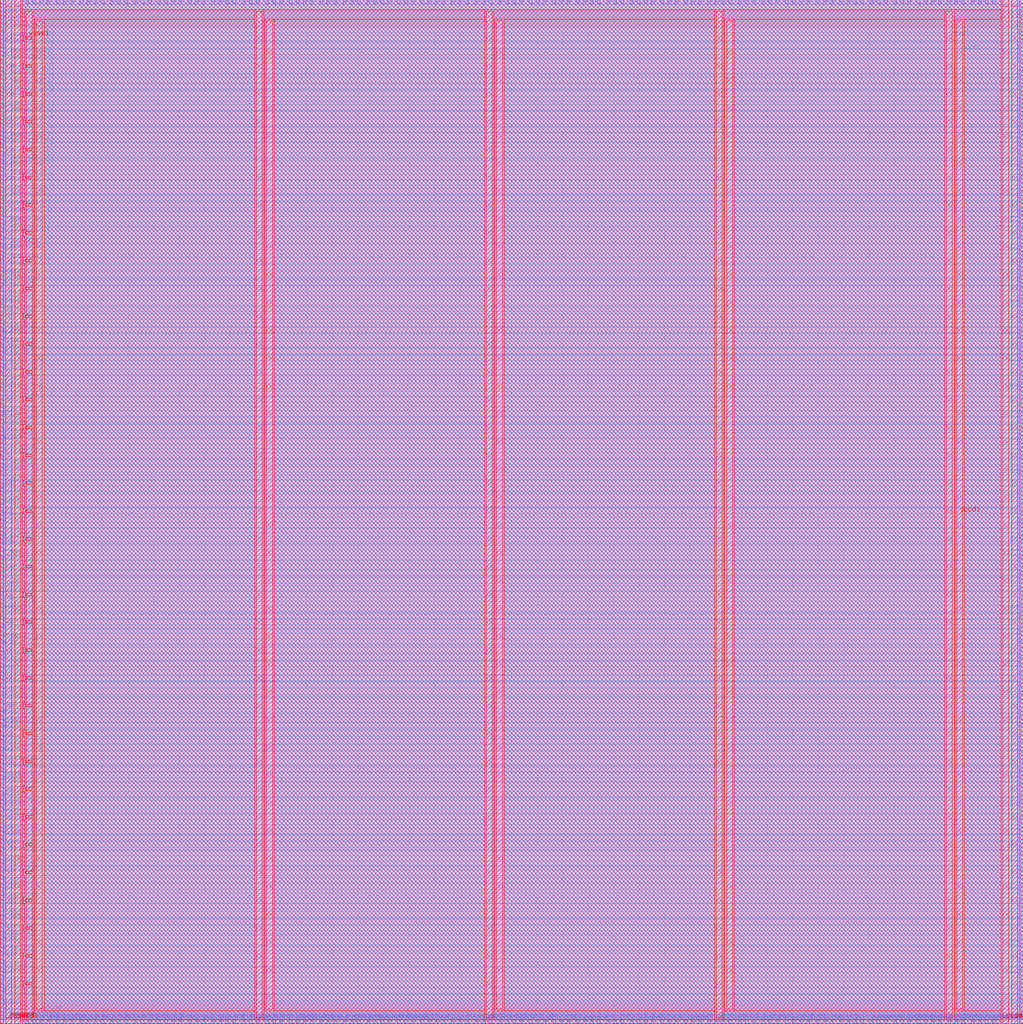
<source format=lef>
##
## LEF for PtnCells ;
## created by Innovus v19.11-s128_1 on Mon Dec  6 12:36:37 2021
##

VERSION 5.7 ;

BUSBITCHARS "[]" ;
DIVIDERCHAR "/" ;

MACRO LUT4AB
  CLASS BLOCK ;
  SIZE 200.100000 BY 200.260000 ;
  FOREIGN LUT4AB 0.000000 0.000000 ;
  ORIGIN 0 0 ;
  SYMMETRY X Y R90 ;
  PIN N1BEG[3]
    DIRECTION OUTPUT ;
    USE SIGNAL ;
    ANTENNADIFFAREA 1.782 LAYER met2  ;
    ANTENNAPARTIALMETALAREA 1.2506 LAYER met2  ;
    ANTENNAPARTIALMETALSIDEAREA 6.027 LAYER met2  ;
    PORT
      LAYER met2 ;
        RECT 9.240000 199.560000 9.620000 200.260000 ;
    END
  END N1BEG[3]
  PIN N1BEG[2]
    DIRECTION OUTPUT ;
    USE SIGNAL ;
    ANTENNADIFFAREA 1.782 LAYER met2  ;
    ANTENNAPARTIALMETALAREA 9.4842 LAYER met2  ;
    ANTENNAPARTIALMETALSIDEAREA 47.313 LAYER met2  ;
    PORT
      LAYER met2 ;
        RECT 7.860000 199.560000 8.240000 200.260000 ;
    END
  END N1BEG[2]
  PIN N1BEG[1]
    DIRECTION OUTPUT ;
    USE SIGNAL ;
    ANTENNADIFFAREA 1.782 LAYER met2  ;
    ANTENNAPARTIALMETALAREA 1.0814 LAYER met2  ;
    ANTENNAPARTIALMETALSIDEAREA 5.299 LAYER met2  ;
    PORT
      LAYER met2 ;
        RECT 6.480000 199.560000 6.860000 200.260000 ;
    END
  END N1BEG[1]
  PIN N1BEG[0]
    DIRECTION OUTPUT ;
    USE SIGNAL ;
    ANTENNADIFFAREA 1.782 LAYER met2  ;
    ANTENNAPARTIALMETALAREA 0.9428 LAYER met2  ;
    ANTENNAPARTIALMETALSIDEAREA 4.606 LAYER met2  ;
    PORT
      LAYER met2 ;
        RECT 5.100000 199.560000 5.480000 200.260000 ;
    END
  END N1BEG[0]
  PIN N2BEG[7]
    DIRECTION OUTPUT ;
    USE SIGNAL ;
    ANTENNADIFFAREA 1.782 LAYER met2  ;
    ANTENNAPARTIALMETALAREA 1.843 LAYER met2  ;
    ANTENNAPARTIALMETALSIDEAREA 9.107 LAYER met2  ;
    PORT
      LAYER met2 ;
        RECT 21.660000 199.560000 22.040000 200.260000 ;
    END
  END N2BEG[7]
  PIN N2BEG[6]
    DIRECTION OUTPUT ;
    USE SIGNAL ;
    ANTENNADIFFAREA 1.782 LAYER met2  ;
    ANTENNAPARTIALMETALAREA 1.6218 LAYER met2  ;
    ANTENNAPARTIALMETALSIDEAREA 8.001 LAYER met2  ;
    PORT
      LAYER met2 ;
        RECT 19.820000 199.560000 20.200000 200.260000 ;
    END
  END N2BEG[6]
  PIN N2BEG[5]
    DIRECTION OUTPUT ;
    USE SIGNAL ;
    ANTENNADIFFAREA 1.782 LAYER met2  ;
    ANTENNAPARTIALMETALAREA 1.129 LAYER met2  ;
    ANTENNAPARTIALMETALSIDEAREA 5.537 LAYER met2  ;
    PORT
      LAYER met2 ;
        RECT 18.440000 199.560000 18.820000 200.260000 ;
    END
  END N2BEG[5]
  PIN N2BEG[4]
    DIRECTION OUTPUT ;
    USE SIGNAL ;
    ANTENNADIFFAREA 1.782 LAYER met2  ;
    ANTENNAPARTIALMETALAREA 1.679 LAYER met2  ;
    ANTENNAPARTIALMETALSIDEAREA 8.169 LAYER met2  ;
    PORT
      LAYER met2 ;
        RECT 17.060000 199.560000 17.440000 200.260000 ;
    END
  END N2BEG[4]
  PIN N2BEG[3]
    DIRECTION OUTPUT ;
    USE SIGNAL ;
    ANTENNADIFFAREA 1.782 LAYER met2  ;
    ANTENNAPARTIALMETALAREA 2.1482 LAYER met2  ;
    ANTENNAPARTIALMETALSIDEAREA 10.633 LAYER met2  ;
    PORT
      LAYER met2 ;
        RECT 15.680000 199.560000 16.060000 200.260000 ;
    END
  END N2BEG[3]
  PIN N2BEG[2]
    DIRECTION OUTPUT ;
    USE SIGNAL ;
    ANTENNADIFFAREA 1.782 LAYER met2  ;
    ANTENNAPARTIALMETALAREA 1.4622 LAYER met2  ;
    ANTENNAPARTIALMETALSIDEAREA 7.203 LAYER met2  ;
    PORT
      LAYER met2 ;
        RECT 13.840000 199.560000 14.220000 200.260000 ;
    END
  END N2BEG[2]
  PIN N2BEG[1]
    DIRECTION OUTPUT ;
    USE SIGNAL ;
    ANTENNADIFFAREA 1.782 LAYER met2  ;
    ANTENNAPARTIALMETALAREA 1.129 LAYER met2  ;
    ANTENNAPARTIALMETALSIDEAREA 5.537 LAYER met2  ;
    PORT
      LAYER met2 ;
        RECT 12.460000 199.560000 12.840000 200.260000 ;
    END
  END N2BEG[1]
  PIN N2BEG[0]
    DIRECTION OUTPUT ;
    USE SIGNAL ;
    ANTENNADIFFAREA 1.782 LAYER met2  ;
    ANTENNAPARTIALMETALAREA 1.6862 LAYER met2  ;
    ANTENNAPARTIALMETALSIDEAREA 8.323 LAYER met2  ;
    PORT
      LAYER met2 ;
        RECT 11.080000 199.560000 11.460000 200.260000 ;
    END
  END N2BEG[0]
  PIN N2BEGb[7]
    DIRECTION OUTPUT ;
    USE SIGNAL ;
    ANTENNADIFFAREA 1.782 LAYER met2  ;
    ANTENNAPARTIALMETALAREA 2.081 LAYER met2  ;
    ANTENNAPARTIALMETALSIDEAREA 10.297 LAYER met2  ;
    PORT
      LAYER met2 ;
        RECT 33.620000 199.560000 34.000000 200.260000 ;
    END
  END N2BEGb[7]
  PIN N2BEGb[6]
    DIRECTION OUTPUT ;
    USE SIGNAL ;
    ANTENNADIFFAREA 1.782 LAYER met2  ;
    ANTENNAPARTIALMETALAREA 1.7434 LAYER met2  ;
    ANTENNAPARTIALMETALSIDEAREA 8.491 LAYER met2  ;
    PORT
      LAYER met2 ;
        RECT 32.240000 199.560000 32.620000 200.260000 ;
    END
  END N2BEGb[6]
  PIN N2BEGb[5]
    DIRECTION OUTPUT ;
    USE SIGNAL ;
    ANTENNADIFFAREA 1.782 LAYER met2  ;
    ANTENNAPARTIALMETALAREA 2.5766 LAYER met2  ;
    ANTENNAPARTIALMETALSIDEAREA 12.775 LAYER met2  ;
    PORT
      LAYER met2 ;
        RECT 30.860000 199.560000 31.240000 200.260000 ;
    END
  END N2BEGb[5]
  PIN N2BEGb[4]
    DIRECTION OUTPUT ;
    USE SIGNAL ;
    ANTENNADIFFAREA 1.782 LAYER met2  ;
    ANTENNAPARTIALMETALAREA 1.427 LAYER met2  ;
    ANTENNAPARTIALMETALSIDEAREA 6.909 LAYER met2  ;
    PORT
      LAYER met2 ;
        RECT 29.020000 199.560000 29.400000 200.260000 ;
    END
  END N2BEGb[4]
  PIN N2BEGb[3]
    DIRECTION OUTPUT ;
    USE SIGNAL ;
    ANTENNADIFFAREA 1.782 LAYER met2  ;
    ANTENNAPARTIALMETALAREA 1.5196 LAYER met2  ;
    ANTENNAPARTIALMETALSIDEAREA 7.49 LAYER met2  ;
    PORT
      LAYER met2 ;
        RECT 27.640000 199.560000 28.020000 200.260000 ;
    END
  END N2BEGb[3]
  PIN N2BEGb[2]
    DIRECTION OUTPUT ;
    USE SIGNAL ;
    ANTENNADIFFAREA 1.782 LAYER met2  ;
    ANTENNAPARTIALMETALAREA 2.0194 LAYER met2  ;
    ANTENNAPARTIALMETALSIDEAREA 9.989 LAYER met2  ;
    PORT
      LAYER met2 ;
        RECT 26.260000 199.560000 26.640000 200.260000 ;
    END
  END N2BEGb[2]
  PIN N2BEGb[1]
    DIRECTION OUTPUT ;
    USE SIGNAL ;
    ANTENNADIFFAREA 1.782 LAYER met2  ;
    ANTENNAPARTIALMETALAREA 1.7002 LAYER met2  ;
    ANTENNAPARTIALMETALSIDEAREA 8.393 LAYER met2  ;
    PORT
      LAYER met2 ;
        RECT 24.420000 199.560000 24.800000 200.260000 ;
    END
  END N2BEGb[1]
  PIN N2BEGb[0]
    DIRECTION OUTPUT ;
    USE SIGNAL ;
    ANTENNADIFFAREA 1.782 LAYER met2  ;
    ANTENNAPARTIALMETALAREA 1.5098 LAYER met2  ;
    ANTENNAPARTIALMETALSIDEAREA 7.441 LAYER met2  ;
    PORT
      LAYER met2 ;
        RECT 23.040000 199.560000 23.420000 200.260000 ;
    END
  END N2BEGb[0]
  PIN N4BEG[15]
    DIRECTION OUTPUT ;
    USE SIGNAL ;
    ANTENNADIFFAREA 1.782 LAYER met2  ;
    ANTENNAPARTIALMETALAREA 3.3046 LAYER met2  ;
    ANTENNAPARTIALMETALSIDEAREA 16.415 LAYER met2  ;
    PORT
      LAYER met2 ;
        RECT 58.000000 199.560000 58.380000 200.260000 ;
    END
  END N4BEG[15]
  PIN N4BEG[14]
    DIRECTION OUTPUT ;
    USE SIGNAL ;
    ANTENNADIFFAREA 1.782 LAYER met2  ;
    ANTENNAPARTIALMETALAREA 12.5388 LAYER met2  ;
    ANTENNAPARTIALMETALSIDEAREA 62.468 LAYER met2  ;
    PORT
      LAYER met2 ;
        RECT 56.620000 199.560000 57.000000 200.260000 ;
    END
  END N4BEG[14]
  PIN N4BEG[13]
    DIRECTION OUTPUT ;
    USE SIGNAL ;
    ANTENNAPARTIALMETALAREA 1.6597 LAYER met2  ;
    ANTENNAPARTIALMETALSIDEAREA 8.1375 LAYER met2  ;
    ANTENNAPARTIALCUTAREA 0.04 LAYER via2  ;
    ANTENNAPARTIALMETALAREA 3.16 LAYER met3  ;
    ANTENNAPARTIALMETALSIDEAREA 17.32 LAYER met3  ;
    ANTENNAPARTIALCUTAREA 0.04 LAYER via3  ;
    ANTENNADIFFAREA 1.782 LAYER met4  ;
    ANTENNAPARTIALMETALAREA 15.6978 LAYER met4  ;
    ANTENNAPARTIALMETALSIDEAREA 84.192 LAYER met4  ;
    PORT
      LAYER met2 ;
        RECT 54.780000 199.560000 55.160000 200.260000 ;
    END
  END N4BEG[13]
  PIN N4BEG[12]
    DIRECTION OUTPUT ;
    USE SIGNAL ;
    ANTENNADIFFAREA 1.782 LAYER met2  ;
    ANTENNAPARTIALMETALAREA 7.825 LAYER met2  ;
    ANTENNAPARTIALMETALSIDEAREA 38.899 LAYER met2  ;
    PORT
      LAYER met2 ;
        RECT 53.400000 199.560000 53.780000 200.260000 ;
    END
  END N4BEG[12]
  PIN N4BEG[11]
    DIRECTION OUTPUT ;
    USE SIGNAL ;
    ANTENNADIFFAREA 1.782 LAYER met2  ;
    ANTENNAPARTIALMETALAREA 4.4825 LAYER met2  ;
    ANTENNAPARTIALMETALSIDEAREA 22.1865 LAYER met2  ;
    PORT
      LAYER met2 ;
        RECT 52.020000 199.560000 52.400000 200.260000 ;
    END
  END N4BEG[11]
  PIN N4BEG[10]
    DIRECTION OUTPUT ;
    USE SIGNAL ;
    ANTENNADIFFAREA 1.782 LAYER met2  ;
    ANTENNAPARTIALMETALAREA 6.0442 LAYER met2  ;
    ANTENNAPARTIALMETALSIDEAREA 29.995 LAYER met2  ;
    PORT
      LAYER met2 ;
        RECT 50.180000 199.560000 50.560000 200.260000 ;
    END
  END N4BEG[10]
  PIN N4BEG[9]
    DIRECTION OUTPUT ;
    USE SIGNAL ;
    ANTENNADIFFAREA 1.782 LAYER met2  ;
    ANTENNAPARTIALMETALAREA 5.3234 LAYER met2  ;
    ANTENNAPARTIALMETALSIDEAREA 26.509 LAYER met2  ;
    PORT
      LAYER met2 ;
        RECT 48.800000 199.560000 49.180000 200.260000 ;
    END
  END N4BEG[9]
  PIN N4BEG[8]
    DIRECTION OUTPUT ;
    USE SIGNAL ;
    ANTENNADIFFAREA 1.782 LAYER met2  ;
    ANTENNAPARTIALMETALAREA 2.6046 LAYER met2  ;
    ANTENNAPARTIALMETALSIDEAREA 12.915 LAYER met2  ;
    PORT
      LAYER met2 ;
        RECT 47.420000 199.560000 47.800000 200.260000 ;
    END
  END N4BEG[8]
  PIN N4BEG[7]
    DIRECTION OUTPUT ;
    USE SIGNAL ;
    ANTENNADIFFAREA 1.782 LAYER met2  ;
    ANTENNAPARTIALMETALAREA 3.4138 LAYER met2  ;
    ANTENNAPARTIALMETALSIDEAREA 16.961 LAYER met2  ;
    PORT
      LAYER met2 ;
        RECT 45.580000 199.560000 45.960000 200.260000 ;
    END
  END N4BEG[7]
  PIN N4BEG[6]
    DIRECTION OUTPUT ;
    USE SIGNAL ;
    ANTENNADIFFAREA 1.782 LAYER met2  ;
    ANTENNAPARTIALMETALAREA 3.971 LAYER met2  ;
    ANTENNAPARTIALMETALSIDEAREA 19.747 LAYER met2  ;
    PORT
      LAYER met2 ;
        RECT 44.200000 199.560000 44.580000 200.260000 ;
    END
  END N4BEG[6]
  PIN N4BEG[5]
    DIRECTION OUTPUT ;
    USE SIGNAL ;
    ANTENNADIFFAREA 1.782 LAYER met2  ;
    ANTENNAPARTIALMETALAREA 5.5593 LAYER met2  ;
    ANTENNAPARTIALMETALSIDEAREA 27.6885 LAYER met2  ;
    PORT
      LAYER met2 ;
        RECT 42.820000 199.560000 43.200000 200.260000 ;
    END
  END N4BEG[5]
  PIN N4BEG[4]
    DIRECTION OUTPUT ;
    USE SIGNAL ;
    ANTENNADIFFAREA 1.782 LAYER met2  ;
    ANTENNAPARTIALMETALAREA 1.6524 LAYER met2  ;
    ANTENNAPARTIALMETALSIDEAREA 8.036 LAYER met2  ;
    PORT
      LAYER met2 ;
        RECT 41.440000 199.560000 41.820000 200.260000 ;
    END
  END N4BEG[4]
  PIN N4BEG[3]
    DIRECTION OUTPUT ;
    USE SIGNAL ;
    ANTENNADIFFAREA 1.782 LAYER met2  ;
    ANTENNAPARTIALMETALAREA 1.7434 LAYER met2  ;
    ANTENNAPARTIALMETALSIDEAREA 8.491 LAYER met2  ;
    PORT
      LAYER met2 ;
        RECT 39.600000 199.560000 39.980000 200.260000 ;
    END
  END N4BEG[3]
  PIN N4BEG[2]
    DIRECTION OUTPUT ;
    USE SIGNAL ;
    ANTENNADIFFAREA 1.782 LAYER met2  ;
    ANTENNAPARTIALMETALAREA 1.6314 LAYER met2  ;
    ANTENNAPARTIALMETALSIDEAREA 7.931 LAYER met2  ;
    PORT
      LAYER met2 ;
        RECT 38.220000 199.560000 38.600000 200.260000 ;
    END
  END N4BEG[2]
  PIN N4BEG[1]
    DIRECTION OUTPUT ;
    USE SIGNAL ;
    ANTENNADIFFAREA 1.782 LAYER met2  ;
    ANTENNAPARTIALMETALAREA 1.9557 LAYER met2  ;
    ANTENNAPARTIALMETALSIDEAREA 9.6705 LAYER met2  ;
    PORT
      LAYER met2 ;
        RECT 36.840000 199.560000 37.220000 200.260000 ;
    END
  END N4BEG[1]
  PIN N4BEG[0]
    DIRECTION OUTPUT ;
    USE SIGNAL ;
    ANTENNADIFFAREA 1.782 LAYER met2  ;
    ANTENNAPARTIALMETALAREA 1.129 LAYER met2  ;
    ANTENNAPARTIALMETALSIDEAREA 5.537 LAYER met2  ;
    PORT
      LAYER met2 ;
        RECT 35.000000 199.560000 35.380000 200.260000 ;
    END
  END N4BEG[0]
  PIN NN4BEG[15]
    DIRECTION OUTPUT ;
    USE SIGNAL ;
    ANTENNADIFFAREA 1.782 LAYER met2  ;
    ANTENNAPARTIALMETALAREA 1.679 LAYER met2  ;
    ANTENNAPARTIALMETALSIDEAREA 8.169 LAYER met2  ;
    PORT
      LAYER met2 ;
        RECT 82.380000 199.560000 82.760000 200.260000 ;
    END
  END NN4BEG[15]
  PIN NN4BEG[14]
    DIRECTION OUTPUT ;
    USE SIGNAL ;
    ANTENNAPARTIALMETALAREA 7.4893 LAYER met2  ;
    ANTENNAPARTIALMETALSIDEAREA 37.2855 LAYER met2  ;
    ANTENNAPARTIALCUTAREA 0.04 LAYER via2  ;
    ANTENNADIFFAREA 1.782 LAYER met3  ;
    ANTENNAPARTIALMETALAREA 2.9976 LAYER met3  ;
    ANTENNAPARTIALMETALSIDEAREA 16.928 LAYER met3  ;
    PORT
      LAYER met2 ;
        RECT 80.540000 199.560000 80.920000 200.260000 ;
    END
  END NN4BEG[14]
  PIN NN4BEG[13]
    DIRECTION OUTPUT ;
    USE SIGNAL ;
    ANTENNADIFFAREA 1.782 LAYER met2  ;
    ANTENNAPARTIALMETALAREA 1.8078 LAYER met2  ;
    ANTENNAPARTIALMETALSIDEAREA 8.813 LAYER met2  ;
    PORT
      LAYER met2 ;
        RECT 79.160000 199.560000 79.540000 200.260000 ;
    END
  END NN4BEG[13]
  PIN NN4BEG[12]
    DIRECTION OUTPUT ;
    USE SIGNAL ;
    ANTENNADIFFAREA 1.782 LAYER met2  ;
    ANTENNAPARTIALMETALAREA 1.315 LAYER met2  ;
    ANTENNAPARTIALMETALSIDEAREA 6.349 LAYER met2  ;
    PORT
      LAYER met2 ;
        RECT 77.780000 199.560000 78.160000 200.260000 ;
    END
  END NN4BEG[12]
  PIN NN4BEG[11]
    DIRECTION OUTPUT ;
    USE SIGNAL ;
    ANTENNADIFFAREA 1.782 LAYER met2  ;
    ANTENNAPARTIALMETALAREA 1.1458 LAYER met2  ;
    ANTENNAPARTIALMETALSIDEAREA 5.621 LAYER met2  ;
    PORT
      LAYER met2 ;
        RECT 75.940000 199.560000 76.320000 200.260000 ;
    END
  END NN4BEG[11]
  PIN NN4BEG[10]
    DIRECTION OUTPUT ;
    USE SIGNAL ;
    ANTENNADIFFAREA 1.782 LAYER met2  ;
    ANTENNAPARTIALMETALAREA 1.2506 LAYER met2  ;
    ANTENNAPARTIALMETALSIDEAREA 6.027 LAYER met2  ;
    PORT
      LAYER met2 ;
        RECT 74.560000 199.560000 74.940000 200.260000 ;
    END
  END NN4BEG[10]
  PIN NN4BEG[9]
    DIRECTION OUTPUT ;
    USE SIGNAL ;
    ANTENNADIFFAREA 1.782 LAYER met2  ;
    ANTENNAPARTIALMETALAREA 3.6378 LAYER met2  ;
    ANTENNAPARTIALMETALSIDEAREA 18.081 LAYER met2  ;
    PORT
      LAYER met2 ;
        RECT 73.180000 199.560000 73.560000 200.260000 ;
    END
  END NN4BEG[9]
  PIN NN4BEG[8]
    DIRECTION OUTPUT ;
    USE SIGNAL ;
    ANTENNADIFFAREA 1.782 LAYER met2  ;
    ANTENNAPARTIALMETALAREA 1.6862 LAYER met2  ;
    ANTENNAPARTIALMETALSIDEAREA 8.323 LAYER met2  ;
    PORT
      LAYER met2 ;
        RECT 71.800000 199.560000 72.180000 200.260000 ;
    END
  END NN4BEG[8]
  PIN NN4BEG[7]
    DIRECTION OUTPUT ;
    USE SIGNAL ;
    ANTENNADIFFAREA 1.782 LAYER met2  ;
    ANTENNAPARTIALMETALAREA 1.3362 LAYER met2  ;
    ANTENNAPARTIALMETALSIDEAREA 6.573 LAYER met2  ;
    PORT
      LAYER met2 ;
        RECT 69.960000 199.560000 70.340000 200.260000 ;
    END
  END NN4BEG[7]
  PIN NN4BEG[6]
    DIRECTION OUTPUT ;
    USE SIGNAL ;
    ANTENNADIFFAREA 1.782 LAYER met2  ;
    ANTENNAPARTIALMETALAREA 1.843 LAYER met2  ;
    ANTENNAPARTIALMETALSIDEAREA 9.107 LAYER met2  ;
    PORT
      LAYER met2 ;
        RECT 68.580000 199.560000 68.960000 200.260000 ;
    END
  END NN4BEG[6]
  PIN NN4BEG[5]
    DIRECTION OUTPUT ;
    USE SIGNAL ;
    ANTENNADIFFAREA 1.782 LAYER met2  ;
    ANTENNAPARTIALMETALAREA 1.0814 LAYER met2  ;
    ANTENNAPARTIALMETALSIDEAREA 5.299 LAYER met2  ;
    PORT
      LAYER met2 ;
        RECT 67.200000 199.560000 67.580000 200.260000 ;
    END
  END NN4BEG[5]
  PIN NN4BEG[4]
    DIRECTION OUTPUT ;
    USE SIGNAL ;
    ANTENNADIFFAREA 1.782 LAYER met2  ;
    ANTENNAPARTIALMETALAREA 1.2982 LAYER met2  ;
    ANTENNAPARTIALMETALSIDEAREA 6.265 LAYER met2  ;
    PORT
      LAYER met2 ;
        RECT 65.360000 199.560000 65.740000 200.260000 ;
    END
  END NN4BEG[4]
  PIN NN4BEG[3]
    DIRECTION OUTPUT ;
    USE SIGNAL ;
    ANTENNADIFFAREA 1.782 LAYER met2  ;
    ANTENNAPARTIALMETALAREA 1.5266 LAYER met2  ;
    ANTENNAPARTIALMETALSIDEAREA 7.525 LAYER met2  ;
    PORT
      LAYER met2 ;
        RECT 63.980000 199.560000 64.360000 200.260000 ;
    END
  END NN4BEG[3]
  PIN NN4BEG[2]
    DIRECTION OUTPUT ;
    USE SIGNAL ;
    ANTENNADIFFAREA 1.782 LAYER met2  ;
    ANTENNAPARTIALMETALAREA 1.829 LAYER met2  ;
    ANTENNAPARTIALMETALSIDEAREA 9.037 LAYER met2  ;
    PORT
      LAYER met2 ;
        RECT 62.600000 199.560000 62.980000 200.260000 ;
    END
  END NN4BEG[2]
  PIN NN4BEG[1]
    DIRECTION OUTPUT ;
    USE SIGNAL ;
    ANTENNADIFFAREA 1.782 LAYER met2  ;
    ANTENNAPARTIALMETALAREA 1.2578 LAYER met2  ;
    ANTENNAPARTIALMETALSIDEAREA 6.181 LAYER met2  ;
    PORT
      LAYER met2 ;
        RECT 60.760000 199.560000 61.140000 200.260000 ;
    END
  END NN4BEG[1]
  PIN NN4BEG[0]
    DIRECTION OUTPUT ;
    USE SIGNAL ;
    ANTENNADIFFAREA 1.782 LAYER met2  ;
    ANTENNAPARTIALMETALAREA 1.5098 LAYER met2  ;
    ANTENNAPARTIALMETALSIDEAREA 7.441 LAYER met2  ;
    PORT
      LAYER met2 ;
        RECT 59.380000 199.560000 59.760000 200.260000 ;
    END
  END NN4BEG[0]
  PIN Co
    DIRECTION OUTPUT ;
    USE SIGNAL ;
    ANTENNADIFFAREA 1.782 LAYER met2  ;
    ANTENNAPARTIALMETALAREA 1.4622 LAYER met2  ;
    ANTENNAPARTIALMETALSIDEAREA 7.203 LAYER met2  ;
    PORT
      LAYER met2 ;
        RECT 164.260000 199.560000 164.640000 200.260000 ;
    END
  END Co
  PIN N1END[3]
    DIRECTION INPUT ;
    USE SIGNAL ;
    ANTENNADIFFAREA 0.4347 LAYER met2  ;
    ANTENNAPARTIALMETALAREA 1.6355 LAYER met2  ;
    ANTENNAPARTIALMETALSIDEAREA 7.7805 LAYER met2  ;
    ANTENNAMODEL OXIDE1 ;
    ANTENNAGATEAREA 0.4347 LAYER met2  ;
    ANTENNAMAXAREACAR 7.8553 LAYER met2  ;
    ANTENNAMAXSIDEAREACAR 20.6372 LAYER met2  ;
    ANTENNAPARTIALCUTAREA 0.04 LAYER via2  ;
    ANTENNAMAXCUTCAR 0.21026 LAYER via2  ;
    ANTENNADIFFAREA 0.4347 LAYER met3  ;
    ANTENNAPARTIALMETALAREA 0.26895 LAYER met3  ;
    ANTENNAPARTIALMETALSIDEAREA 1.832 LAYER met3  ;
    ANTENNAGATEAREA 0.4347 LAYER met3  ;
    ANTENNAMAXAREACAR 8.474 LAYER met3  ;
    ANTENNAMAXSIDEAREACAR 24.8516 LAYER met3  ;
    ANTENNAPARTIALCUTAREA 0.04 LAYER via3  ;
    ANTENNAMAXCUTCAR 0.302277 LAYER via3  ;
    ANTENNADIFFAREA 0.4347 LAYER met4  ;
    ANTENNAPARTIALMETALAREA 59.0085 LAYER met4  ;
    ANTENNAPARTIALMETALSIDEAREA 317.52 LAYER met4  ;
    ANTENNAGATEAREA 2.0247 LAYER met4  ;
    ANTENNAMAXAREACAR 90.06 LAYER met4  ;
    ANTENNAMAXSIDEAREACAR 472.289 LAYER met4  ;
    ANTENNAMAXCUTCAR 1.32956 LAYER via4  ;
    PORT
      LAYER met2 ;
        RECT 9.240000 0.000000 9.620000 0.700000 ;
    END
  END N1END[3]
  PIN N1END[2]
    DIRECTION INPUT ;
    USE SIGNAL ;
    ANTENNADIFFAREA 0.4347 LAYER met2  ;
    ANTENNAPARTIALMETALAREA 9.2365 LAYER met2  ;
    ANTENNAPARTIALMETALSIDEAREA 45.5595 LAYER met2  ;
    ANTENNAMODEL OXIDE1 ;
    ANTENNAGATEAREA 0.5937 LAYER met2  ;
    ANTENNAMAXAREACAR 20.6045 LAYER met2  ;
    ANTENNAMAXSIDEAREACAR 83.9133 LAYER met2  ;
    ANTENNAPARTIALCUTAREA 0.04 LAYER via2  ;
    ANTENNAMAXCUTCAR 0.390645 LAYER via2  ;
    ANTENNADIFFAREA 0.4347 LAYER met3  ;
    ANTENNAPARTIALMETALAREA 2.3344 LAYER met3  ;
    ANTENNAPARTIALMETALSIDEAREA 12.912 LAYER met3  ;
    ANTENNAGATEAREA 0.7527 LAYER met3  ;
    ANTENNAMAXAREACAR 23.7058 LAYER met3  ;
    ANTENNAMAXSIDEAREACAR 101.068 LAYER met3  ;
    ANTENNAPARTIALCUTAREA 0.04 LAYER via3  ;
    ANTENNAMAXCUTCAR 0.627985 LAYER via3  ;
    ANTENNADIFFAREA 0.4347 LAYER met4  ;
    ANTENNAPARTIALMETALAREA 58.3527 LAYER met4  ;
    ANTENNAPARTIALMETALSIDEAREA 314.032 LAYER met4  ;
    ANTENNAGATEAREA 2.0247 LAYER met4  ;
    ANTENNAMAXAREACAR 80.1695 LAYER met4  ;
    ANTENNAMAXSIDEAREACAR 408.921 LAYER met4  ;
    ANTENNAMAXCUTCAR 1.09371 LAYER via4  ;
    PORT
      LAYER met2 ;
        RECT 7.860000 0.000000 8.240000 0.700000 ;
    END
  END N1END[2]
  PIN N1END[1]
    DIRECTION INPUT ;
    USE SIGNAL ;
    ANTENNADIFFAREA 0.4347 LAYER met2  ;
    ANTENNAPARTIALMETALAREA 3.4731 LAYER met2  ;
    ANTENNAPARTIALMETALSIDEAREA 16.9785 LAYER met2  ;
    ANTENNAMODEL OXIDE1 ;
    ANTENNAGATEAREA 0.4347 LAYER met2  ;
    ANTENNAMAXAREACAR 13.2344 LAYER met2  ;
    ANTENNAMAXSIDEAREACAR 47.4005 LAYER met2  ;
    ANTENNAPARTIALCUTAREA 0.04 LAYER via2  ;
    ANTENNAMAXCUTCAR 0.21026 LAYER via2  ;
    ANTENNADIFFAREA 0.4347 LAYER met3  ;
    ANTENNAPARTIALMETALAREA 2.926 LAYER met3  ;
    ANTENNAPARTIALMETALSIDEAREA 16.072 LAYER met3  ;
    ANTENNAGATEAREA 0.4347 LAYER met3  ;
    ANTENNAMAXAREACAR 19.9655 LAYER met3  ;
    ANTENNAMAXSIDEAREACAR 84.3731 LAYER met3  ;
    ANTENNAPARTIALCUTAREA 0.04 LAYER via3  ;
    ANTENNAMAXCUTCAR 0.302277 LAYER via3  ;
    ANTENNADIFFAREA 0.4347 LAYER met4  ;
    ANTENNAPARTIALMETALAREA 45.5145 LAYER met4  ;
    ANTENNAPARTIALMETALSIDEAREA 245.552 LAYER met4  ;
    ANTENNAGATEAREA 2.0247 LAYER met4  ;
    ANTENNAMAXAREACAR 95.0293 LAYER met4  ;
    ANTENNAMAXSIDEAREACAR 499.888 LAYER met4  ;
    ANTENNAMAXCUTCAR 0.826415 LAYER via4  ;
    PORT
      LAYER met2 ;
        RECT 6.480000 0.000000 6.860000 0.700000 ;
    END
  END N1END[1]
  PIN N1END[0]
    DIRECTION INPUT ;
    USE SIGNAL ;
    ANTENNADIFFAREA 0.4347 LAYER met2  ;
    ANTENNAPARTIALMETALAREA 0.1595 LAYER met2  ;
    ANTENNAPARTIALMETALSIDEAREA 0.6055 LAYER met2  ;
    ANTENNAMODEL OXIDE1 ;
    ANTENNAGATEAREA 0.4347 LAYER met2  ;
    ANTENNAMAXAREACAR 10.3241 LAYER met2  ;
    ANTENNAMAXSIDEAREACAR 32.9641 LAYER met2  ;
    ANTENNAPARTIALCUTAREA 0.04 LAYER via2  ;
    ANTENNAMAXCUTCAR 0.26202 LAYER via2  ;
    ANTENNADIFFAREA 0.4347 LAYER met3  ;
    ANTENNAPARTIALMETALAREA 2.446 LAYER met3  ;
    ANTENNAPARTIALMETALSIDEAREA 13.512 LAYER met3  ;
    ANTENNAGATEAREA 0.4347 LAYER met3  ;
    ANTENNAMAXAREACAR 15.951 LAYER met3  ;
    ANTENNAMAXSIDEAREACAR 64.0476 LAYER met3  ;
    ANTENNAPARTIALCUTAREA 0.04 LAYER via3  ;
    ANTENNAMAXCUTCAR 0.354037 LAYER via3  ;
    ANTENNADIFFAREA 0.4347 LAYER met4  ;
    ANTENNAPARTIALMETALAREA 24.6006 LAYER met4  ;
    ANTENNAPARTIALMETALSIDEAREA 132.144 LAYER met4  ;
    ANTENNAGATEAREA 2.0247 LAYER met4  ;
    ANTENNAMAXAREACAR 43.8101 LAYER met4  ;
    ANTENNAMAXSIDEAREACAR 216.085 LAYER met4  ;
    ANTENNAMAXCUTCAR 0.674423 LAYER via4  ;
    PORT
      LAYER met2 ;
        RECT 5.100000 0.000000 5.480000 0.700000 ;
    END
  END N1END[0]
  PIN N2MID[7]
    DIRECTION INPUT ;
    USE SIGNAL ;
    ANTENNAPARTIALMETALAREA 3.1731 LAYER met2  ;
    ANTENNAPARTIALMETALSIDEAREA 15.7045 LAYER met2  ;
    ANTENNAPARTIALCUTAREA 0.04 LAYER via2  ;
    ANTENNAPARTIALMETALAREA 2.194 LAYER met3  ;
    ANTENNAPARTIALMETALSIDEAREA 12.168 LAYER met3  ;
    ANTENNAPARTIALCUTAREA 0.04 LAYER via3  ;
    ANTENNADIFFAREA 0.4347 LAYER met4  ;
    ANTENNAPARTIALMETALAREA 69.9765 LAYER met4  ;
    ANTENNAPARTIALMETALSIDEAREA 376.496 LAYER met4  ;
    ANTENNAMODEL OXIDE1 ;
    ANTENNAGATEAREA 1.8132 LAYER met4  ;
    ANTENNAMAXAREACAR 89.5912 LAYER met4  ;
    ANTENNAMAXSIDEAREACAR 457.607 LAYER met4  ;
    ANTENNAMAXCUTCAR 1.07799 LAYER via4  ;
    PORT
      LAYER met2 ;
        RECT 21.660000 0.000000 22.040000 0.700000 ;
    END
  END N2MID[7]
  PIN N2MID[6]
    DIRECTION INPUT ;
    USE SIGNAL ;
    ANTENNAPARTIALMETALAREA 3.2261 LAYER met2  ;
    ANTENNAPARTIALMETALSIDEAREA 15.8515 LAYER met2  ;
    ANTENNAPARTIALCUTAREA 0.04 LAYER via2  ;
    ANTENNAPARTIALMETALAREA 0.538 LAYER met3  ;
    ANTENNAPARTIALMETALSIDEAREA 3.336 LAYER met3  ;
    ANTENNAPARTIALCUTAREA 0.04 LAYER via3  ;
    ANTENNADIFFAREA 0.4347 LAYER met4  ;
    ANTENNAPARTIALMETALAREA 57.6771 LAYER met4  ;
    ANTENNAPARTIALMETALSIDEAREA 309.488 LAYER met4  ;
    ANTENNAMODEL OXIDE1 ;
    ANTENNAGATEAREA 1.6542 LAYER met4  ;
    ANTENNAMAXAREACAR 87.2564 LAYER met4  ;
    ANTENNAMAXSIDEAREACAR 447.944 LAYER met4  ;
    ANTENNAMAXCUTCAR 1.32956 LAYER via4  ;
    PORT
      LAYER met2 ;
        RECT 19.820000 0.000000 20.200000 0.700000 ;
    END
  END N2MID[6]
  PIN N2MID[5]
    DIRECTION INPUT ;
    USE SIGNAL ;
    ANTENNAPARTIALMETALAREA 4.3477 LAYER met2  ;
    ANTENNAPARTIALMETALSIDEAREA 21.5775 LAYER met2  ;
    ANTENNAPARTIALCUTAREA 0.04 LAYER via2  ;
    ANTENNAPARTIALMETALAREA 1.228 LAYER met3  ;
    ANTENNAPARTIALMETALSIDEAREA 7.016 LAYER met3  ;
    ANTENNAPARTIALCUTAREA 0.04 LAYER via3  ;
    ANTENNADIFFAREA 0.4347 LAYER met4  ;
    ANTENNAPARTIALMETALAREA 40.1733 LAYER met4  ;
    ANTENNAPARTIALMETALSIDEAREA 215.664 LAYER met4  ;
    ANTENNAMODEL OXIDE1 ;
    ANTENNAGATEAREA 1.8132 LAYER met4  ;
    ANTENNAMAXAREACAR 84.7327 LAYER met4  ;
    ANTENNAMAXSIDEAREACAR 438.048 LAYER met4  ;
    ANTENNAMAXCUTCAR 0.637736 LAYER via4  ;
    PORT
      LAYER met2 ;
        RECT 18.440000 0.000000 18.820000 0.700000 ;
    END
  END N2MID[5]
  PIN N2MID[4]
    DIRECTION INPUT ;
    USE SIGNAL ;
    ANTENNADIFFAREA 0.4347 LAYER met2  ;
    ANTENNAPARTIALMETALAREA 2.9051 LAYER met2  ;
    ANTENNAPARTIALMETALSIDEAREA 14.0105 LAYER met2  ;
    ANTENNAMODEL OXIDE1 ;
    ANTENNAGATEAREA 0.7527 LAYER met2  ;
    ANTENNAMAXAREACAR 23.7589 LAYER met2  ;
    ANTENNAMAXSIDEAREACAR 108.463 LAYER met2  ;
    ANTENNAPARTIALCUTAREA 0.04 LAYER via2  ;
    ANTENNAMAXCUTCAR 0.659431 LAYER via2  ;
    ANTENNADIFFAREA 0.4347 LAYER met3  ;
    ANTENNAPARTIALMETALAREA 0.2509 LAYER met3  ;
    ANTENNAPARTIALMETALSIDEAREA 1.808 LAYER met3  ;
    ANTENNAGATEAREA 0.7527 LAYER met3  ;
    ANTENNAMAXAREACAR 24.0923 LAYER met3  ;
    ANTENNAMAXSIDEAREACAR 110.865 LAYER met3  ;
    ANTENNAPARTIALCUTAREA 0.04 LAYER via3  ;
    ANTENNAMAXCUTCAR 0.712573 LAYER via3  ;
    ANTENNADIFFAREA 0.4347 LAYER met4  ;
    ANTENNAPARTIALMETALAREA 34.3956 LAYER met4  ;
    ANTENNAPARTIALMETALSIDEAREA 184.384 LAYER met4  ;
    ANTENNAGATEAREA 1.6542 LAYER met4  ;
    ANTENNAMAXAREACAR 53.2199 LAYER met4  ;
    ANTENNAMAXSIDEAREACAR 276.879 LAYER met4  ;
    ANTENNAMAXCUTCAR 1.07799 LAYER via4  ;
    PORT
      LAYER met2 ;
        RECT 17.060000 0.000000 17.440000 0.700000 ;
    END
  END N2MID[4]
  PIN N2MID[3]
    DIRECTION INPUT ;
    USE SIGNAL ;
    ANTENNAPARTIALMETALAREA 1.8976 LAYER met2  ;
    ANTENNAPARTIALMETALSIDEAREA 9.219 LAYER met2  ;
    ANTENNAMODEL OXIDE1 ;
    ANTENNAGATEAREA 0.159 LAYER met2  ;
    ANTENNAMAXAREACAR 16.8358 LAYER met2  ;
    ANTENNAMAXSIDEAREACAR 74.1981 LAYER met2  ;
    ANTENNAPARTIALCUTAREA 0.04 LAYER via2  ;
    ANTENNAMAXCUTCAR 0.574843 LAYER via2  ;
    ANTENNADIFFAREA 0.4347 LAYER met3  ;
    ANTENNAPARTIALMETALAREA 1.2228 LAYER met3  ;
    ANTENNAPARTIALMETALSIDEAREA 6.992 LAYER met3  ;
    ANTENNAGATEAREA 1.8132 LAYER met3  ;
    ANTENNAMAXAREACAR 17.5102 LAYER met3  ;
    ANTENNAMAXSIDEAREACAR 78.0543 LAYER met3  ;
    ANTENNAMAXCUTCAR 0.574843 LAYER via3  ;
    PORT
      LAYER met2 ;
        RECT 15.680000 0.000000 16.060000 0.700000 ;
    END
  END N2MID[3]
  PIN N2MID[2]
    DIRECTION INPUT ;
    USE SIGNAL ;
    ANTENNAPARTIALMETALAREA 2.2981 LAYER met2  ;
    ANTENNAPARTIALMETALSIDEAREA 11.3295 LAYER met2  ;
    ANTENNAPARTIALCUTAREA 0.04 LAYER via2  ;
    ANTENNAPARTIALMETALAREA 1.435 LAYER met3  ;
    ANTENNAPARTIALMETALSIDEAREA 8.12 LAYER met3  ;
    ANTENNAPARTIALCUTAREA 0.04 LAYER via3  ;
    ANTENNADIFFAREA 0.4347 LAYER met4  ;
    ANTENNAPARTIALMETALAREA 64.9263 LAYER met4  ;
    ANTENNAPARTIALMETALSIDEAREA 347.68 LAYER met4  ;
    ANTENNAMODEL OXIDE1 ;
    ANTENNAGATEAREA 1.6542 LAYER met4  ;
    ANTENNAMAXAREACAR 76.2228 LAYER met4  ;
    ANTENNAMAXSIDEAREACAR 389.767 LAYER met4  ;
    ANTENNAMAXCUTCAR 0.674423 LAYER via4  ;
    PORT
      LAYER met2 ;
        RECT 13.840000 0.000000 14.220000 0.700000 ;
    END
  END N2MID[2]
  PIN N2MID[1]
    DIRECTION INPUT ;
    USE SIGNAL ;
    ANTENNADIFFAREA 0.4347 LAYER met2  ;
    ANTENNAPARTIALMETALAREA 5.6407 LAYER met2  ;
    ANTENNAPARTIALMETALSIDEAREA 27.1285 LAYER met2  ;
    ANTENNAMODEL OXIDE1 ;
    ANTENNAGATEAREA 1.0707 LAYER met2  ;
    ANTENNAMAXAREACAR 12.0276 LAYER met2  ;
    ANTENNAMAXSIDEAREACAR 50.1831 LAYER met2  ;
    ANTENNAPARTIALCUTAREA 0.04 LAYER via2  ;
    ANTENNAMAXCUTCAR 0.360629 LAYER via2  ;
    ANTENNADIFFAREA 0.4347 LAYER met3  ;
    ANTENNAPARTIALMETALAREA 0.4 LAYER met3  ;
    ANTENNAPARTIALMETALSIDEAREA 2.6 LAYER met3  ;
    ANTENNAGATEAREA 1.0707 LAYER met3  ;
    ANTENNAMAXAREACAR 12.4012 LAYER met3  ;
    ANTENNAMAXSIDEAREACAR 52.6114 LAYER met3  ;
    ANTENNAPARTIALCUTAREA 0.04 LAYER via3  ;
    ANTENNAMAXCUTCAR 0.397988 LAYER via3  ;
    ANTENNADIFFAREA 0.4347 LAYER met4  ;
    ANTENNAPARTIALMETALAREA 51.0246 LAYER met4  ;
    ANTENNAPARTIALMETALSIDEAREA 273.072 LAYER met4  ;
    ANTENNAGATEAREA 1.8132 LAYER met4  ;
    ANTENNAMAXAREACAR 40.5418 LAYER met4  ;
    ANTENNAMAXSIDEAREACAR 203.214 LAYER met4  ;
    ANTENNAMAXCUTCAR 0.397988 LAYER via4  ;
    PORT
      LAYER met2 ;
        RECT 12.460000 0.000000 12.840000 0.700000 ;
    END
  END N2MID[1]
  PIN N2MID[0]
    DIRECTION INPUT ;
    USE SIGNAL ;
    ANTENNADIFFAREA 0.4347 LAYER met2  ;
    ANTENNAPARTIALMETALAREA 3.9362 LAYER met2  ;
    ANTENNAPARTIALMETALSIDEAREA 19.229 LAYER met2  ;
    ANTENNAMODEL OXIDE1 ;
    ANTENNAGATEAREA 1.6542 LAYER met2  ;
    ANTENNAMAXAREACAR 12.6896 LAYER met2  ;
    ANTENNAMAXSIDEAREACAR 54.9168 LAYER met2  ;
    ANTENNAMAXCUTCAR 0.32327 LAYER via2  ;
    PORT
      LAYER met2 ;
        RECT 11.080000 0.000000 11.460000 0.700000 ;
    END
  END N2MID[0]
  PIN N2END[7]
    DIRECTION INPUT ;
    USE SIGNAL ;
    ANTENNADIFFAREA 0.4347 LAYER met2  ;
    ANTENNAPARTIALMETALAREA 3.1327 LAYER met2  ;
    ANTENNAPARTIALMETALSIDEAREA 15.1585 LAYER met2  ;
    ANTENNAMODEL OXIDE1 ;
    ANTENNAGATEAREA 0.4347 LAYER met2  ;
    ANTENNAMAXAREACAR 11.2995 LAYER met2  ;
    ANTENNAMAXSIDEAREACAR 37.6098 LAYER met2  ;
    ANTENNAPARTIALCUTAREA 0.04 LAYER via2  ;
    ANTENNAMAXCUTCAR 0.21026 LAYER via2  ;
    ANTENNADIFFAREA 0.4347 LAYER met3  ;
    ANTENNAPARTIALMETALAREA 0.26895 LAYER met3  ;
    ANTENNAPARTIALMETALSIDEAREA 1.832 LAYER met3  ;
    ANTENNAGATEAREA 0.4347 LAYER met3  ;
    ANTENNAMAXAREACAR 11.9182 LAYER met3  ;
    ANTENNAMAXSIDEAREACAR 41.8242 LAYER met3  ;
    ANTENNAPARTIALCUTAREA 0.04 LAYER via3  ;
    ANTENNAMAXCUTCAR 0.302277 LAYER via3  ;
    ANTENNADIFFAREA 0.4347 LAYER met4  ;
    ANTENNAPARTIALMETALAREA 58.3308 LAYER met4  ;
    ANTENNAPARTIALMETALSIDEAREA 313.44 LAYER met4  ;
    ANTENNAGATEAREA 1.3887 LAYER met4  ;
    ANTENNAMAXAREACAR 79.9555 LAYER met4  ;
    ANTENNAMAXSIDEAREACAR 421.707 LAYER met4  ;
    ANTENNAMAXCUTCAR 1.07799 LAYER via4  ;
    PORT
      LAYER met2 ;
        RECT 33.620000 0.000000 34.000000 0.700000 ;
    END
  END N2END[7]
  PIN N2END[6]
    DIRECTION INPUT ;
    USE SIGNAL ;
    ANTENNADIFFAREA 0.4347 LAYER met2  ;
    ANTENNAPARTIALMETALAREA 1.5203 LAYER met2  ;
    ANTENNAPARTIALMETALSIDEAREA 7.3325 LAYER met2  ;
    ANTENNAMODEL OXIDE1 ;
    ANTENNAGATEAREA 0.4347 LAYER met2  ;
    ANTENNAMAXAREACAR 8.29768 LAYER met2  ;
    ANTENNAMAXSIDEAREACAR 22.9883 LAYER met2  ;
    ANTENNAPARTIALCUTAREA 0.04 LAYER via2  ;
    ANTENNAMAXCUTCAR 0.21026 LAYER via2  ;
    ANTENNADIFFAREA 0.4347 LAYER met3  ;
    ANTENNAPARTIALMETALAREA 2.263 LAYER met3  ;
    ANTENNAPARTIALMETALSIDEAREA 12.536 LAYER met3  ;
    ANTENNAGATEAREA 0.4347 LAYER met3  ;
    ANTENNAMAXAREACAR 13.5036 LAYER met3  ;
    ANTENNAMAXSIDEAREACAR 51.8265 LAYER met3  ;
    ANTENNAPARTIALCUTAREA 0.04 LAYER via3  ;
    ANTENNAMAXCUTCAR 0.302277 LAYER via3  ;
    ANTENNADIFFAREA 0.4347 LAYER met4  ;
    ANTENNAPARTIALMETALAREA 35.9064 LAYER met4  ;
    ANTENNAPARTIALMETALSIDEAREA 192.912 LAYER met4  ;
    ANTENNAGATEAREA 1.2297 LAYER met4  ;
    ANTENNAMAXAREACAR 87.326 LAYER met4  ;
    ANTENNAMAXSIDEAREACAR 440.777 LAYER met4  ;
    ANTENNAMAXCUTCAR 0.857862 LAYER via4  ;
    PORT
      LAYER met2 ;
        RECT 32.240000 0.000000 32.620000 0.700000 ;
    END
  END N2END[6]
  PIN N2END[5]
    DIRECTION INPUT ;
    USE SIGNAL ;
    ANTENNADIFFAREA 0.4347 LAYER met2  ;
    ANTENNAPARTIALMETALAREA 3.2947 LAYER met2  ;
    ANTENNAPARTIALMETALSIDEAREA 16.1945 LAYER met2  ;
    ANTENNAMODEL OXIDE1 ;
    ANTENNAGATEAREA 0.4347 LAYER met2  ;
    ANTENNAMAXAREACAR 13.9827 LAYER met2  ;
    ANTENNAMAXSIDEAREACAR 51.2974 LAYER met2  ;
    ANTENNAPARTIALCUTAREA 0.04 LAYER via2  ;
    ANTENNAMAXCUTCAR 0.26202 LAYER via2  ;
    ANTENNADIFFAREA 0.4347 LAYER met3  ;
    ANTENNAPARTIALMETALAREA 7.492 LAYER met3  ;
    ANTENNAPARTIALMETALSIDEAREA 40.424 LAYER met3  ;
    ANTENNAGATEAREA 0.4347 LAYER met3  ;
    ANTENNAMAXAREACAR 31.2176 LAYER met3  ;
    ANTENNAMAXSIDEAREACAR 144.29 LAYER met3  ;
    ANTENNAPARTIALCUTAREA 0.04 LAYER via3  ;
    ANTENNAMAXCUTCAR 0.354037 LAYER via3  ;
    ANTENNADIFFAREA 0.4347 LAYER met4  ;
    ANTENNAPARTIALMETALAREA 43.5717 LAYER met4  ;
    ANTENNAPARTIALMETALSIDEAREA 232.848 LAYER met4  ;
    ANTENNAGATEAREA 1.2297 LAYER met4  ;
    ANTENNAMAXAREACAR 66.6504 LAYER met4  ;
    ANTENNAMAXSIDEAREACAR 333.644 LAYER met4  ;
    ANTENNAMAXCUTCAR 0.826415 LAYER via4  ;
    PORT
      LAYER met2 ;
        RECT 30.860000 0.000000 31.240000 0.700000 ;
    END
  END N2END[5]
  PIN N2END[4]
    DIRECTION INPUT ;
    USE SIGNAL ;
    ANTENNADIFFAREA 0.4347 LAYER met2  ;
    ANTENNAPARTIALMETALAREA 13.6615 LAYER met2  ;
    ANTENNAPARTIALMETALSIDEAREA 67.3505 LAYER met2  ;
    ANTENNAMODEL OXIDE1 ;
    ANTENNAGATEAREA 1.2297 LAYER met2  ;
    ANTENNAMAXAREACAR 22.1197 LAYER met2  ;
    ANTENNAMAXSIDEAREACAR 101.276 LAYER met2  ;
    ANTENNAPARTIALCUTAREA 0.04 LAYER via2  ;
    ANTENNAMAXCUTCAR 0.497308 LAYER via2  ;
    ANTENNADIFFAREA 0.4347 LAYER met3  ;
    ANTENNAPARTIALMETALAREA 0.6708 LAYER met3  ;
    ANTENNAPARTIALMETALSIDEAREA 4.048 LAYER met3  ;
    ANTENNAGATEAREA 1.3887 LAYER met3  ;
    ANTENNAMAXAREACAR 22.6027 LAYER met3  ;
    ANTENNAMAXSIDEAREACAR 104.191 LAYER met3  ;
    ANTENNAMAXCUTCAR 0.574843 LAYER via3  ;
    PORT
      LAYER met2 ;
        RECT 29.020000 0.000000 29.400000 0.700000 ;
    END
  END N2END[4]
  PIN N2END[3]
    DIRECTION INPUT ;
    USE SIGNAL ;
    ANTENNADIFFAREA 0.4347 LAYER met2  ;
    ANTENNAPARTIALMETALAREA 0.9631 LAYER met2  ;
    ANTENNAPARTIALMETALSIDEAREA 4.6445 LAYER met2  ;
    ANTENNAMODEL OXIDE1 ;
    ANTENNAGATEAREA 0.4347 LAYER met2  ;
    ANTENNAMAXAREACAR 8.14125 LAYER met2  ;
    ANTENNAMAXSIDEAREACAR 22.1831 LAYER met2  ;
    ANTENNAPARTIALCUTAREA 0.04 LAYER via2  ;
    ANTENNAMAXCUTCAR 0.26202 LAYER via2  ;
    ANTENNADIFFAREA 0.4347 LAYER met3  ;
    ANTENNAPARTIALMETALAREA 0.2415 LAYER met3  ;
    ANTENNAPARTIALMETALSIDEAREA 1.576 LAYER met3  ;
    ANTENNAGATEAREA 0.4347 LAYER met3  ;
    ANTENNAMAXAREACAR 8.6968 LAYER met3  ;
    ANTENNAMAXSIDEAREACAR 25.8086 LAYER met3  ;
    ANTENNAPARTIALCUTAREA 0.04 LAYER via3  ;
    ANTENNAMAXCUTCAR 0.354037 LAYER via3  ;
    ANTENNADIFFAREA 0.4347 LAYER met4  ;
    ANTENNAPARTIALMETALAREA 36.5448 LAYER met4  ;
    ANTENNAPARTIALMETALSIDEAREA 195.376 LAYER met4  ;
    ANTENNAGATEAREA 1.3887 LAYER met4  ;
    ANTENNAMAXAREACAR 50.6434 LAYER met4  ;
    ANTENNAMAXSIDEAREACAR 252.727 LAYER met4  ;
    ANTENNAMAXCUTCAR 0.548637 LAYER via4  ;
    PORT
      LAYER met2 ;
        RECT 27.640000 0.000000 28.020000 0.700000 ;
    END
  END N2END[3]
  PIN N2END[2]
    DIRECTION INPUT ;
    USE SIGNAL ;
    ANTENNADIFFAREA 0.4347 LAYER met2  ;
    ANTENNAPARTIALMETALAREA 16.0383 LAYER met2  ;
    ANTENNAPARTIALMETALSIDEAREA 79.0965 LAYER met2  ;
    ANTENNAMODEL OXIDE1 ;
    ANTENNAGATEAREA 1.0707 LAYER met2  ;
    ANTENNAMAXAREACAR 25.261 LAYER met2  ;
    ANTENNAMAXSIDEAREACAR 117.525 LAYER met2  ;
    ANTENNAPARTIALCUTAREA 0.04 LAYER via2  ;
    ANTENNAMAXCUTCAR 0.502139 LAYER via2  ;
    ANTENNADIFFAREA 0.4347 LAYER met3  ;
    ANTENNAPARTIALMETALAREA 2.0508 LAYER met3  ;
    ANTENNAPARTIALMETALSIDEAREA 11.408 LAYER met3  ;
    ANTENNAGATEAREA 1.2297 LAYER met3  ;
    ANTENNAMAXAREACAR 26.9288 LAYER met3  ;
    ANTENNAMAXSIDEAREACAR 126.802 LAYER met3  ;
    ANTENNAMAXCUTCAR 0.574843 LAYER via3  ;
    PORT
      LAYER met2 ;
        RECT 26.260000 0.000000 26.640000 0.700000 ;
    END
  END N2END[2]
  PIN N2END[1]
    DIRECTION INPUT ;
    USE SIGNAL ;
    ANTENNAPARTIALMETALAREA 8.7807 LAYER met2  ;
    ANTENNAPARTIALMETALSIDEAREA 43.1725 LAYER met2  ;
    ANTENNAMODEL OXIDE1 ;
    ANTENNAGATEAREA 0.318 LAYER met2  ;
    ANTENNAMAXAREACAR 37.2475 LAYER met2  ;
    ANTENNAMAXSIDEAREACAR 176.86 LAYER met2  ;
    ANTENNAPARTIALCUTAREA 0.04 LAYER via2  ;
    ANTENNAMAXCUTCAR 0.449057 LAYER via2  ;
    ANTENNAPARTIALMETALAREA 1.87892 LAYER met3  ;
    ANTENNAPARTIALMETALSIDEAREA 10.48 LAYER met3  ;
    ANTENNAGATEAREA 0.318 LAYER met3  ;
    ANTENNAMAXAREACAR 43.1561 LAYER met3  ;
    ANTENNAMAXSIDEAREACAR 209.816 LAYER met3  ;
    ANTENNAPARTIALCUTAREA 0.04 LAYER via3  ;
    ANTENNAMAXCUTCAR 0.574843 LAYER via3  ;
    ANTENNADIFFAREA 0.4347 LAYER met4  ;
    ANTENNAPARTIALMETALAREA 0.6678 LAYER met4  ;
    ANTENNAPARTIALMETALSIDEAREA 4.032 LAYER met4  ;
    ANTENNAGATEAREA 1.2297 LAYER met4  ;
    ANTENNAMAXAREACAR 43.6991 LAYER met4  ;
    ANTENNAMAXSIDEAREACAR 213.095 LAYER met4  ;
    ANTENNAMAXCUTCAR 0.574843 LAYER via4  ;
    PORT
      LAYER met2 ;
        RECT 24.420000 0.000000 24.800000 0.700000 ;
    END
  END N2END[1]
  PIN N2END[0]
    DIRECTION INPUT ;
    USE SIGNAL ;
    ANTENNADIFFAREA 0.4347 LAYER met2  ;
    ANTENNAPARTIALMETALAREA 17.1797 LAYER met2  ;
    ANTENNAPARTIALMETALSIDEAREA 85.0395 LAYER met2  ;
    ANTENNAMODEL OXIDE1 ;
    ANTENNAGATEAREA 0.9117 LAYER met2  ;
    ANTENNAMAXAREACAR 43.3014 LAYER met2  ;
    ANTENNAMAXSIDEAREACAR 207.807 LAYER met2  ;
    ANTENNAPARTIALCUTAREA 0.04 LAYER via2  ;
    ANTENNAMAXCUTCAR 0.508654 LAYER via2  ;
    ANTENNADIFFAREA 0.4347 LAYER met3  ;
    ANTENNAPARTIALMETALAREA 5.5609 LAYER met3  ;
    ANTENNAPARTIALMETALSIDEAREA 30.12 LAYER met3  ;
    ANTENNAGATEAREA 1.0707 LAYER met3  ;
    ANTENNAMAXAREACAR 48.4952 LAYER met3  ;
    ANTENNAMAXSIDEAREACAR 235.938 LAYER met3  ;
    ANTENNAPARTIALCUTAREA 0.04 LAYER via3  ;
    ANTENNAMAXCUTCAR 0.612202 LAYER via3  ;
    ANTENNADIFFAREA 0.4347 LAYER met4  ;
    ANTENNAPARTIALMETALAREA 1.2168 LAYER met4  ;
    ANTENNAPARTIALMETALSIDEAREA 6.96 LAYER met4  ;
    ANTENNAGATEAREA 1.3887 LAYER met4  ;
    ANTENNAMAXAREACAR 71.4118 LAYER met4  ;
    ANTENNAMAXSIDEAREACAR 361.124 LAYER met4  ;
    ANTENNAMAXCUTCAR 0.716352 LAYER via4  ;
    PORT
      LAYER met2 ;
        RECT 23.040000 0.000000 23.420000 0.700000 ;
    END
  END N2END[0]
  PIN N4END[15]
    DIRECTION INPUT ;
    USE SIGNAL ;
    ANTENNADIFFAREA 0.4347 LAYER met2  ;
    ANTENNAPARTIALMETALAREA 1.6057 LAYER met2  ;
    ANTENNAPARTIALMETALSIDEAREA 7.7595 LAYER met2  ;
    ANTENNAMODEL OXIDE1 ;
    ANTENNAGATEAREA 0.4347 LAYER met2  ;
    ANTENNAMAXAREACAR 8.19784 LAYER met2  ;
    ANTENNAMAXSIDEAREACAR 22.4891 LAYER met2  ;
    ANTENNAPARTIALCUTAREA 0.04 LAYER via2  ;
    ANTENNAMAXCUTCAR 0.21026 LAYER via2  ;
    ANTENNADIFFAREA 0.4347 LAYER met3  ;
    ANTENNAPARTIALMETALAREA 4.126 LAYER met3  ;
    ANTENNAPARTIALMETALSIDEAREA 22.472 LAYER met3  ;
    ANTENNAGATEAREA 0.4347 LAYER met3  ;
    ANTENNAMAXAREACAR 17.6894 LAYER met3  ;
    ANTENNAMAXSIDEAREACAR 74.1845 LAYER met3  ;
    ANTENNAPARTIALCUTAREA 0.04 LAYER via3  ;
    ANTENNAMAXCUTCAR 0.302277 LAYER via3  ;
    ANTENNADIFFAREA 0.4347 LAYER met4  ;
    ANTENNAPARTIALMETALAREA 19.3176 LAYER met4  ;
    ANTENNAPARTIALMETALSIDEAREA 103.968 LAYER met4  ;
    ANTENNAGATEAREA 1.1772 LAYER met4  ;
    ANTENNAMAXAREACAR 36.5433 LAYER met4  ;
    ANTENNAMAXSIDEAREACAR 188.389 LAYER met4  ;
    ANTENNAMAXCUTCAR 0.302277 LAYER via4  ;
    PORT
      LAYER met2 ;
        RECT 58.000000 0.000000 58.380000 0.700000 ;
    END
  END N4END[15]
  PIN N4END[14]
    DIRECTION INPUT ;
    USE SIGNAL ;
    ANTENNADIFFAREA 0.4347 LAYER met2  ;
    ANTENNAPARTIALMETALAREA 0.9593 LAYER met2  ;
    ANTENNAPARTIALMETALSIDEAREA 4.4905 LAYER met2  ;
    ANTENNAMODEL OXIDE1 ;
    ANTENNAGATEAREA 0.4347 LAYER met2  ;
    ANTENNAMAXAREACAR 6.71083 LAYER met2  ;
    ANTENNAMAXSIDEAREACAR 14.9689 LAYER met2  ;
    ANTENNAPARTIALCUTAREA 0.04 LAYER via2  ;
    ANTENNAMAXCUTCAR 0.21026 LAYER via2  ;
    ANTENNADIFFAREA 0.4347 LAYER met3  ;
    ANTENNAPARTIALMETALAREA 0.331 LAYER met3  ;
    ANTENNAPARTIALMETALSIDEAREA 2.232 LAYER met3  ;
    ANTENNAGATEAREA 0.4347 LAYER met3  ;
    ANTENNAMAXAREACAR 7.47228 LAYER met3  ;
    ANTENNAMAXSIDEAREACAR 20.1035 LAYER met3  ;
    ANTENNAPARTIALCUTAREA 0.04 LAYER via3  ;
    ANTENNAMAXCUTCAR 0.302277 LAYER via3  ;
    ANTENNADIFFAREA 0.4347 LAYER met4  ;
    ANTENNAPARTIALMETALAREA 46.1478 LAYER met4  ;
    ANTENNAPARTIALMETALSIDEAREA 246.592 LAYER met4  ;
    ANTENNAGATEAREA 1.1772 LAYER met4  ;
    ANTENNAMAXAREACAR 46.6736 LAYER met4  ;
    ANTENNAMAXSIDEAREACAR 233.298 LAYER met4  ;
    ANTENNAMAXCUTCAR 0.302277 LAYER via4  ;
    PORT
      LAYER met2 ;
        RECT 56.620000 0.000000 57.000000 0.700000 ;
    END
  END N4END[14]
  PIN N4END[13]
    DIRECTION INPUT ;
    USE SIGNAL ;
    ANTENNADIFFAREA 0.4347 LAYER met2  ;
    ANTENNAPARTIALMETALAREA 2.5031 LAYER met2  ;
    ANTENNAPARTIALMETALSIDEAREA 12.2465 LAYER met2  ;
    ANTENNAMODEL OXIDE1 ;
    ANTENNAGATEAREA 0.4347 LAYER met2  ;
    ANTENNAMAXAREACAR 11.5956 LAYER met2  ;
    ANTENNAMAXSIDEAREACAR 39.4778 LAYER met2  ;
    ANTENNAPARTIALCUTAREA 0.04 LAYER via2  ;
    ANTENNAMAXCUTCAR 0.21026 LAYER via2  ;
    ANTENNADIFFAREA 0.4347 LAYER met3  ;
    ANTENNAPARTIALMETALAREA 0.331 LAYER met3  ;
    ANTENNAPARTIALMETALSIDEAREA 2.232 LAYER met3  ;
    ANTENNAGATEAREA 0.4347 LAYER met3  ;
    ANTENNAMAXAREACAR 12.357 LAYER met3  ;
    ANTENNAMAXSIDEAREACAR 44.6124 LAYER met3  ;
    ANTENNAPARTIALCUTAREA 0.04 LAYER via3  ;
    ANTENNAMAXCUTCAR 0.302277 LAYER via3  ;
    ANTENNADIFFAREA 0.4347 LAYER met4  ;
    ANTENNAPARTIALMETALAREA 43.9278 LAYER met4  ;
    ANTENNAPARTIALMETALSIDEAREA 234.752 LAYER met4  ;
    ANTENNAGATEAREA 1.1772 LAYER met4  ;
    ANTENNAMAXAREACAR 49.6725 LAYER met4  ;
    ANTENNAMAXSIDEAREACAR 244.028 LAYER met4  ;
    ANTENNAMAXCUTCAR 0.302277 LAYER via4  ;
    PORT
      LAYER met2 ;
        RECT 54.780000 0.000000 55.160000 0.700000 ;
    END
  END N4END[13]
  PIN N4END[12]
    DIRECTION INPUT ;
    USE SIGNAL ;
    ANTENNADIFFAREA 0.4347 LAYER met2  ;
    ANTENNAPARTIALMETALAREA 2.3743 LAYER met2  ;
    ANTENNAPARTIALMETALSIDEAREA 11.6025 LAYER met2  ;
    ANTENNAMODEL OXIDE1 ;
    ANTENNAGATEAREA 0.4347 LAYER met2  ;
    ANTENNAMAXAREACAR 11.2993 LAYER met2  ;
    ANTENNAMAXSIDEAREACAR 37.9963 LAYER met2  ;
    ANTENNAPARTIALCUTAREA 0.04 LAYER via2  ;
    ANTENNAMAXCUTCAR 0.21026 LAYER via2  ;
    ANTENNADIFFAREA 0.4347 LAYER met3  ;
    ANTENNAPARTIALMETALAREA 0.335725 LAYER met3  ;
    ANTENNAPARTIALMETALSIDEAREA 2.256 LAYER met3  ;
    ANTENNAGATEAREA 0.4347 LAYER met3  ;
    ANTENNAMAXAREACAR 12.0716 LAYER met3  ;
    ANTENNAMAXSIDEAREACAR 43.1861 LAYER met3  ;
    ANTENNAPARTIALCUTAREA 0.04 LAYER via3  ;
    ANTENNAMAXCUTCAR 0.302277 LAYER via3  ;
    ANTENNADIFFAREA 0.4347 LAYER met4  ;
    ANTENNAPARTIALMETALAREA 49.9266 LAYER met4  ;
    ANTENNAPARTIALMETALSIDEAREA 267.216 LAYER met4  ;
    ANTENNAGATEAREA 1.1772 LAYER met4  ;
    ANTENNAMAXAREACAR 54.4829 LAYER met4  ;
    ANTENNAMAXSIDEAREACAR 270.179 LAYER met4  ;
    ANTENNAMAXCUTCAR 0.302277 LAYER via4  ;
    PORT
      LAYER met2 ;
        RECT 53.400000 0.000000 53.780000 0.700000 ;
    END
  END N4END[12]
  PIN N4END[11]
    DIRECTION INPUT ;
    USE SIGNAL ;
    ANTENNADIFFAREA 0.4347 LAYER met2  ;
    ANTENNAPARTIALMETALAREA 3.5227 LAYER met2  ;
    ANTENNAPARTIALMETALSIDEAREA 17.2165 LAYER met2  ;
    ANTENNAMODEL OXIDE1 ;
    ANTENNAGATEAREA 0.4347 LAYER met2  ;
    ANTENNAMAXAREACAR 12.6961 LAYER met2  ;
    ANTENNAMAXSIDEAREACAR 44.4375 LAYER met2  ;
    ANTENNAPARTIALCUTAREA 0.04 LAYER via2  ;
    ANTENNAMAXCUTCAR 0.26202 LAYER via2  ;
    ANTENNADIFFAREA 0.4347 LAYER met3  ;
    ANTENNAPARTIALMETALAREA 0.538 LAYER met3  ;
    ANTENNAPARTIALMETALSIDEAREA 3.336 LAYER met3  ;
    ANTENNAGATEAREA 0.4347 LAYER met3  ;
    ANTENNAMAXAREACAR 13.9337 LAYER met3  ;
    ANTENNAMAXSIDEAREACAR 52.1118 LAYER met3  ;
    ANTENNAPARTIALCUTAREA 0.04 LAYER via3  ;
    ANTENNAMAXCUTCAR 0.354037 LAYER via3  ;
    ANTENNADIFFAREA 0.4347 LAYER met4  ;
    ANTENNAPARTIALMETALAREA 40.0608 LAYER met4  ;
    ANTENNAPARTIALMETALSIDEAREA 214.128 LAYER met4  ;
    ANTENNAGATEAREA 1.1772 LAYER met4  ;
    ANTENNAMAXAREACAR 47.9643 LAYER met4  ;
    ANTENNAMAXSIDEAREACAR 234.008 LAYER met4  ;
    ANTENNAMAXCUTCAR 0.354037 LAYER via4  ;
    PORT
      LAYER met2 ;
        RECT 52.020000 0.000000 52.400000 0.700000 ;
    END
  END N4END[11]
  PIN N4END[10]
    DIRECTION INPUT ;
    USE SIGNAL ;
    ANTENNADIFFAREA 0.4347 LAYER met2  ;
    ANTENNAPARTIALMETALAREA 2.4222 LAYER met2  ;
    ANTENNAPARTIALMETALSIDEAREA 11.767 LAYER met2  ;
    ANTENNAMODEL OXIDE1 ;
    ANTENNAGATEAREA 1.1772 LAYER met2  ;
    ANTENNAMAXAREACAR 14.2865 LAYER met2  ;
    ANTENNAMAXSIDEAREACAR 53.0806 LAYER met2  ;
    ANTENNAMAXCUTCAR 0.236485 LAYER via2  ;
    PORT
      LAYER met2 ;
        RECT 50.180000 0.000000 50.560000 0.700000 ;
    END
  END N4END[10]
  PIN N4END[9]
    DIRECTION INPUT ;
    USE SIGNAL ;
    ANTENNADIFFAREA 0.4347 LAYER met2  ;
    ANTENNAPARTIALMETALAREA 23.5441 LAYER met2  ;
    ANTENNAPARTIALMETALSIDEAREA 117.387 LAYER met2  ;
    ANTENNAMODEL OXIDE1 ;
    ANTENNAGATEAREA 1.1772 LAYER met2  ;
    ANTENNAMAXAREACAR 25.6893 LAYER met2  ;
    ANTENNAMAXSIDEAREACAR 110.281 LAYER met2  ;
    ANTENNAMAXCUTCAR 0.118242 LAYER via2  ;
    PORT
      LAYER met2 ;
        RECT 48.800000 0.000000 49.180000 0.700000 ;
    END
  END N4END[9]
  PIN N4END[8]
    DIRECTION INPUT ;
    USE SIGNAL ;
    ANTENNADIFFAREA 0.4347 LAYER met2  ;
    ANTENNAPARTIALMETALAREA 3.8275 LAYER met2  ;
    ANTENNAPARTIALMETALSIDEAREA 18.8685 LAYER met2  ;
    ANTENNAMODEL OXIDE1 ;
    ANTENNAGATEAREA 0.4347 LAYER met2  ;
    ANTENNAMAXAREACAR 14.0497 LAYER met2  ;
    ANTENNAMAXSIDEAREACAR 51.7483 LAYER met2  ;
    ANTENNAPARTIALCUTAREA 0.04 LAYER via2  ;
    ANTENNAMAXCUTCAR 0.21026 LAYER via2  ;
    ANTENNADIFFAREA 0.4347 LAYER met3  ;
    ANTENNAPARTIALMETALAREA 0.814 LAYER met3  ;
    ANTENNAPARTIALMETALSIDEAREA 4.808 LAYER met3  ;
    ANTENNAGATEAREA 0.4347 LAYER met3  ;
    ANTENNAMAXAREACAR 15.9222 LAYER met3  ;
    ANTENNAMAXSIDEAREACAR 62.8088 LAYER met3  ;
    ANTENNAPARTIALCUTAREA 0.04 LAYER via3  ;
    ANTENNAMAXCUTCAR 0.302277 LAYER via3  ;
    ANTENNADIFFAREA 0.4347 LAYER met4  ;
    ANTENNAPARTIALMETALAREA 48.8046 LAYER met4  ;
    ANTENNAPARTIALMETALSIDEAREA 261.232 LAYER met4  ;
    ANTENNAGATEAREA 1.1772 LAYER met4  ;
    ANTENNAMAXAREACAR 57.3805 LAYER met4  ;
    ANTENNAMAXSIDEAREACAR 284.718 LAYER met4  ;
    ANTENNAMAXCUTCAR 0.302277 LAYER via4  ;
    PORT
      LAYER met2 ;
        RECT 47.420000 0.000000 47.800000 0.700000 ;
    END
  END N4END[8]
  PIN N4END[7]
    DIRECTION INPUT ;
    USE SIGNAL ;
    ANTENNADIFFAREA 0.4347 LAYER met2  ;
    ANTENNAPARTIALMETALAREA 2.6079 LAYER met2  ;
    ANTENNAPARTIALMETALSIDEAREA 12.6525 LAYER met2  ;
    ANTENNAMODEL OXIDE1 ;
    ANTENNAGATEAREA 0.4347 LAYER met2  ;
    ANTENNAMAXAREACAR 11.2441 LAYER met2  ;
    ANTENNAMAXSIDEAREACAR 37.4488 LAYER met2  ;
    ANTENNAPARTIALCUTAREA 0.04 LAYER via2  ;
    ANTENNAMAXCUTCAR 0.21026 LAYER via2  ;
    ANTENNADIFFAREA 0.4347 LAYER met3  ;
    ANTENNAPARTIALMETALAREA 0.255 LAYER met3  ;
    ANTENNAPARTIALMETALSIDEAREA 1.808 LAYER met3  ;
    ANTENNAGATEAREA 0.4347 LAYER met3  ;
    ANTENNAMAXAREACAR 11.8307 LAYER met3  ;
    ANTENNAMAXSIDEAREACAR 41.608 LAYER met3  ;
    ANTENNAPARTIALCUTAREA 0.04 LAYER via3  ;
    ANTENNAMAXCUTCAR 0.302277 LAYER via3  ;
    ANTENNADIFFAREA 0.4347 LAYER met4  ;
    ANTENNAPARTIALMETALAREA 49.5126 LAYER met4  ;
    ANTENNAPARTIALMETALSIDEAREA 265.008 LAYER met4  ;
    ANTENNAGATEAREA 1.1772 LAYER met4  ;
    ANTENNAMAXAREACAR 53.8903 LAYER met4  ;
    ANTENNAMAXSIDEAREACAR 266.725 LAYER met4  ;
    ANTENNAMAXCUTCAR 0.302277 LAYER via4  ;
    PORT
      LAYER met2 ;
        RECT 45.580000 0.000000 45.960000 0.700000 ;
    END
  END N4END[7]
  PIN N4END[6]
    DIRECTION INPUT ;
    USE SIGNAL ;
    ANTENNADIFFAREA 0.4347 LAYER met2  ;
    ANTENNAPARTIALMETALAREA 1.6365 LAYER met2  ;
    ANTENNAPARTIALMETALSIDEAREA 7.9135 LAYER met2  ;
    ANTENNAMODEL OXIDE1 ;
    ANTENNAGATEAREA 0.4347 LAYER met2  ;
    ANTENNAMAXAREACAR 9.00943 LAYER met2  ;
    ANTENNAMAXSIDEAREACAR 26.547 LAYER met2  ;
    ANTENNAPARTIALCUTAREA 0.04 LAYER via2  ;
    ANTENNAMAXCUTCAR 0.21026 LAYER via2  ;
    ANTENNADIFFAREA 0.4347 LAYER met3  ;
    ANTENNAPARTIALMETALAREA 0.538 LAYER met3  ;
    ANTENNAPARTIALMETALSIDEAREA 3.336 LAYER met3  ;
    ANTENNAGATEAREA 0.4347 LAYER met3  ;
    ANTENNAMAXAREACAR 10.2471 LAYER met3  ;
    ANTENNAMAXSIDEAREACAR 34.2213 LAYER met3  ;
    ANTENNAPARTIALCUTAREA 0.04 LAYER via3  ;
    ANTENNAMAXCUTCAR 0.302277 LAYER via3  ;
    ANTENNADIFFAREA 0.4347 LAYER met4  ;
    ANTENNAPARTIALMETALAREA 53.2848 LAYER met4  ;
    ANTENNAPARTIALMETALSIDEAREA 284.656 LAYER met4  ;
    ANTENNAGATEAREA 1.1772 LAYER met4  ;
    ANTENNAMAXAREACAR 55.5111 LAYER met4  ;
    ANTENNAMAXSIDEAREACAR 276.029 LAYER met4  ;
    ANTENNAMAXCUTCAR 0.302277 LAYER via4  ;
    PORT
      LAYER met2 ;
        RECT 44.200000 0.000000 44.580000 0.700000 ;
    END
  END N4END[6]
  PIN N4END[5]
    DIRECTION INPUT ;
    USE SIGNAL ;
    ANTENNADIFFAREA 0.4347 LAYER met2  ;
    ANTENNAPARTIALMETALAREA 1.5607 LAYER met2  ;
    ANTENNAPARTIALMETALSIDEAREA 7.4165 LAYER met2  ;
    ANTENNAMODEL OXIDE1 ;
    ANTENNAGATEAREA 0.4347 LAYER met2  ;
    ANTENNAMAXAREACAR 8.98321 LAYER met2  ;
    ANTENNAMAXSIDEAREACAR 26.1445 LAYER met2  ;
    ANTENNAPARTIALCUTAREA 0.04 LAYER via2  ;
    ANTENNAMAXCUTCAR 0.21026 LAYER via2  ;
    ANTENNADIFFAREA 0.4347 LAYER met3  ;
    ANTENNAPARTIALMETALAREA 0.4 LAYER met3  ;
    ANTENNAPARTIALMETALSIDEAREA 2.6 LAYER met3  ;
    ANTENNAGATEAREA 0.4347 LAYER met3  ;
    ANTENNAMAXAREACAR 9.90338 LAYER met3  ;
    ANTENNAMAXSIDEAREACAR 32.1256 LAYER met3  ;
    ANTENNAPARTIALCUTAREA 0.04 LAYER via3  ;
    ANTENNAMAXCUTCAR 0.302277 LAYER via3  ;
    ANTENNADIFFAREA 0.4347 LAYER met4  ;
    ANTENNAPARTIALMETALAREA 55.7598 LAYER met4  ;
    ANTENNAPARTIALMETALSIDEAREA 297.856 LAYER met4  ;
    ANTENNAGATEAREA 1.1772 LAYER met4  ;
    ANTENNAMAXAREACAR 57.2698 LAYER met4  ;
    ANTENNAMAXSIDEAREACAR 285.146 LAYER met4  ;
    ANTENNAMAXCUTCAR 0.302277 LAYER via4  ;
    PORT
      LAYER met2 ;
        RECT 42.820000 0.000000 43.200000 0.700000 ;
    END
  END N4END[5]
  PIN N4END[4]
    DIRECTION INPUT ;
    USE SIGNAL ;
    ANTENNADIFFAREA 0.4347 LAYER met2  ;
    ANTENNAPARTIALMETALAREA 2.2931 LAYER met2  ;
    ANTENNAPARTIALMETALSIDEAREA 11.1965 LAYER met2  ;
    ANTENNAMODEL OXIDE1 ;
    ANTENNAGATEAREA 0.4347 LAYER met2  ;
    ANTENNAMAXAREACAR 10.668 LAYER met2  ;
    ANTENNAMAXSIDEAREACAR 34.8401 LAYER met2  ;
    ANTENNAPARTIALCUTAREA 0.04 LAYER via2  ;
    ANTENNAMAXCUTCAR 0.21026 LAYER via2  ;
    ANTENNADIFFAREA 0.4347 LAYER met3  ;
    ANTENNAPARTIALMETALAREA 2.056 LAYER met3  ;
    ANTENNAPARTIALMETALSIDEAREA 11.432 LAYER met3  ;
    ANTENNAGATEAREA 0.4347 LAYER met3  ;
    ANTENNAMAXAREACAR 15.3977 LAYER met3  ;
    ANTENNAMAXSIDEAREACAR 61.1387 LAYER met3  ;
    ANTENNAPARTIALCUTAREA 0.04 LAYER via3  ;
    ANTENNAMAXCUTCAR 0.302277 LAYER via3  ;
    ANTENNADIFFAREA 0.4347 LAYER met4  ;
    ANTENNAPARTIALMETALAREA 51.6618 LAYER met4  ;
    ANTENNAPARTIALMETALSIDEAREA 276 LAYER met4  ;
    ANTENNAGATEAREA 1.1772 LAYER met4  ;
    ANTENNAMAXAREACAR 59.2831 LAYER met4  ;
    ANTENNAMAXSIDEAREACAR 295.593 LAYER met4  ;
    ANTENNAMAXCUTCAR 0.302277 LAYER via4  ;
    PORT
      LAYER met2 ;
        RECT 41.440000 0.000000 41.820000 0.700000 ;
    END
  END N4END[4]
  PIN N4END[3]
    DIRECTION INPUT ;
    USE SIGNAL ;
    ANTENNADIFFAREA 0.4347 LAYER met2  ;
    ANTENNAPARTIALMETALAREA 3.9063 LAYER met2  ;
    ANTENNAPARTIALMETALSIDEAREA 19.1345 LAYER met2  ;
    ANTENNAMODEL OXIDE1 ;
    ANTENNAGATEAREA 0.4347 LAYER met2  ;
    ANTENNAMAXAREACAR 13.0791 LAYER met2  ;
    ANTENNAMAXSIDEAREACAR 46.7564 LAYER met2  ;
    ANTENNAPARTIALCUTAREA 0.04 LAYER via2  ;
    ANTENNAMAXCUTCAR 0.21026 LAYER via2  ;
    ANTENNADIFFAREA 0.4347 LAYER met3  ;
    ANTENNAPARTIALMETALAREA 0.255 LAYER met3  ;
    ANTENNAPARTIALMETALSIDEAREA 1.808 LAYER met3  ;
    ANTENNAGATEAREA 0.4347 LAYER met3  ;
    ANTENNAMAXAREACAR 13.6657 LAYER met3  ;
    ANTENNAMAXSIDEAREACAR 50.9156 LAYER met3  ;
    ANTENNAPARTIALCUTAREA 0.04 LAYER via3  ;
    ANTENNAMAXCUTCAR 0.302277 LAYER via3  ;
    ANTENNADIFFAREA 0.4347 LAYER met4  ;
    ANTENNAPARTIALMETALAREA 34.7604 LAYER met4  ;
    ANTENNAPARTIALMETALSIDEAREA 186.8 LAYER met4  ;
    ANTENNAGATEAREA 1.2297 LAYER met4  ;
    ANTENNAMAXAREACAR 49.0337 LAYER met4  ;
    ANTENNAMAXSIDEAREACAR 249.539 LAYER met4  ;
    ANTENNAMAXCUTCAR 0.967925 LAYER via4  ;
    PORT
      LAYER met2 ;
        RECT 39.600000 0.000000 39.980000 0.700000 ;
    END
  END N4END[3]
  PIN N4END[2]
    DIRECTION INPUT ;
    USE SIGNAL ;
    ANTENNADIFFAREA 0.4347 LAYER met2  ;
    ANTENNAPARTIALMETALAREA 3.6175 LAYER met2  ;
    ANTENNAPARTIALMETALSIDEAREA 17.8185 LAYER met2  ;
    ANTENNAMODEL OXIDE1 ;
    ANTENNAGATEAREA 0.4347 LAYER met2  ;
    ANTENNAMAXAREACAR 17.6375 LAYER met2  ;
    ANTENNAMAXSIDEAREACAR 69.6871 LAYER met2  ;
    ANTENNAPARTIALCUTAREA 0.04 LAYER via2  ;
    ANTENNAMAXCUTCAR 0.21026 LAYER via2  ;
    ANTENNADIFFAREA 0.4347 LAYER met3  ;
    ANTENNAPARTIALMETALAREA 0.745 LAYER met3  ;
    ANTENNAPARTIALMETALSIDEAREA 4.44 LAYER met3  ;
    ANTENNAGATEAREA 0.4347 LAYER met3  ;
    ANTENNAMAXAREACAR 19.3513 LAYER met3  ;
    ANTENNAMAXSIDEAREACAR 79.9011 LAYER met3  ;
    ANTENNAPARTIALCUTAREA 0.04 LAYER via3  ;
    ANTENNAMAXCUTCAR 0.302277 LAYER via3  ;
    ANTENNADIFFAREA 0.4347 LAYER met4  ;
    ANTENNAPARTIALMETALAREA 35.679 LAYER met4  ;
    ANTENNAPARTIALMETALSIDEAREA 192.16 LAYER met4  ;
    ANTENNAGATEAREA 1.2297 LAYER met4  ;
    ANTENNAMAXAREACAR 116.24 LAYER met4  ;
    ANTENNAMAXSIDEAREACAR 611.731 LAYER met4  ;
    ANTENNAMAXCUTCAR 1.32956 LAYER via4  ;
    PORT
      LAYER met2 ;
        RECT 38.220000 0.000000 38.600000 0.700000 ;
    END
  END N4END[2]
  PIN N4END[1]
    DIRECTION INPUT ;
    USE SIGNAL ;
    ANTENNADIFFAREA 0.4347 LAYER met2  ;
    ANTENNAPARTIALMETALAREA 16.505 LAYER met2  ;
    ANTENNAPARTIALMETALSIDEAREA 81.011 LAYER met2  ;
    ANTENNAMODEL OXIDE1 ;
    ANTENNAGATEAREA 1.2297 LAYER met2  ;
    ANTENNAMAXAREACAR 27.6688 LAYER met2  ;
    ANTENNAMAXSIDEAREACAR 129.998 LAYER met2  ;
    ANTENNAMAXCUTCAR 0.606289 LAYER via2  ;
    PORT
      LAYER met2 ;
        RECT 36.840000 0.000000 37.220000 0.700000 ;
    END
  END N4END[1]
  PIN N4END[0]
    DIRECTION INPUT ;
    USE SIGNAL ;
    ANTENNADIFFAREA 0.4347 LAYER met2  ;
    ANTENNAPARTIALMETALAREA 9.5477 LAYER met2  ;
    ANTENNAPARTIALMETALSIDEAREA 46.8895 LAYER met2  ;
    ANTENNAMODEL OXIDE1 ;
    ANTENNAGATEAREA 0.9117 LAYER met2  ;
    ANTENNAMAXAREACAR 15.5642 LAYER met2  ;
    ANTENNAMAXSIDEAREACAR 70.4025 LAYER met2  ;
    ANTENNAPARTIALCUTAREA 0.04 LAYER via2  ;
    ANTENNAMAXCUTCAR 0.508654 LAYER via2  ;
    ANTENNADIFFAREA 0.4347 LAYER met3  ;
    ANTENNAPARTIALMETALAREA 27.4239 LAYER met3  ;
    ANTENNAPARTIALMETALSIDEAREA 146.704 LAYER met3  ;
    ANTENNAGATEAREA 0.9117 LAYER met3  ;
    ANTENNAMAXAREACAR 45.6442 LAYER met3  ;
    ANTENNAMAXSIDEAREACAR 231.315 LAYER met3  ;
    ANTENNAPARTIALCUTAREA 0.04 LAYER via3  ;
    ANTENNAMAXCUTCAR 0.552528 LAYER via3  ;
    ANTENNADIFFAREA 0.4347 LAYER met4  ;
    ANTENNAPARTIALMETALAREA 0.4848 LAYER met4  ;
    ANTENNAPARTIALMETALSIDEAREA 3.056 LAYER met4  ;
    ANTENNAGATEAREA 1.2297 LAYER met4  ;
    ANTENNAMAXAREACAR 46.0385 LAYER met4  ;
    ANTENNAMAXSIDEAREACAR 233.8 LAYER met4  ;
    ANTENNAMAXCUTCAR 0.574843 LAYER via4  ;
    PORT
      LAYER met2 ;
        RECT 35.000000 0.000000 35.380000 0.700000 ;
    END
  END N4END[0]
  PIN NN4END[15]
    DIRECTION INPUT ;
    USE SIGNAL ;
    ANTENNADIFFAREA 0.4347 LAYER met2  ;
    ANTENNAPARTIALMETALAREA 7.2629 LAYER met2  ;
    ANTENNAPARTIALMETALSIDEAREA 35.9275 LAYER met2  ;
    ANTENNAMODEL OXIDE1 ;
    ANTENNAGATEAREA 0.4347 LAYER met2  ;
    ANTENNAMAXAREACAR 20.8008 LAYER met2  ;
    ANTENNAMAXSIDEAREACAR 85.3876 LAYER met2  ;
    ANTENNAPARTIALCUTAREA 0.04 LAYER via2  ;
    ANTENNAMAXCUTCAR 0.21026 LAYER via2  ;
    ANTENNADIFFAREA 0.4347 LAYER met3  ;
    ANTENNAPARTIALMETALAREA 1.228 LAYER met3  ;
    ANTENNAPARTIALMETALSIDEAREA 7.016 LAYER met3  ;
    ANTENNAGATEAREA 0.4347 LAYER met3  ;
    ANTENNAMAXAREACAR 23.6257 LAYER met3  ;
    ANTENNAMAXSIDEAREACAR 101.527 LAYER met3  ;
    ANTENNAPARTIALCUTAREA 0.04 LAYER via3  ;
    ANTENNAMAXCUTCAR 0.302277 LAYER via3  ;
    ANTENNADIFFAREA 0.4347 LAYER met4  ;
    ANTENNAPARTIALMETALAREA 36.6078 LAYER met4  ;
    ANTENNAPARTIALMETALSIDEAREA 195.712 LAYER met4  ;
    ANTENNAGATEAREA 1.1772 LAYER met4  ;
    ANTENNAMAXAREACAR 54.7231 LAYER met4  ;
    ANTENNAMAXSIDEAREACAR 267.78 LAYER met4  ;
    ANTENNAMAXCUTCAR 0.302277 LAYER via4  ;
    PORT
      LAYER met2 ;
        RECT 82.380000 0.000000 82.760000 0.700000 ;
    END
  END NN4END[15]
  PIN NN4END[14]
    DIRECTION INPUT ;
    USE SIGNAL ;
    ANTENNADIFFAREA 0.4347 LAYER met2  ;
    ANTENNAPARTIALMETALAREA 4.4939 LAYER met2  ;
    ANTENNAPARTIALMETALSIDEAREA 22.2005 LAYER met2  ;
    ANTENNAMODEL OXIDE1 ;
    ANTENNAGATEAREA 0.4347 LAYER met2  ;
    ANTENNAMAXAREACAR 14.4309 LAYER met2  ;
    ANTENNAMAXSIDEAREACAR 53.8095 LAYER met2  ;
    ANTENNAPARTIALCUTAREA 0.04 LAYER via2  ;
    ANTENNAMAXCUTCAR 0.21026 LAYER via2  ;
    ANTENNADIFFAREA 0.4347 LAYER met3  ;
    ANTENNAPARTIALMETALAREA 1.366 LAYER met3  ;
    ANTENNAPARTIALMETALSIDEAREA 7.752 LAYER met3  ;
    ANTENNAGATEAREA 0.4347 LAYER met3  ;
    ANTENNAMAXAREACAR 17.5733 LAYER met3  ;
    ANTENNAMAXSIDEAREACAR 71.6425 LAYER met3  ;
    ANTENNAPARTIALCUTAREA 0.04 LAYER via3  ;
    ANTENNAMAXCUTCAR 0.302277 LAYER via3  ;
    ANTENNADIFFAREA 0.4347 LAYER met4  ;
    ANTENNAPARTIALMETALAREA 49.0758 LAYER met4  ;
    ANTENNAPARTIALMETALSIDEAREA 262.208 LAYER met4  ;
    ANTENNAGATEAREA 1.1772 LAYER met4  ;
    ANTENNAMAXAREACAR 59.2619 LAYER met4  ;
    ANTENNAMAXSIDEAREACAR 294.381 LAYER met4  ;
    ANTENNAMAXCUTCAR 0.302277 LAYER via4  ;
    PORT
      LAYER met2 ;
        RECT 80.540000 0.000000 80.920000 0.700000 ;
    END
  END NN4END[14]
  PIN NN4END[13]
    DIRECTION INPUT ;
    USE SIGNAL ;
    ANTENNADIFFAREA 0.4347 LAYER met2  ;
    ANTENNAPARTIALMETALAREA 4.3195 LAYER met2  ;
    ANTENNAPARTIALMETALSIDEAREA 21.3185 LAYER met2  ;
    ANTENNAMODEL OXIDE1 ;
    ANTENNAGATEAREA 0.4347 LAYER met2  ;
    ANTENNAMAXAREACAR 14.7702 LAYER met2  ;
    ANTENNAMAXSIDEAREACAR 55.2346 LAYER met2  ;
    ANTENNAPARTIALCUTAREA 0.04 LAYER via2  ;
    ANTENNAMAXCUTCAR 0.26202 LAYER via2  ;
    ANTENNADIFFAREA 0.4347 LAYER met3  ;
    ANTENNAPARTIALMETALAREA 0.2509 LAYER met3  ;
    ANTENNAPARTIALMETALSIDEAREA 1.808 LAYER met3  ;
    ANTENNAGATEAREA 0.4347 LAYER met3  ;
    ANTENNAMAXAREACAR 15.3474 LAYER met3  ;
    ANTENNAMAXSIDEAREACAR 59.3938 LAYER met3  ;
    ANTENNAPARTIALCUTAREA 0.04 LAYER via3  ;
    ANTENNAMAXCUTCAR 0.354037 LAYER via3  ;
    ANTENNADIFFAREA 0.4347 LAYER met4  ;
    ANTENNAPARTIALMETALAREA 36.2898 LAYER met4  ;
    ANTENNAPARTIALMETALSIDEAREA 194.016 LAYER met4  ;
    ANTENNAGATEAREA 1.1772 LAYER met4  ;
    ANTENNAMAXAREACAR 46.1746 LAYER met4  ;
    ANTENNAMAXSIDEAREACAR 224.205 LAYER met4  ;
    ANTENNAMAXCUTCAR 0.354037 LAYER via4  ;
    PORT
      LAYER met2 ;
        RECT 79.160000 0.000000 79.540000 0.700000 ;
    END
  END NN4END[13]
  PIN NN4END[12]
    DIRECTION INPUT ;
    USE SIGNAL ;
    ANTENNADIFFAREA 0.4347 LAYER met2  ;
    ANTENNAPARTIALMETALAREA 15.3845 LAYER met2  ;
    ANTENNAPARTIALMETALSIDEAREA 76.6535 LAYER met2  ;
    ANTENNAMODEL OXIDE1 ;
    ANTENNAGATEAREA 0.4347 LAYER met2  ;
    ANTENNAMAXAREACAR 39.484 LAYER met2  ;
    ANTENNAMAXSIDEAREACAR 179.075 LAYER met2  ;
    ANTENNAPARTIALCUTAREA 0.04 LAYER via2  ;
    ANTENNAMAXCUTCAR 0.21026 LAYER via2  ;
    ANTENNADIFFAREA 0.4347 LAYER met3  ;
    ANTENNAPARTIALMETALAREA 0.607 LAYER met3  ;
    ANTENNAPARTIALMETALSIDEAREA 3.704 LAYER met3  ;
    ANTENNAGATEAREA 0.4347 LAYER met3  ;
    ANTENNAMAXAREACAR 40.8804 LAYER met3  ;
    ANTENNAMAXSIDEAREACAR 187.596 LAYER met3  ;
    ANTENNAPARTIALCUTAREA 0.04 LAYER via3  ;
    ANTENNAMAXCUTCAR 0.302277 LAYER via3  ;
    ANTENNADIFFAREA 0.4347 LAYER met4  ;
    ANTENNAPARTIALMETALAREA 24.2748 LAYER met4  ;
    ANTENNAPARTIALMETALSIDEAREA 129.936 LAYER met4  ;
    ANTENNAGATEAREA 1.1772 LAYER met4  ;
    ANTENNAMAXAREACAR 61.5012 LAYER met4  ;
    ANTENNAMAXSIDEAREACAR 297.973 LAYER met4  ;
    ANTENNAMAXCUTCAR 0.302277 LAYER via4  ;
    PORT
      LAYER met2 ;
        RECT 77.780000 0.000000 78.160000 0.700000 ;
    END
  END NN4END[12]
  PIN NN4END[11]
    DIRECTION INPUT ;
    USE SIGNAL ;
    ANTENNADIFFAREA 0.4347 LAYER met2  ;
    ANTENNAPARTIALMETALAREA 1.5245 LAYER met2  ;
    ANTENNAPARTIALMETALSIDEAREA 7.3535 LAYER met2  ;
    ANTENNAMODEL OXIDE1 ;
    ANTENNAGATEAREA 0.4347 LAYER met2  ;
    ANTENNAMAXAREACAR 8.30734 LAYER met2  ;
    ANTENNAMAXSIDEAREACAR 23.0366 LAYER met2  ;
    ANTENNAPARTIALCUTAREA 0.04 LAYER via2  ;
    ANTENNAMAXCUTCAR 0.21026 LAYER via2  ;
    ANTENNADIFFAREA 0.4347 LAYER met3  ;
    ANTENNAPARTIALMETALAREA 3.895 LAYER met3  ;
    ANTENNAPARTIALMETALSIDEAREA 21.24 LAYER met3  ;
    ANTENNAGATEAREA 0.4347 LAYER met3  ;
    ANTENNAMAXAREACAR 17.2675 LAYER met3  ;
    ANTENNAMAXSIDEAREACAR 71.8979 LAYER met3  ;
    ANTENNAPARTIALCUTAREA 0.04 LAYER via3  ;
    ANTENNAMAXCUTCAR 0.302277 LAYER via3  ;
    ANTENNADIFFAREA 0.4347 LAYER met4  ;
    ANTENNAPARTIALMETALAREA 56.1978 LAYER met4  ;
    ANTENNAPARTIALMETALSIDEAREA 300.192 LAYER met4  ;
    ANTENNAGATEAREA 1.1772 LAYER met4  ;
    ANTENNAMAXAREACAR 65.0061 LAYER met4  ;
    ANTENNAMAXSIDEAREACAR 326.903 LAYER met4  ;
    ANTENNAMAXCUTCAR 0.302277 LAYER via4  ;
    PORT
      LAYER met2 ;
        RECT 75.940000 0.000000 76.320000 0.700000 ;
    END
  END NN4END[11]
  PIN NN4END[10]
    DIRECTION INPUT ;
    USE SIGNAL ;
    ANTENNADIFFAREA 0.4347 LAYER met2  ;
    ANTENNAPARTIALMETALAREA 1.5245 LAYER met2  ;
    ANTENNAPARTIALMETALSIDEAREA 7.3535 LAYER met2  ;
    ANTENNAMODEL OXIDE1 ;
    ANTENNAGATEAREA 0.4347 LAYER met2  ;
    ANTENNAMAXAREACAR 9.64067 LAYER met2  ;
    ANTENNAMAXSIDEAREACAR 29.7032 LAYER met2  ;
    ANTENNAPARTIALCUTAREA 0.04 LAYER via2  ;
    ANTENNAMAXCUTCAR 0.21026 LAYER via2  ;
    ANTENNADIFFAREA 0.4347 LAYER met3  ;
    ANTENNAPARTIALMETALAREA 0.469 LAYER met3  ;
    ANTENNAPARTIALMETALSIDEAREA 2.968 LAYER met3  ;
    ANTENNAGATEAREA 0.4347 LAYER met3  ;
    ANTENNAMAXAREACAR 10.7196 LAYER met3  ;
    ANTENNAMAXSIDEAREACAR 36.5309 LAYER met3  ;
    ANTENNAPARTIALCUTAREA 0.04 LAYER via3  ;
    ANTENNAMAXCUTCAR 0.302277 LAYER via3  ;
    ANTENNADIFFAREA 0.4347 LAYER met4  ;
    ANTENNAPARTIALMETALAREA 53.2848 LAYER met4  ;
    ANTENNAPARTIALMETALSIDEAREA 284.656 LAYER met4  ;
    ANTENNAGATEAREA 1.1772 LAYER met4  ;
    ANTENNAMAXAREACAR 55.9836 LAYER met4  ;
    ANTENNAMAXSIDEAREACAR 278.339 LAYER met4  ;
    ANTENNAMAXCUTCAR 0.302277 LAYER via4  ;
    PORT
      LAYER met2 ;
        RECT 74.560000 0.000000 74.940000 0.700000 ;
    END
  END NN4END[10]
  PIN NN4END[9]
    DIRECTION INPUT ;
    USE SIGNAL ;
    ANTENNADIFFAREA 0.4347 LAYER met2  ;
    ANTENNAPARTIALMETALAREA 1.9493 LAYER met2  ;
    ANTENNAPARTIALMETALSIDEAREA 9.4675 LAYER met2  ;
    ANTENNAMODEL OXIDE1 ;
    ANTENNAGATEAREA 0.4347 LAYER met2  ;
    ANTENNAMAXAREACAR 9.52588 LAYER met2  ;
    ANTENNAMAXSIDEAREACAR 28.8578 LAYER met2  ;
    ANTENNAPARTIALCUTAREA 0.04 LAYER via2  ;
    ANTENNAMAXCUTCAR 0.26202 LAYER via2  ;
    ANTENNADIFFAREA 0.4347 LAYER met3  ;
    ANTENNAPARTIALMETALAREA 0.255 LAYER met3  ;
    ANTENNAPARTIALMETALSIDEAREA 1.808 LAYER met3  ;
    ANTENNAGATEAREA 0.4347 LAYER met3  ;
    ANTENNAMAXAREACAR 10.1125 LAYER met3  ;
    ANTENNAMAXSIDEAREACAR 33.017 LAYER met3  ;
    ANTENNAPARTIALCUTAREA 0.04 LAYER via3  ;
    ANTENNAMAXCUTCAR 0.354037 LAYER via3  ;
    ANTENNADIFFAREA 0.4347 LAYER met4  ;
    ANTENNAPARTIALMETALAREA 54.2238 LAYER met4  ;
    ANTENNAPARTIALMETALSIDEAREA 289.664 LAYER met4  ;
    ANTENNAGATEAREA 1.1772 LAYER met4  ;
    ANTENNAMAXAREACAR 56.1742 LAYER met4  ;
    ANTENNAMAXSIDEAREACAR 279.079 LAYER met4  ;
    ANTENNAMAXCUTCAR 0.354037 LAYER via4  ;
    PORT
      LAYER met2 ;
        RECT 73.180000 0.000000 73.560000 0.700000 ;
    END
  END NN4END[9]
  PIN NN4END[8]
    DIRECTION INPUT ;
    USE SIGNAL ;
    ANTENNADIFFAREA 0.4347 LAYER met2  ;
    ANTENNAPARTIALMETALAREA 3.2759 LAYER met2  ;
    ANTENNAPARTIALMETALSIDEAREA 16.1105 LAYER met2  ;
    ANTENNAMODEL OXIDE1 ;
    ANTENNAGATEAREA 0.4347 LAYER met2  ;
    ANTENNAMAXAREACAR 11.8919 LAYER met2  ;
    ANTENNAMAXSIDEAREACAR 40.9593 LAYER met2  ;
    ANTENNAPARTIALCUTAREA 0.04 LAYER via2  ;
    ANTENNAMAXCUTCAR 0.21026 LAYER via2  ;
    ANTENNADIFFAREA 0.4347 LAYER met3  ;
    ANTENNAPARTIALMETALAREA 1.297 LAYER met3  ;
    ANTENNAPARTIALMETALSIDEAREA 7.384 LAYER met3  ;
    ANTENNAGATEAREA 0.4347 LAYER met3  ;
    ANTENNAMAXAREACAR 14.8755 LAYER met3  ;
    ANTENNAMAXSIDEAREACAR 57.9457 LAYER met3  ;
    ANTENNAPARTIALCUTAREA 0.04 LAYER via3  ;
    ANTENNAMAXCUTCAR 0.302277 LAYER via3  ;
    ANTENNADIFFAREA 0.4347 LAYER met4  ;
    ANTENNAPARTIALMETALAREA 52.0518 LAYER met4  ;
    ANTENNAPARTIALMETALSIDEAREA 278.08 LAYER met4  ;
    ANTENNAGATEAREA 1.1772 LAYER met4  ;
    ANTENNAMAXAREACAR 59.0922 LAYER met4  ;
    ANTENNAMAXSIDEAREACAR 294.167 LAYER met4  ;
    ANTENNAMAXCUTCAR 0.302277 LAYER via4  ;
    PORT
      LAYER met2 ;
        RECT 71.800000 0.000000 72.180000 0.700000 ;
    END
  END NN4END[8]
  PIN NN4END[7]
    DIRECTION INPUT ;
    USE SIGNAL ;
    ANTENNADIFFAREA 0.4347 LAYER met2  ;
    ANTENNAPARTIALMETALAREA 2.5675 LAYER met2  ;
    ANTENNAPARTIALMETALSIDEAREA 12.5685 LAYER met2  ;
    ANTENNAMODEL OXIDE1 ;
    ANTENNAGATEAREA 0.4347 LAYER met2  ;
    ANTENNAMAXAREACAR 11.1511 LAYER met2  ;
    ANTENNAMAXSIDEAREACAR 37.2556 LAYER met2  ;
    ANTENNAPARTIALCUTAREA 0.04 LAYER via2  ;
    ANTENNAMAXCUTCAR 0.21026 LAYER via2  ;
    ANTENNADIFFAREA 0.4347 LAYER met3  ;
    ANTENNAPARTIALMETALAREA 1.963 LAYER met3  ;
    ANTENNAPARTIALMETALSIDEAREA 10.936 LAYER met3  ;
    ANTENNAGATEAREA 0.4347 LAYER met3  ;
    ANTENNAMAXAREACAR 15.6669 LAYER met3  ;
    ANTENNAMAXSIDEAREACAR 62.4132 LAYER met3  ;
    ANTENNAPARTIALCUTAREA 0.04 LAYER via3  ;
    ANTENNAMAXCUTCAR 0.302277 LAYER via3  ;
    ANTENNADIFFAREA 0.4347 LAYER met4  ;
    ANTENNAPARTIALMETALAREA 49.3536 LAYER met4  ;
    ANTENNAPARTIALMETALSIDEAREA 264.16 LAYER met4  ;
    ANTENNAGATEAREA 1.1772 LAYER met4  ;
    ANTENNAMAXAREACAR 57.5915 LAYER met4  ;
    ANTENNAMAXSIDEAREACAR 286.81 LAYER met4  ;
    ANTENNAMAXCUTCAR 0.302277 LAYER via4  ;
    PORT
      LAYER met2 ;
        RECT 69.960000 0.000000 70.340000 0.700000 ;
    END
  END NN4END[7]
  PIN NN4END[6]
    DIRECTION INPUT ;
    USE SIGNAL ;
    ANTENNADIFFAREA 0.4347 LAYER met2  ;
    ANTENNAPARTIALMETALAREA 1.395 LAYER met2  ;
    ANTENNAPARTIALMETALSIDEAREA 6.706 LAYER met2  ;
    ANTENNAMODEL OXIDE1 ;
    ANTENNAGATEAREA 0.4347 LAYER met2  ;
    ANTENNAMAXAREACAR 8.30573 LAYER met2  ;
    ANTENNAMAXSIDEAREACAR 23.0285 LAYER met2  ;
    ANTENNAPARTIALCUTAREA 0.04 LAYER via2  ;
    ANTENNAMAXCUTCAR 0.21026 LAYER via2  ;
    ANTENNADIFFAREA 0.4347 LAYER met3  ;
    ANTENNAPARTIALMETALAREA 3.298 LAYER met3  ;
    ANTENNAPARTIALMETALSIDEAREA 18.056 LAYER met3  ;
    ANTENNAGATEAREA 0.4347 LAYER met3  ;
    ANTENNAMAXAREACAR 15.8926 LAYER met3  ;
    ANTENNAMAXSIDEAREACAR 64.5652 LAYER met3  ;
    ANTENNAPARTIALCUTAREA 0.04 LAYER via3  ;
    ANTENNAMAXCUTCAR 0.302277 LAYER via3  ;
    ANTENNADIFFAREA 0.4347 LAYER met4  ;
    ANTENNAPARTIALMETALAREA 48.8688 LAYER met4  ;
    ANTENNAPARTIALMETALSIDEAREA 261.104 LAYER met4  ;
    ANTENNAGATEAREA 1.1772 LAYER met4  ;
    ANTENNAMAXAREACAR 57.4053 LAYER met4  ;
    ANTENNAMAXSIDEAREACAR 286.366 LAYER met4  ;
    ANTENNAMAXCUTCAR 0.302277 LAYER via4  ;
    PORT
      LAYER met2 ;
        RECT 68.580000 0.000000 68.960000 0.700000 ;
    END
  END NN4END[6]
  PIN NN4END[5]
    DIRECTION INPUT ;
    USE SIGNAL ;
    ANTENNADIFFAREA 0.4347 LAYER met2  ;
    ANTENNAPARTIALMETALAREA 27.4866 LAYER met2  ;
    ANTENNAPARTIALMETALSIDEAREA 137.207 LAYER met2  ;
    ANTENNAMODEL OXIDE1 ;
    ANTENNAGATEAREA 1.1772 LAYER met2  ;
    ANTENNAMAXAREACAR 28.7752 LAYER met2  ;
    ANTENNAMAXSIDEAREACAR 125.709 LAYER met2  ;
    ANTENNAMAXCUTCAR 0.170002 LAYER via2  ;
    PORT
      LAYER met2 ;
        RECT 67.200000 0.000000 67.580000 0.700000 ;
    END
  END NN4END[5]
  PIN NN4END[4]
    DIRECTION INPUT ;
    USE SIGNAL ;
    ANTENNADIFFAREA 0.4347 LAYER met2  ;
    ANTENNAPARTIALMETALAREA 3.4691 LAYER met2  ;
    ANTENNAPARTIALMETALSIDEAREA 17.0765 LAYER met2  ;
    ANTENNAMODEL OXIDE1 ;
    ANTENNAGATEAREA 0.4347 LAYER met2  ;
    ANTENNAMAXAREACAR 14.4104 LAYER met2  ;
    ANTENNAMAXSIDEAREACAR 53.5519 LAYER met2  ;
    ANTENNAPARTIALCUTAREA 0.04 LAYER via2  ;
    ANTENNAMAXCUTCAR 0.21026 LAYER via2  ;
    ANTENNADIFFAREA 0.4347 LAYER met3  ;
    ANTENNAPARTIALMETALAREA 0.255 LAYER met3  ;
    ANTENNAPARTIALMETALSIDEAREA 1.808 LAYER met3  ;
    ANTENNAGATEAREA 0.4347 LAYER met3  ;
    ANTENNAMAXAREACAR 14.997 LAYER met3  ;
    ANTENNAMAXSIDEAREACAR 57.7111 LAYER met3  ;
    ANTENNAPARTIALCUTAREA 0.04 LAYER via3  ;
    ANTENNAMAXCUTCAR 0.302277 LAYER via3  ;
    ANTENNADIFFAREA 0.4347 LAYER met4  ;
    ANTENNAPARTIALMETALAREA 50.0148 LAYER met4  ;
    ANTENNAPARTIALMETALSIDEAREA 267.216 LAYER met4  ;
    ANTENNAGATEAREA 1.1772 LAYER met4  ;
    ANTENNAMAXAREACAR 57.4832 LAYER met4  ;
    ANTENNAMAXSIDEAREACAR 284.704 LAYER met4  ;
    ANTENNAMAXCUTCAR 0.302277 LAYER via4  ;
    PORT
      LAYER met2 ;
        RECT 65.360000 0.000000 65.740000 0.700000 ;
    END
  END NN4END[4]
  PIN NN4END[3]
    DIRECTION INPUT ;
    USE SIGNAL ;
    ANTENNADIFFAREA 0.4347 LAYER met2  ;
    ANTENNAPARTIALMETALAREA 18.1489 LAYER met2  ;
    ANTENNAPARTIALMETALSIDEAREA 89.7575 LAYER met2  ;
    ANTENNAMODEL OXIDE1 ;
    ANTENNAGATEAREA 0.7527 LAYER met2  ;
    ANTENNAMAXAREACAR 30.9803 LAYER met2  ;
    ANTENNAMAXSIDEAREACAR 144.622 LAYER met2  ;
    ANTENNAPARTIALCUTAREA 0.04 LAYER via2  ;
    ANTENNAMAXCUTCAR 0.517922 LAYER via2  ;
    ANTENNADIFFAREA 0.4347 LAYER met3  ;
    ANTENNAPARTIALMETALAREA 3.7038 LAYER met3  ;
    ANTENNAPARTIALMETALSIDEAREA 20.224 LAYER met3  ;
    ANTENNAGATEAREA 0.9117 LAYER met3  ;
    ANTENNAMAXAREACAR 35.0428 LAYER met3  ;
    ANTENNAMAXSIDEAREACAR 166.804 LAYER met3  ;
    ANTENNAMAXCUTCAR 0.574843 LAYER via3  ;
    PORT
      LAYER met2 ;
        RECT 63.980000 0.000000 64.360000 0.700000 ;
    END
  END NN4END[3]
  PIN NN4END[2]
    DIRECTION INPUT ;
    USE SIGNAL ;
    ANTENNADIFFAREA 0.4347 LAYER met2  ;
    ANTENNAPARTIALMETALAREA 15.8118 LAYER met2  ;
    ANTENNAPARTIALMETALSIDEAREA 78.253 LAYER met2  ;
    ANTENNAMODEL OXIDE1 ;
    ANTENNAGATEAREA 0.9117 LAYER met2  ;
    ANTENNAMAXAREACAR 26.2501 LAYER met2  ;
    ANTENNAMAXSIDEAREACAR 121.398 LAYER met2  ;
    ANTENNAMAXCUTCAR 0.46478 LAYER via2  ;
    PORT
      LAYER met2 ;
        RECT 62.600000 0.000000 62.980000 0.700000 ;
    END
  END NN4END[2]
  PIN NN4END[1]
    DIRECTION INPUT ;
    USE SIGNAL ;
    ANTENNADIFFAREA 0.4347 LAYER met2  ;
    ANTENNAPARTIALMETALAREA 7.9069 LAYER met2  ;
    ANTENNAPARTIALMETALSIDEAREA 39.1475 LAYER met2  ;
    ANTENNAMODEL OXIDE1 ;
    ANTENNAGATEAREA 0.5937 LAYER met2  ;
    ANTENNAMAXAREACAR 18.8326 LAYER met2  ;
    ANTENNAMAXSIDEAREACAR 75.5368 LAYER met2  ;
    ANTENNAPARTIALCUTAREA 0.04 LAYER via2  ;
    ANTENNAMAXCUTCAR 0.390645 LAYER via2  ;
    ANTENNADIFFAREA 0.4347 LAYER met3  ;
    ANTENNAPARTIALMETALAREA 3.067 LAYER met3  ;
    ANTENNAPARTIALMETALSIDEAREA 16.824 LAYER met3  ;
    ANTENNAGATEAREA 0.5937 LAYER met3  ;
    ANTENNAMAXAREACAR 23.9985 LAYER met3  ;
    ANTENNAMAXSIDEAREACAR 103.874 LAYER met3  ;
    ANTENNAPARTIALCUTAREA 0.04 LAYER via3  ;
    ANTENNAMAXCUTCAR 0.458019 LAYER via3  ;
    ANTENNADIFFAREA 0.4347 LAYER met4  ;
    ANTENNAPARTIALMETALAREA 28.7955 LAYER met4  ;
    ANTENNAPARTIALMETALSIDEAREA 154.512 LAYER met4  ;
    ANTENNAGATEAREA 0.9117 LAYER met4  ;
    ANTENNAMAXAREACAR 97.9769 LAYER met4  ;
    ANTENNAMAXSIDEAREACAR 507.999 LAYER met4  ;
    ANTENNAMAXCUTCAR 0.826415 LAYER via4  ;
    PORT
      LAYER met2 ;
        RECT 60.760000 0.000000 61.140000 0.700000 ;
    END
  END NN4END[1]
  PIN NN4END[0]
    DIRECTION INPUT ;
    USE SIGNAL ;
    ANTENNADIFFAREA 0.4347 LAYER met2  ;
    ANTENNAPARTIALMETALAREA 16.3754 LAYER met2  ;
    ANTENNAPARTIALMETALSIDEAREA 81.179 LAYER met2  ;
    ANTENNAMODEL OXIDE1 ;
    ANTENNAGATEAREA 0.9117 LAYER met2  ;
    ANTENNAMAXAREACAR 59.001 LAYER met2  ;
    ANTENNAMAXSIDEAREACAR 285.695 LAYER met2  ;
    ANTENNAMAXCUTCAR 0.46478 LAYER via2  ;
    PORT
      LAYER met2 ;
        RECT 59.380000 0.000000 59.760000 0.700000 ;
    END
  END NN4END[0]
  PIN Ci
    DIRECTION INPUT ;
    USE SIGNAL ;
    ANTENNADIFFAREA 0.4347 LAYER met2  ;
    ANTENNAPARTIALMETALAREA 3.7026 LAYER met2  ;
    ANTENNAPARTIALMETALSIDEAREA 18.179 LAYER met2  ;
    ANTENNAMODEL OXIDE1 ;
    ANTENNAGATEAREA 0.8082 LAYER met2  ;
    ANTENNAMAXAREACAR 11.4583 LAYER met2  ;
    ANTENNAMAXSIDEAREACAR 39.1003 LAYER met2  ;
    ANTENNAMAXCUTCAR 0.407937 LAYER via2  ;
    PORT
      LAYER met2 ;
        RECT 164.260000 0.000000 164.640000 0.700000 ;
    END
  END Ci
  PIN E1BEG[3]
    DIRECTION OUTPUT ;
    USE SIGNAL ;
    ANTENNADIFFAREA 1.782 LAYER met3  ;
    ANTENNAPARTIALMETALAREA 0.4704 LAYER met3  ;
    ANTENNAPARTIALMETALSIDEAREA 2.504 LAYER met3  ;
    PORT
      LAYER met3 ;
        RECT 199.400000 80.720000 200.100000 81.100000 ;
    END
  END E1BEG[3]
  PIN E1BEG[2]
    DIRECTION OUTPUT ;
    USE SIGNAL ;
    ANTENNADIFFAREA 1.782 LAYER met3  ;
    ANTENNAPARTIALMETALAREA 0.6084 LAYER met3  ;
    ANTENNAPARTIALMETALSIDEAREA 3.24 LAYER met3  ;
    PORT
      LAYER met3 ;
        RECT 199.400000 79.500000 200.100000 79.880000 ;
    END
  END E1BEG[2]
  PIN E1BEG[1]
    DIRECTION OUTPUT ;
    USE SIGNAL ;
    ANTENNADIFFAREA 1.782 LAYER met3  ;
    PORT
      LAYER met3 ;
        RECT 199.400000 77.670000 200.100000 78.050000 ;
    END
  END E1BEG[1]
  PIN E1BEG[0]
    DIRECTION OUTPUT ;
    USE SIGNAL ;
    ANTENNADIFFAREA 1.782 LAYER met3  ;
    ANTENNAPARTIALMETALAREA 16.3374 LAYER met3  ;
    ANTENNAPARTIALMETALSIDEAREA 87.128 LAYER met3  ;
    PORT
      LAYER met3 ;
        RECT 199.400000 76.450000 200.100000 76.830000 ;
    END
  END E1BEG[0]
  PIN E2BEG[7]
    DIRECTION OUTPUT ;
    USE SIGNAL ;
    ANTENNADIFFAREA 1.782 LAYER met3  ;
    PORT
      LAYER met3 ;
        RECT 199.400000 92.920000 200.100000 93.300000 ;
    END
  END E2BEG[7]
  PIN E2BEG[6]
    DIRECTION OUTPUT ;
    USE SIGNAL ;
    ANTENNADIFFAREA 1.782 LAYER met3  ;
    ANTENNAPARTIALMETALAREA 0.7914 LAYER met3  ;
    ANTENNAPARTIALMETALSIDEAREA 4.216 LAYER met3  ;
    PORT
      LAYER met3 ;
        RECT 199.400000 91.090000 200.100000 91.470000 ;
    END
  END E2BEG[6]
  PIN E2BEG[5]
    DIRECTION OUTPUT ;
    USE SIGNAL ;
    ANTENNADIFFAREA 1.782 LAYER met3  ;
    PORT
      LAYER met3 ;
        RECT 199.400000 89.870000 200.100000 90.250000 ;
    END
  END E2BEG[5]
  PIN E2BEG[4]
    DIRECTION OUTPUT ;
    USE SIGNAL ;
    ANTENNADIFFAREA 1.782 LAYER met3  ;
    ANTENNAPARTIALMETALAREA 1.1604 LAYER met3  ;
    ANTENNAPARTIALMETALSIDEAREA 6.184 LAYER met3  ;
    PORT
      LAYER met3 ;
        RECT 199.400000 88.040000 200.100000 88.420000 ;
    END
  END E2BEG[4]
  PIN E2BEG[3]
    DIRECTION OUTPUT ;
    USE SIGNAL ;
    ANTENNADIFFAREA 1.782 LAYER met3  ;
    ANTENNAPARTIALMETALAREA 0.3324 LAYER met3  ;
    ANTENNAPARTIALMETALSIDEAREA 1.768 LAYER met3  ;
    PORT
      LAYER met3 ;
        RECT 199.400000 86.820000 200.100000 87.200000 ;
    END
  END E2BEG[3]
  PIN E2BEG[2]
    DIRECTION OUTPUT ;
    USE SIGNAL ;
    ANTENNADIFFAREA 1.782 LAYER met3  ;
    ANTENNAPARTIALMETALAREA 2.8164 LAYER met3  ;
    ANTENNAPARTIALMETALSIDEAREA 15.016 LAYER met3  ;
    PORT
      LAYER met3 ;
        RECT 199.400000 84.990000 200.100000 85.370000 ;
    END
  END E2BEG[2]
  PIN E2BEG[1]
    DIRECTION OUTPUT ;
    USE SIGNAL ;
    ANTENNADIFFAREA 1.782 LAYER met3  ;
    PORT
      LAYER met3 ;
        RECT 199.400000 83.770000 200.100000 84.150000 ;
    END
  END E2BEG[1]
  PIN E2BEG[0]
    DIRECTION OUTPUT ;
    USE SIGNAL ;
    ANTENNADIFFAREA 1.782 LAYER met3  ;
    ANTENNAPARTIALMETALAREA 1.7124 LAYER met3  ;
    ANTENNAPARTIALMETALSIDEAREA 9.128 LAYER met3  ;
    PORT
      LAYER met3 ;
        RECT 199.400000 81.940000 200.100000 82.320000 ;
    END
  END E2BEG[0]
  PIN E2BEGb[7]
    DIRECTION OUTPUT ;
    USE SIGNAL ;
    ANTENNADIFFAREA 1.782 LAYER met3  ;
    ANTENNAPARTIALMETALAREA 1.2984 LAYER met3  ;
    ANTENNAPARTIALMETALSIDEAREA 6.92 LAYER met3  ;
    PORT
      LAYER met3 ;
        RECT 199.400000 104.510000 200.100000 104.890000 ;
    END
  END E2BEGb[7]
  PIN E2BEGb[6]
    DIRECTION OUTPUT ;
    USE SIGNAL ;
    ANTENNADIFFAREA 1.782 LAYER met3  ;
    ANTENNAPARTIALMETALAREA 0.4704 LAYER met3  ;
    ANTENNAPARTIALMETALSIDEAREA 2.504 LAYER met3  ;
    PORT
      LAYER met3 ;
        RECT 199.400000 103.290000 200.100000 103.670000 ;
    END
  END E2BEGb[6]
  PIN E2BEGb[5]
    DIRECTION OUTPUT ;
    USE SIGNAL ;
    ANTENNADIFFAREA 1.782 LAYER met3  ;
    ANTENNAPARTIALMETALAREA 1.4364 LAYER met3  ;
    ANTENNAPARTIALMETALSIDEAREA 7.656 LAYER met3  ;
    PORT
      LAYER met3 ;
        RECT 199.400000 101.460000 200.100000 101.840000 ;
    END
  END E2BEGb[5]
  PIN E2BEGb[4]
    DIRECTION OUTPUT ;
    USE SIGNAL ;
    ANTENNADIFFAREA 1.782 LAYER met3  ;
    PORT
      LAYER met3 ;
        RECT 199.400000 100.240000 200.100000 100.620000 ;
    END
  END E2BEGb[4]
  PIN E2BEGb[3]
    DIRECTION OUTPUT ;
    USE SIGNAL ;
    ANTENNADIFFAREA 1.782 LAYER met3  ;
    ANTENNAPARTIALMETALAREA 3.2304 LAYER met3  ;
    ANTENNAPARTIALMETALSIDEAREA 17.224 LAYER met3  ;
    PORT
      LAYER met3 ;
        RECT 199.400000 98.410000 200.100000 98.790000 ;
    END
  END E2BEGb[3]
  PIN E2BEGb[2]
    DIRECTION OUTPUT ;
    USE SIGNAL ;
    ANTENNADIFFAREA 1.782 LAYER met3  ;
    PORT
      LAYER met3 ;
        RECT 199.400000 97.190000 200.100000 97.570000 ;
    END
  END E2BEGb[2]
  PIN E2BEGb[1]
    DIRECTION OUTPUT ;
    USE SIGNAL ;
    ANTENNADIFFAREA 1.782 LAYER met3  ;
    ANTENNAPARTIALMETALAREA 1.7124 LAYER met3  ;
    ANTENNAPARTIALMETALSIDEAREA 9.128 LAYER met3  ;
    PORT
      LAYER met3 ;
        RECT 199.400000 95.360000 200.100000 95.740000 ;
    END
  END E2BEGb[1]
  PIN E2BEGb[0]
    DIRECTION OUTPUT ;
    USE SIGNAL ;
    ANTENNADIFFAREA 1.782 LAYER met3  ;
    ANTENNAPARTIALMETALAREA 1.7084 LAYER met3  ;
    ANTENNAPARTIALMETALSIDEAREA 8.808 LAYER met3  ;
    PORT
      LAYER met3 ;
        RECT 199.400000 94.140000 200.100000 94.520000 ;
    END
  END E2BEGb[0]
  PIN EE4BEG[15]
    DIRECTION OUTPUT ;
    USE SIGNAL ;
    ANTENNADIFFAREA 1.782 LAYER met3  ;
    ANTENNAPARTIALMETALAREA 2.9064 LAYER met3  ;
    ANTENNAPARTIALMETALSIDEAREA 15.496 LAYER met3  ;
    PORT
      LAYER met3 ;
        RECT 199.400000 128.300000 200.100000 128.680000 ;
    END
  END EE4BEG[15]
  PIN EE4BEG[14]
    DIRECTION OUTPUT ;
    USE SIGNAL ;
    ANTENNADIFFAREA 1.782 LAYER met3  ;
    ANTENNAPARTIALMETALAREA 17.4138 LAYER met3  ;
    ANTENNAPARTIALMETALSIDEAREA 93.344 LAYER met3  ;
    PORT
      LAYER met3 ;
        RECT 199.400000 127.080000 200.100000 127.460000 ;
    END
  END EE4BEG[14]
  PIN EE4BEG[13]
    DIRECTION OUTPUT ;
    USE SIGNAL ;
    ANTENNADIFFAREA 1.782 LAYER met3  ;
    ANTENNAPARTIALMETALAREA 5.4354 LAYER met3  ;
    ANTENNAPARTIALMETALSIDEAREA 28.984 LAYER met3  ;
    PORT
      LAYER met3 ;
        RECT 199.400000 125.250000 200.100000 125.630000 ;
    END
  END EE4BEG[13]
  PIN EE4BEG[12]
    DIRECTION OUTPUT ;
    USE SIGNAL ;
    ANTENNAPARTIALMETALAREA 2.5906 LAYER met3  ;
    ANTENNAPARTIALMETALSIDEAREA 13.808 LAYER met3  ;
    ANTENNAPARTIALCUTAREA 0.04 LAYER via3  ;
    ANTENNADIFFAREA 1.782 LAYER met4  ;
    ANTENNAPARTIALMETALAREA 1.0338 LAYER met4  ;
    ANTENNAPARTIALMETALSIDEAREA 5.984 LAYER met4  ;
    PORT
      LAYER met3 ;
        RECT 199.400000 124.030000 200.100000 124.410000 ;
    END
  END EE4BEG[12]
  PIN EE4BEG[11]
    DIRECTION OUTPUT ;
    USE SIGNAL ;
    ANTENNADIFFAREA 1.782 LAYER met3  ;
    PORT
      LAYER met3 ;
        RECT 199.400000 122.200000 200.100000 122.580000 ;
    END
  END EE4BEG[11]
  PIN EE4BEG[10]
    DIRECTION OUTPUT ;
    USE SIGNAL ;
    ANTENNADIFFAREA 1.782 LAYER met3  ;
    ANTENNAPARTIALMETALAREA 1.3314 LAYER met3  ;
    ANTENNAPARTIALMETALSIDEAREA 7.096 LAYER met3  ;
    PORT
      LAYER met3 ;
        RECT 199.400000 120.980000 200.100000 121.360000 ;
    END
  END EE4BEG[10]
  PIN EE4BEG[9]
    DIRECTION OUTPUT ;
    USE SIGNAL ;
    ANTENNADIFFAREA 1.782 LAYER met3  ;
    ANTENNAPARTIALMETALAREA 0.3324 LAYER met3  ;
    ANTENNAPARTIALMETALSIDEAREA 1.768 LAYER met3  ;
    PORT
      LAYER met3 ;
        RECT 199.400000 119.150000 200.100000 119.530000 ;
    END
  END EE4BEG[9]
  PIN EE4BEG[8]
    DIRECTION OUTPUT ;
    USE SIGNAL ;
    ANTENNADIFFAREA 1.782 LAYER met3  ;
    ANTENNAPARTIALMETALAREA 1.4364 LAYER met3  ;
    ANTENNAPARTIALMETALSIDEAREA 7.656 LAYER met3  ;
    PORT
      LAYER met3 ;
        RECT 199.400000 117.930000 200.100000 118.310000 ;
    END
  END EE4BEG[8]
  PIN EE4BEG[7]
    DIRECTION OUTPUT ;
    USE SIGNAL ;
    ANTENNADIFFAREA 1.782 LAYER met3  ;
    PORT
      LAYER met3 ;
        RECT 199.400000 116.710000 200.100000 117.090000 ;
    END
  END EE4BEG[7]
  PIN EE4BEG[6]
    DIRECTION OUTPUT ;
    USE SIGNAL ;
    ANTENNADIFFAREA 1.782 LAYER met3  ;
    ANTENNAPARTIALMETALAREA 1.7124 LAYER met3  ;
    ANTENNAPARTIALMETALSIDEAREA 9.128 LAYER met3  ;
    PORT
      LAYER met3 ;
        RECT 199.400000 114.880000 200.100000 115.260000 ;
    END
  END EE4BEG[6]
  PIN EE4BEG[5]
    DIRECTION OUTPUT ;
    USE SIGNAL ;
    ANTENNADIFFAREA 1.782 LAYER met3  ;
    ANTENNAPARTIALMETALAREA 0.4704 LAYER met3  ;
    ANTENNAPARTIALMETALSIDEAREA 2.504 LAYER met3  ;
    PORT
      LAYER met3 ;
        RECT 199.400000 113.660000 200.100000 114.040000 ;
    END
  END EE4BEG[5]
  PIN EE4BEG[4]
    DIRECTION OUTPUT ;
    USE SIGNAL ;
    ANTENNADIFFAREA 1.782 LAYER met3  ;
    ANTENNAPARTIALMETALAREA 1.2984 LAYER met3  ;
    ANTENNAPARTIALMETALSIDEAREA 6.92 LAYER met3  ;
    PORT
      LAYER met3 ;
        RECT 199.400000 111.830000 200.100000 112.210000 ;
    END
  END EE4BEG[4]
  PIN EE4BEG[3]
    DIRECTION OUTPUT ;
    USE SIGNAL ;
    ANTENNADIFFAREA 1.782 LAYER met3  ;
    PORT
      LAYER met3 ;
        RECT 199.400000 110.610000 200.100000 110.990000 ;
    END
  END EE4BEG[3]
  PIN EE4BEG[2]
    DIRECTION OUTPUT ;
    USE SIGNAL ;
    ANTENNADIFFAREA 1.782 LAYER met3  ;
    ANTENNAPARTIALMETALAREA 0.4704 LAYER met3  ;
    ANTENNAPARTIALMETALSIDEAREA 2.504 LAYER met3  ;
    PORT
      LAYER met3 ;
        RECT 199.400000 108.780000 200.100000 109.160000 ;
    END
  END EE4BEG[2]
  PIN EE4BEG[1]
    DIRECTION OUTPUT ;
    USE SIGNAL ;
    ANTENNADIFFAREA 1.782 LAYER met3  ;
    PORT
      LAYER met3 ;
        RECT 199.400000 107.560000 200.100000 107.940000 ;
    END
  END EE4BEG[1]
  PIN EE4BEG[0]
    DIRECTION OUTPUT ;
    USE SIGNAL ;
    ANTENNADIFFAREA 1.782 LAYER met3  ;
    ANTENNAPARTIALMETALAREA 2.1264 LAYER met3  ;
    ANTENNAPARTIALMETALSIDEAREA 11.336 LAYER met3  ;
    PORT
      LAYER met3 ;
        RECT 199.400000 105.730000 200.100000 106.110000 ;
    END
  END EE4BEG[0]
  PIN E6BEG[11]
    DIRECTION OUTPUT ;
    USE SIGNAL ;
    ANTENNADIFFAREA 1.782 LAYER met3  ;
    PORT
      LAYER met3 ;
        RECT 199.400000 145.990000 200.100000 146.370000 ;
    END
  END E6BEG[11]
  PIN E6BEG[10]
    DIRECTION OUTPUT ;
    USE SIGNAL ;
    ANTENNADIFFAREA 1.782 LAYER met3  ;
    ANTENNAPARTIALMETALAREA 1.8504 LAYER met3  ;
    ANTENNAPARTIALMETALSIDEAREA 9.864 LAYER met3  ;
    PORT
      LAYER met3 ;
        RECT 199.400000 144.770000 200.100000 145.150000 ;
    END
  END E6BEG[10]
  PIN E6BEG[9]
    DIRECTION OUTPUT ;
    USE SIGNAL ;
    ANTENNADIFFAREA 1.782 LAYER met3  ;
    PORT
      LAYER met3 ;
        RECT 199.400000 143.550000 200.100000 143.930000 ;
    END
  END E6BEG[9]
  PIN E6BEG[8]
    DIRECTION OUTPUT ;
    USE SIGNAL ;
    ANTENNADIFFAREA 1.782 LAYER met3  ;
    ANTENNAPARTIALMETALAREA 1.4364 LAYER met3  ;
    ANTENNAPARTIALMETALSIDEAREA 7.656 LAYER met3  ;
    PORT
      LAYER met3 ;
        RECT 199.400000 141.720000 200.100000 142.100000 ;
    END
  END E6BEG[8]
  PIN E6BEG[7]
    DIRECTION OUTPUT ;
    USE SIGNAL ;
    ANTENNADIFFAREA 1.782 LAYER met3  ;
    ANTENNAPARTIALMETALAREA 4.0554 LAYER met3  ;
    ANTENNAPARTIALMETALSIDEAREA 21.624 LAYER met3  ;
    PORT
      LAYER met3 ;
        RECT 199.400000 140.500000 200.100000 140.880000 ;
    END
  END E6BEG[7]
  PIN E6BEG[6]
    DIRECTION OUTPUT ;
    USE SIGNAL ;
    ANTENNADIFFAREA 1.782 LAYER met3  ;
    PORT
      LAYER met3 ;
        RECT 199.400000 138.670000 200.100000 139.050000 ;
    END
  END E6BEG[6]
  PIN E6BEG[5]
    DIRECTION OUTPUT ;
    USE SIGNAL ;
    ANTENNADIFFAREA 1.782 LAYER met3  ;
    ANTENNAPARTIALMETALAREA 1.4364 LAYER met3  ;
    ANTENNAPARTIALMETALSIDEAREA 7.656 LAYER met3  ;
    PORT
      LAYER met3 ;
        RECT 199.400000 137.450000 200.100000 137.830000 ;
    END
  END E6BEG[5]
  PIN E6BEG[4]
    DIRECTION OUTPUT ;
    USE SIGNAL ;
    ANTENNADIFFAREA 1.782 LAYER met3  ;
    ANTENNAPARTIALMETALAREA 0.4704 LAYER met3  ;
    ANTENNAPARTIALMETALSIDEAREA 2.504 LAYER met3  ;
    PORT
      LAYER met3 ;
        RECT 199.400000 135.620000 200.100000 136.000000 ;
    END
  END E6BEG[4]
  PIN E6BEG[3]
    DIRECTION OUTPUT ;
    USE SIGNAL ;
    ANTENNADIFFAREA 1.782 LAYER met3  ;
    ANTENNAPARTIALMETALAREA 4.8384 LAYER met3  ;
    ANTENNAPARTIALMETALSIDEAREA 25.8 LAYER met3  ;
    PORT
      LAYER met3 ;
        RECT 199.400000 134.400000 200.100000 134.780000 ;
    END
  END E6BEG[3]
  PIN E6BEG[2]
    DIRECTION OUTPUT ;
    USE SIGNAL ;
    ANTENNADIFFAREA 1.782 LAYER met3  ;
    ANTENNAPARTIALMETALAREA 2.1264 LAYER met3  ;
    ANTENNAPARTIALMETALSIDEAREA 11.336 LAYER met3  ;
    PORT
      LAYER met3 ;
        RECT 199.400000 132.570000 200.100000 132.950000 ;
    END
  END E6BEG[2]
  PIN E6BEG[1]
    DIRECTION OUTPUT ;
    USE SIGNAL ;
    ANTENNADIFFAREA 1.782 LAYER met3  ;
    ANTENNAPARTIALMETALAREA 1.5744 LAYER met3  ;
    ANTENNAPARTIALMETALSIDEAREA 8.392 LAYER met3  ;
    PORT
      LAYER met3 ;
        RECT 199.400000 131.350000 200.100000 131.730000 ;
    END
  END E6BEG[1]
  PIN E6BEG[0]
    DIRECTION OUTPUT ;
    USE SIGNAL ;
    ANTENNADIFFAREA 1.782 LAYER met3  ;
    ANTENNAPARTIALMETALAREA 0.4704 LAYER met3  ;
    ANTENNAPARTIALMETALSIDEAREA 2.504 LAYER met3  ;
    PORT
      LAYER met3 ;
        RECT 199.400000 130.130000 200.100000 130.510000 ;
    END
  END E6BEG[0]
  PIN E1END[3]
    DIRECTION INPUT ;
    USE SIGNAL ;
    ANTENNAPARTIALMETALAREA 3.4234 LAYER met3  ;
    ANTENNAPARTIALMETALSIDEAREA 18.72 LAYER met3  ;
    ANTENNAPARTIALCUTAREA 0.04 LAYER via3  ;
    ANTENNADIFFAREA 0.4347 LAYER met4  ;
    ANTENNAPARTIALMETALAREA 35.7399 LAYER met4  ;
    ANTENNAPARTIALMETALSIDEAREA 192.96 LAYER met4  ;
    ANTENNAMODEL OXIDE1 ;
    ANTENNAGATEAREA 2.1837 LAYER met4  ;
    ANTENNAMAXAREACAR 81.6455 LAYER met4  ;
    ANTENNAMAXSIDEAREACAR 419.993 LAYER met4  ;
    ANTENNAMAXCUTCAR 1.07799 LAYER via4  ;
    PORT
      LAYER met3 ;
        RECT 0.000000 80.720000 0.700000 81.100000 ;
    END
  END E1END[3]
  PIN E1END[2]
    DIRECTION INPUT ;
    USE SIGNAL ;
    ANTENNAPARTIALMETALAREA 4.6816 LAYER met3  ;
    ANTENNAPARTIALMETALSIDEAREA 24.96 LAYER met3  ;
    ANTENNAPARTIALCUTAREA 0.04 LAYER via3  ;
    ANTENNADIFFAREA 0.4347 LAYER met4  ;
    ANTENNAPARTIALMETALAREA 46.2123 LAYER met4  ;
    ANTENNAPARTIALMETALSIDEAREA 247.872 LAYER met4  ;
    ANTENNAMODEL OXIDE1 ;
    ANTENNAGATEAREA 2.1837 LAYER met4  ;
    ANTENNAMAXAREACAR 73.9504 LAYER met4  ;
    ANTENNAMAXSIDEAREACAR 379.906 LAYER met4  ;
    ANTENNAMAXCUTCAR 0.967925 LAYER via4  ;
    PORT
      LAYER met3 ;
        RECT 0.000000 79.500000 0.700000 79.880000 ;
    END
  END E1END[2]
  PIN E1END[1]
    DIRECTION INPUT ;
    USE SIGNAL ;
    ANTENNAPARTIALMETALAREA 0.538 LAYER met3  ;
    ANTENNAPARTIALMETALSIDEAREA 3.336 LAYER met3  ;
    ANTENNAPARTIALCUTAREA 0.04 LAYER via3  ;
    ANTENNADIFFAREA 0.4347 LAYER met4  ;
    ANTENNAPARTIALMETALAREA 65.7117 LAYER met4  ;
    ANTENNAPARTIALMETALSIDEAREA 353.28 LAYER met4  ;
    ANTENNAMODEL OXIDE1 ;
    ANTENNAGATEAREA 1.8657 LAYER met4  ;
    ANTENNAMAXAREACAR 114.993 LAYER met4  ;
    ANTENNAMAXSIDEAREACAR 607.909 LAYER met4  ;
    ANTENNAMAXCUTCAR 1.32956 LAYER via4  ;
    PORT
      LAYER met3 ;
        RECT 0.000000 77.670000 0.700000 78.050000 ;
    END
  END E1END[1]
  PIN E1END[0]
    DIRECTION INPUT ;
    USE SIGNAL ;
    ANTENNAPARTIALMETALAREA 8.2726 LAYER met3  ;
    ANTENNAPARTIALMETALSIDEAREA 44.112 LAYER met3  ;
    ANTENNAPARTIALCUTAREA 0.04 LAYER via3  ;
    ANTENNADIFFAREA 0.4347 LAYER met4  ;
    ANTENNAPARTIALMETALAREA 5.9106 LAYER met4  ;
    ANTENNAPARTIALMETALSIDEAREA 32.464 LAYER met4  ;
    ANTENNAMODEL OXIDE1 ;
    ANTENNAGATEAREA 1.8657 LAYER met4  ;
    ANTENNAMAXAREACAR 36.153 LAYER met4  ;
    ANTENNAMAXSIDEAREACAR 179.265 LAYER met4  ;
    ANTENNAMAXCUTCAR 0.744391 LAYER via4  ;
    PORT
      LAYER met3 ;
        RECT 0.000000 76.450000 0.700000 76.830000 ;
    END
  END E1END[0]
  PIN E2MID[7]
    DIRECTION INPUT ;
    USE SIGNAL ;
    ANTENNADIFFAREA 0.4347 LAYER met3  ;
    ANTENNAPARTIALMETALAREA 33.5973 LAYER met3  ;
    ANTENNAPARTIALMETALSIDEAREA 179.176 LAYER met3  ;
    ANTENNAMODEL OXIDE1 ;
    ANTENNAGATEAREA 1.8132 LAYER met3  ;
    ANTENNAMAXAREACAR 34.8168 LAYER met3  ;
    ANTENNAMAXSIDEAREACAR 171.874 LAYER met3  ;
    ANTENNAMAXCUTCAR 0.493797 LAYER via3  ;
    PORT
      LAYER met3 ;
        RECT 0.000000 92.920000 0.700000 93.300000 ;
    END
  END E2MID[7]
  PIN E2MID[6]
    DIRECTION INPUT ;
    USE SIGNAL ;
    ANTENNADIFFAREA 0.4347 LAYER met3  ;
    ANTENNAPARTIALMETALAREA 7.7884 LAYER met3  ;
    ANTENNAPARTIALMETALSIDEAREA 42 LAYER met3  ;
    ANTENNAMODEL OXIDE1 ;
    ANTENNAGATEAREA 0.4347 LAYER met3  ;
    ANTENNAMAXAREACAR 35.1702 LAYER met3  ;
    ANTENNAMAXSIDEAREACAR 163.954 LAYER met3  ;
    ANTENNAPARTIALCUTAREA 0.04 LAYER via3  ;
    ANTENNAMAXCUTCAR 0.512537 LAYER via3  ;
    ANTENNADIFFAREA 0.4347 LAYER met4  ;
    ANTENNAPARTIALMETALAREA 16.9356 LAYER met4  ;
    ANTENNAPARTIALMETALSIDEAREA 93.616 LAYER met4  ;
    ANTENNAGATEAREA 1.6542 LAYER met4  ;
    ANTENNAMAXAREACAR 60.9348 LAYER met4  ;
    ANTENNAMAXSIDEAREACAR 319.851 LAYER met4  ;
    ANTENNAMAXCUTCAR 1.07799 LAYER via4  ;
    PORT
      LAYER met3 ;
        RECT 0.000000 91.090000 0.700000 91.470000 ;
    END
  END E2MID[6]
  PIN E2MID[5]
    DIRECTION INPUT ;
    USE SIGNAL ;
    ANTENNADIFFAREA 0.4347 LAYER met3  ;
    ANTENNAPARTIALMETALAREA 33.5838 LAYER met3  ;
    ANTENNAPARTIALMETALSIDEAREA 180.032 LAYER met3  ;
    ANTENNAMODEL OXIDE1 ;
    ANTENNAGATEAREA 0.7527 LAYER met3  ;
    ANTENNAMAXAREACAR 64.397 LAYER met3  ;
    ANTENNAMAXSIDEAREACAR 328.905 LAYER met3  ;
    ANTENNAPARTIALCUTAREA 0.04 LAYER via3  ;
    ANTENNAMAXCUTCAR 0.769494 LAYER via3  ;
    ANTENNADIFFAREA 0.4347 LAYER met4  ;
    ANTENNAPARTIALMETALAREA 3.5415 LAYER met4  ;
    ANTENNAPARTIALMETALSIDEAREA 19.824 LAYER met4  ;
    ANTENNAGATEAREA 1.8132 LAYER met4  ;
    ANTENNAMAXAREACAR 66.3502 LAYER met4  ;
    ANTENNAMAXSIDEAREACAR 339.838 LAYER met4  ;
    ANTENNAMAXCUTCAR 0.769494 LAYER via4  ;
    PORT
      LAYER met3 ;
        RECT 0.000000 89.870000 0.700000 90.250000 ;
    END
  END E2MID[5]
  PIN E2MID[4]
    DIRECTION INPUT ;
    USE SIGNAL ;
    ANTENNADIFFAREA 0.4347 LAYER met3  ;
    ANTENNAPARTIALMETALAREA 7.3825 LAYER met3  ;
    ANTENNAPARTIALMETALSIDEAREA 39.36 LAYER met3  ;
    ANTENNAMODEL OXIDE1 ;
    ANTENNAGATEAREA 0.4347 LAYER met3  ;
    ANTENNAMAXAREACAR 24.8459 LAYER met3  ;
    ANTENNAMAXSIDEAREACAR 111.585 LAYER met3  ;
    ANTENNAPARTIALCUTAREA 0.04 LAYER via3  ;
    ANTENNAMAXCUTCAR 0.302277 LAYER via3  ;
    ANTENNADIFFAREA 0.4347 LAYER met4  ;
    ANTENNAPARTIALMETALAREA 58.1382 LAYER met4  ;
    ANTENNAPARTIALMETALSIDEAREA 313.824 LAYER met4  ;
    ANTENNAGATEAREA 1.6542 LAYER met4  ;
    ANTENNAMAXAREACAR 74.0326 LAYER met4  ;
    ANTENNAMAXSIDEAREACAR 392.658 LAYER met4  ;
    ANTENNAMAXCUTCAR 1.32956 LAYER via4  ;
    PORT
      LAYER met3 ;
        RECT 0.000000 88.040000 0.700000 88.420000 ;
    END
  END E2MID[4]
  PIN E2MID[3]
    DIRECTION INPUT ;
    USE SIGNAL ;
    ANTENNAPARTIALMETALAREA 55.162 LAYER met3  ;
    ANTENNAPARTIALMETALSIDEAREA 294.184 LAYER met3  ;
    ANTENNAMODEL OXIDE1 ;
    ANTENNAGATEAREA 0.7425 LAYER met3  ;
    ANTENNAMAXAREACAR 75.248 LAYER met3  ;
    ANTENNAMAXSIDEAREACAR 398.723 LAYER met3  ;
    ANTENNAPARTIALCUTAREA 0.04 LAYER via3  ;
    ANTENNAMAXCUTCAR 0.17697 LAYER via3  ;
    ANTENNADIFFAREA 0.4347 LAYER met4  ;
    ANTENNAPARTIALMETALAREA 21.1638 LAYER met4  ;
    ANTENNAPARTIALMETALSIDEAREA 113.344 LAYER met4  ;
    ANTENNAGATEAREA 1.8132 LAYER met4  ;
    ANTENNAMAXAREACAR 86.9201 LAYER met4  ;
    ANTENNAMAXSIDEAREACAR 461.234 LAYER met4  ;
    ANTENNAMAXCUTCAR 0.539497 LAYER via4  ;
    PORT
      LAYER met3 ;
        RECT 0.000000 86.820000 0.700000 87.200000 ;
    END
  END E2MID[3]
  PIN E2MID[2]
    DIRECTION INPUT ;
    USE SIGNAL ;
    ANTENNADIFFAREA 0.4347 LAYER met3  ;
    ANTENNAPARTIALMETALAREA 18.8764 LAYER met3  ;
    ANTENNAPARTIALMETALSIDEAREA 101.136 LAYER met3  ;
    ANTENNAMODEL OXIDE1 ;
    ANTENNAGATEAREA 0.4347 LAYER met3  ;
    ANTENNAMAXAREACAR 57.2866 LAYER met3  ;
    ANTENNAMAXSIDEAREACAR 282.57 LAYER met3  ;
    ANTENNAPARTIALCUTAREA 0.04 LAYER via3  ;
    ANTENNAMAXCUTCAR 0.446055 LAYER via3  ;
    ANTENNADIFFAREA 0.4347 LAYER met4  ;
    ANTENNAPARTIALMETALAREA 1.2168 LAYER met4  ;
    ANTENNAPARTIALMETALSIDEAREA 6.96 LAYER met4  ;
    ANTENNAGATEAREA 1.6542 LAYER met4  ;
    ANTENNAMAXAREACAR 58.0222 LAYER met4  ;
    ANTENNAMAXSIDEAREACAR 286.777 LAYER met4  ;
    ANTENNAMAXCUTCAR 0.481857 LAYER via4  ;
    PORT
      LAYER met3 ;
        RECT 0.000000 84.990000 0.700000 85.370000 ;
    END
  END E2MID[2]
  PIN E2MID[1]
    DIRECTION INPUT ;
    USE SIGNAL ;
    ANTENNAPARTIALMETALAREA 2.86 LAYER met3  ;
    ANTENNAPARTIALMETALSIDEAREA 15.72 LAYER met3  ;
    ANTENNAPARTIALCUTAREA 0.04 LAYER via3  ;
    ANTENNADIFFAREA 0.4347 LAYER met4  ;
    ANTENNAPARTIALMETALAREA 29.7246 LAYER met4  ;
    ANTENNAPARTIALMETALSIDEAREA 159.472 LAYER met4  ;
    ANTENNAMODEL OXIDE1 ;
    ANTENNAGATEAREA 1.8132 LAYER met4  ;
    ANTENNAMAXAREACAR 50.4814 LAYER met4  ;
    ANTENNAMAXSIDEAREACAR 254.093 LAYER met4  ;
    ANTENNAMAXCUTCAR 0.806793 LAYER via4  ;
    PORT
      LAYER met3 ;
        RECT 0.000000 83.770000 0.700000 84.150000 ;
    END
  END E2MID[1]
  PIN E2MID[0]
    DIRECTION INPUT ;
    USE SIGNAL ;
    ANTENNAPARTIALMETALAREA 3.0196 LAYER met3  ;
    ANTENNAPARTIALMETALSIDEAREA 16.096 LAYER met3  ;
    ANTENNAPARTIALCUTAREA 0.04 LAYER via3  ;
    ANTENNADIFFAREA 0.4347 LAYER met4  ;
    ANTENNAPARTIALMETALAREA 28.2621 LAYER met4  ;
    ANTENNAPARTIALMETALSIDEAREA 152.608 LAYER met4  ;
    ANTENNAMODEL OXIDE1 ;
    ANTENNAGATEAREA 1.6542 LAYER met4  ;
    ANTENNAMAXAREACAR 52.6766 LAYER met4  ;
    ANTENNAMAXSIDEAREACAR 263.425 LAYER met4  ;
    ANTENNAMAXCUTCAR 0.80021 LAYER via4  ;
    PORT
      LAYER met3 ;
        RECT 0.000000 81.940000 0.700000 82.320000 ;
    END
  END E2MID[0]
  PIN E2END[7]
    DIRECTION INPUT ;
    USE SIGNAL ;
    ANTENNADIFFAREA 0.4347 LAYER met3  ;
    ANTENNAPARTIALMETALAREA 17.5062 LAYER met3  ;
    ANTENNAPARTIALMETALSIDEAREA 93.832 LAYER met3  ;
    ANTENNAMODEL OXIDE1 ;
    ANTENNAGATEAREA 1.2297 LAYER met3  ;
    ANTENNAMAXAREACAR 39.1959 LAYER met3  ;
    ANTENNAMAXSIDEAREACAR 193.214 LAYER met3  ;
    ANTENNAMAXCUTCAR 0.571064 LAYER via3  ;
    PORT
      LAYER met3 ;
        RECT 0.000000 104.510000 0.700000 104.890000 ;
    END
  END E2END[7]
  PIN E2END[6]
    DIRECTION INPUT ;
    USE SIGNAL ;
    ANTENNADIFFAREA 0.4347 LAYER met3  ;
    ANTENNAPARTIALMETALAREA 6.5568 LAYER met3  ;
    ANTENNAPARTIALMETALSIDEAREA 35.44 LAYER met3  ;
    ANTENNAMODEL OXIDE1 ;
    ANTENNAGATEAREA 1.3887 LAYER met3  ;
    ANTENNAMAXAREACAR 34.959 LAYER met3  ;
    ANTENNAMAXSIDEAREACAR 168.041 LAYER met3  ;
    ANTENNAMAXCUTCAR 0.590566 LAYER via3  ;
    PORT
      LAYER met3 ;
        RECT 0.000000 103.290000 0.700000 103.670000 ;
    END
  END E2END[6]
  PIN E2END[5]
    DIRECTION INPUT ;
    USE SIGNAL ;
    ANTENNADIFFAREA 0.4347 LAYER met3  ;
    ANTENNAPARTIALMETALAREA 10.503 LAYER met3  ;
    ANTENNAPARTIALMETALSIDEAREA 56.952 LAYER met3  ;
    ANTENNAMODEL OXIDE1 ;
    ANTENNAGATEAREA 1.3887 LAYER met3  ;
    ANTENNAMAXAREACAR 37.7341 LAYER met3  ;
    ANTENNAMAXSIDEAREACAR 185.53 LAYER met3  ;
    ANTENNAMAXCUTCAR 0.967925 LAYER via3  ;
    PORT
      LAYER met3 ;
        RECT 0.000000 101.460000 0.700000 101.840000 ;
    END
  END E2END[5]
  PIN E2END[4]
    DIRECTION INPUT ;
    USE SIGNAL ;
    ANTENNADIFFAREA 0.4347 LAYER met3  ;
    ANTENNAPARTIALMETALAREA 8.5338 LAYER met3  ;
    ANTENNAPARTIALMETALSIDEAREA 45.984 LAYER met3  ;
    ANTENNAMODEL OXIDE1 ;
    ANTENNAGATEAREA 1.2297 LAYER met3  ;
    ANTENNAMAXAREACAR 22.6421 LAYER met3  ;
    ANTENNAMAXSIDEAREACAR 109.496 LAYER met3  ;
    ANTENNAMAXCUTCAR 0.515094 LAYER via3  ;
    PORT
      LAYER met3 ;
        RECT 0.000000 100.240000 0.700000 100.620000 ;
    END
  END E2END[4]
  PIN E2END[3]
    DIRECTION INPUT ;
    USE SIGNAL ;
    ANTENNADIFFAREA 0.4347 LAYER met3  ;
    ANTENNAPARTIALMETALAREA 25.2052 LAYER met3  ;
    ANTENNAPARTIALMETALSIDEAREA 135.36 LAYER met3  ;
    ANTENNAMODEL OXIDE1 ;
    ANTENNAGATEAREA 0.5937 LAYER met3  ;
    ANTENNAMAXAREACAR 75.164 LAYER met3  ;
    ANTENNAMAXSIDEAREACAR 385.12 LAYER met3  ;
    ANTENNAPARTIALCUTAREA 0.04 LAYER via3  ;
    ANTENNAMAXCUTCAR 0.893789 LAYER via3  ;
    ANTENNADIFFAREA 0.4347 LAYER met4  ;
    ANTENNAPARTIALMETALAREA 6.4695 LAYER met4  ;
    ANTENNAPARTIALMETALSIDEAREA 35.44 LAYER met4  ;
    ANTENNAGATEAREA 1.5477 LAYER met4  ;
    ANTENNAMAXAREACAR 79.3441 LAYER met4  ;
    ANTENNAMAXSIDEAREACAR 408.018 LAYER met4  ;
    ANTENNAMAXCUTCAR 0.893789 LAYER via4  ;
    PORT
      LAYER met3 ;
        RECT 0.000000 98.410000 0.700000 98.790000 ;
    END
  END E2END[3]
  PIN E2END[2]
    DIRECTION INPUT ;
    USE SIGNAL ;
    ANTENNADIFFAREA 0.4347 LAYER met3  ;
    ANTENNAPARTIALMETALAREA 0.8014 LAYER met3  ;
    ANTENNAPARTIALMETALSIDEAREA 4.736 LAYER met3  ;
    ANTENNAMODEL OXIDE1 ;
    ANTENNAGATEAREA 0.4347 LAYER met3  ;
    ANTENNAMAXAREACAR 11.8799 LAYER met3  ;
    ANTENNAMAXSIDEAREACAR 42.0152 LAYER met3  ;
    ANTENNAPARTIALCUTAREA 0.04 LAYER via3  ;
    ANTENNAMAXCUTCAR 0.446055 LAYER via3  ;
    ANTENNADIFFAREA 0.4347 LAYER met4  ;
    ANTENNAPARTIALMETALAREA 4.5894 LAYER met4  ;
    ANTENNAPARTIALMETALSIDEAREA 25.888 LAYER met4  ;
    ANTENNAGATEAREA 1.5477 LAYER met4  ;
    ANTENNAMAXAREACAR 38.2065 LAYER met4  ;
    ANTENNAMAXSIDEAREACAR 193.65 LAYER met4  ;
    ANTENNAMAXCUTCAR 0.574843 LAYER via4  ;
    PORT
      LAYER met3 ;
        RECT 0.000000 97.190000 0.700000 97.570000 ;
    END
  END E2END[2]
  PIN E2END[1]
    DIRECTION INPUT ;
    USE SIGNAL ;
    ANTENNAPARTIALMETALAREA 2.8906 LAYER met3  ;
    ANTENNAPARTIALMETALSIDEAREA 15.408 LAYER met3  ;
    ANTENNAPARTIALCUTAREA 0.04 LAYER via3  ;
    ANTENNADIFFAREA 0.4347 LAYER met4  ;
    ANTENNAPARTIALMETALAREA 19.3275 LAYER met4  ;
    ANTENNAPARTIALMETALSIDEAREA 104.016 LAYER met4  ;
    ANTENNAMODEL OXIDE1 ;
    ANTENNAGATEAREA 1.0707 LAYER met4  ;
    ANTENNAMAXAREACAR 46.6255 LAYER met4  ;
    ANTENNAMAXSIDEAREACAR 233.548 LAYER met4  ;
    ANTENNAMAXCUTCAR 0.590566 LAYER via4  ;
    PORT
      LAYER met3 ;
        RECT 0.000000 95.360000 0.700000 95.740000 ;
    END
  END E2END[1]
  PIN E2END[0]
    DIRECTION INPUT ;
    USE SIGNAL ;
    ANTENNADIFFAREA 0.4347 LAYER met3  ;
    ANTENNAPARTIALMETALAREA 0.6708 LAYER met3  ;
    ANTENNAPARTIALMETALSIDEAREA 4.048 LAYER met3  ;
    ANTENNAMODEL OXIDE1 ;
    ANTENNAGATEAREA 1.0707 LAYER met3  ;
    ANTENNAMAXAREACAR 36.9092 LAYER met3  ;
    ANTENNAMAXSIDEAREACAR 178.984 LAYER met3  ;
    ANTENNAMAXCUTCAR 0.527673 LAYER via3  ;
    PORT
      LAYER met3 ;
        RECT 0.000000 94.140000 0.700000 94.520000 ;
    END
  END E2END[0]
  PIN EE4END[15]
    DIRECTION INPUT ;
    USE SIGNAL ;
    ANTENNADIFFAREA 0.4347 LAYER met3  ;
    ANTENNAPARTIALMETALAREA 40.4305 LAYER met3  ;
    ANTENNAPARTIALMETALSIDEAREA 215.616 LAYER met3  ;
    ANTENNAMODEL OXIDE1 ;
    ANTENNAGATEAREA 0.4347 LAYER met3  ;
    ANTENNAMAXAREACAR 98.012 LAYER met3  ;
    ANTENNAMAXSIDEAREACAR 502.912 LAYER met3  ;
    ANTENNAPARTIALCUTAREA 0.04 LAYER via3  ;
    ANTENNAMAXCUTCAR 0.302277 LAYER via3  ;
    ANTENNADIFFAREA 0.4347 LAYER met4  ;
    ANTENNAPARTIALMETALAREA 3.5958 LAYER met4  ;
    ANTENNAPARTIALMETALSIDEAREA 19.648 LAYER met4  ;
    ANTENNAGATEAREA 1.1772 LAYER met4  ;
    ANTENNAMAXAREACAR 101.066 LAYER met4  ;
    ANTENNAMAXSIDEAREACAR 519.603 LAYER met4  ;
    ANTENNAMAXCUTCAR 0.302277 LAYER via4  ;
    PORT
      LAYER met3 ;
        RECT 0.000000 128.300000 0.700000 128.680000 ;
    END
  END EE4END[15]
  PIN EE4END[14]
    DIRECTION INPUT ;
    USE SIGNAL ;
    ANTENNADIFFAREA 0.4347 LAYER met3  ;
    ANTENNAPARTIALMETALAREA 24.34 LAYER met3  ;
    ANTENNAPARTIALMETALSIDEAREA 130.28 LAYER met3  ;
    ANTENNAMODEL OXIDE1 ;
    ANTENNAGATEAREA 0.4347 LAYER met3  ;
    ANTENNAMAXAREACAR 67.9324 LAYER met3  ;
    ANTENNAMAXSIDEAREACAR 340.483 LAYER met3  ;
    ANTENNAPARTIALCUTAREA 0.04 LAYER via3  ;
    ANTENNAMAXCUTCAR 0.446055 LAYER via3  ;
    ANTENNADIFFAREA 0.4347 LAYER met4  ;
    ANTENNAPARTIALMETALAREA 7.6218 LAYER met4  ;
    ANTENNAPARTIALMETALSIDEAREA 41.12 LAYER met4  ;
    ANTENNAGATEAREA 1.1772 LAYER met4  ;
    ANTENNAMAXAREACAR 74.4069 LAYER met4  ;
    ANTENNAMAXSIDEAREACAR 375.413 LAYER met4  ;
    ANTENNAMAXCUTCAR 0.446055 LAYER via4  ;
    PORT
      LAYER met3 ;
        RECT 0.000000 127.080000 0.700000 127.460000 ;
    END
  END EE4END[14]
  PIN EE4END[13]
    DIRECTION INPUT ;
    USE SIGNAL ;
    ANTENNADIFFAREA 0.4347 LAYER met3  ;
    ANTENNAPARTIALMETALAREA 3.8374 LAYER met3  ;
    ANTENNAPARTIALMETALSIDEAREA 20.928 LAYER met3  ;
    ANTENNAMODEL OXIDE1 ;
    ANTENNAGATEAREA 0.4347 LAYER met3  ;
    ANTENNAMAXAREACAR 17.6273 LAYER met3  ;
    ANTENNAMAXSIDEAREACAR 73.2252 LAYER met3  ;
    ANTENNAPARTIALCUTAREA 0.04 LAYER via3  ;
    ANTENNAMAXCUTCAR 0.446055 LAYER via3  ;
    ANTENNADIFFAREA 0.4347 LAYER met4  ;
    ANTENNAPARTIALMETALAREA 34.1646 LAYER met4  ;
    ANTENNAPARTIALMETALSIDEAREA 183.152 LAYER met4  ;
    ANTENNAGATEAREA 1.1772 LAYER met4  ;
    ANTENNAMAXAREACAR 46.6492 LAYER met4  ;
    ANTENNAMAXSIDEAREACAR 228.808 LAYER met4  ;
    ANTENNAMAXCUTCAR 0.446055 LAYER via4  ;
    PORT
      LAYER met3 ;
        RECT 0.000000 125.250000 0.700000 125.630000 ;
    END
  END EE4END[13]
  PIN EE4END[12]
    DIRECTION INPUT ;
    USE SIGNAL ;
    ANTENNADIFFAREA 0.4347 LAYER met3  ;
    ANTENNAPARTIALMETALAREA 53.1192 LAYER met3  ;
    ANTENNAPARTIALMETALSIDEAREA 283.768 LAYER met3  ;
    ANTENNAMODEL OXIDE1 ;
    ANTENNAGATEAREA 1.1772 LAYER met3  ;
    ANTENNAMAXAREACAR 52.7484 LAYER met3  ;
    ANTENNAMAXSIDEAREACAR 260.145 LAYER met3  ;
    ANTENNAMAXCUTCAR 0.354037 LAYER via3  ;
    PORT
      LAYER met3 ;
        RECT 0.000000 124.030000 0.700000 124.410000 ;
    END
  END EE4END[12]
  PIN EE4END[11]
    DIRECTION INPUT ;
    USE SIGNAL ;
    ANTENNADIFFAREA 0.4347 LAYER met3  ;
    ANTENNAPARTIALMETALAREA 55.4538 LAYER met3  ;
    ANTENNAPARTIALMETALSIDEAREA 296.224 LAYER met3  ;
    ANTENNAMODEL OXIDE1 ;
    ANTENNAGATEAREA 1.1772 LAYER met3  ;
    ANTENNAMAXAREACAR 55.568 LAYER met3  ;
    ANTENNAMAXSIDEAREACAR 275.025 LAYER met3  ;
    ANTENNAMAXCUTCAR 0.354037 LAYER via3  ;
    PORT
      LAYER met3 ;
        RECT 0.000000 122.200000 0.700000 122.580000 ;
    END
  END EE4END[11]
  PIN EE4END[10]
    DIRECTION INPUT ;
    USE SIGNAL ;
    ANTENNADIFFAREA 0.4347 LAYER met3  ;
    ANTENNAPARTIALMETALAREA 56.7972 LAYER met3  ;
    ANTENNAPARTIALMETALSIDEAREA 303.384 LAYER met3  ;
    ANTENNAMODEL OXIDE1 ;
    ANTENNAGATEAREA 1.1772 LAYER met3  ;
    ANTENNAMAXAREACAR 54.8964 LAYER met3  ;
    ANTENNAMAXSIDEAREACAR 271.913 LAYER met3  ;
    ANTENNAMAXCUTCAR 0.354037 LAYER via3  ;
    PORT
      LAYER met3 ;
        RECT 0.000000 120.980000 0.700000 121.360000 ;
    END
  END EE4END[10]
  PIN EE4END[9]
    DIRECTION INPUT ;
    USE SIGNAL ;
    ANTENNADIFFAREA 0.4347 LAYER met3  ;
    ANTENNAPARTIALMETALAREA 55.3692 LAYER met3  ;
    ANTENNAPARTIALMETALSIDEAREA 295.768 LAYER met3  ;
    ANTENNAMODEL OXIDE1 ;
    ANTENNAGATEAREA 1.1772 LAYER met3  ;
    ANTENNAMAXAREACAR 57.6592 LAYER met3  ;
    ANTENNAMAXSIDEAREACAR 285.524 LAYER met3  ;
    ANTENNAMAXCUTCAR 0.42052 LAYER via3  ;
    PORT
      LAYER met3 ;
        RECT 0.000000 119.150000 0.700000 119.530000 ;
    END
  END EE4END[9]
  PIN EE4END[8]
    DIRECTION INPUT ;
    USE SIGNAL ;
    ANTENNADIFFAREA 0.4347 LAYER met3  ;
    ANTENNAPARTIALMETALAREA 0.9394 LAYER met3  ;
    ANTENNAPARTIALMETALSIDEAREA 5.472 LAYER met3  ;
    ANTENNAMODEL OXIDE1 ;
    ANTENNAGATEAREA 0.4347 LAYER met3  ;
    ANTENNAMAXAREACAR 65.8208 LAYER met3  ;
    ANTENNAMAXSIDEAREACAR 311.655 LAYER met3  ;
    ANTENNAPARTIALCUTAREA 0.04 LAYER via3  ;
    ANTENNAMAXCUTCAR 0.446055 LAYER via3  ;
    ANTENNADIFFAREA 0.4347 LAYER met4  ;
    ANTENNAPARTIALMETALAREA 17.5038 LAYER met4  ;
    ANTENNAPARTIALMETALSIDEAREA 93.824 LAYER met4  ;
    ANTENNAGATEAREA 1.1772 LAYER met4  ;
    ANTENNAMAXAREACAR 80.6898 LAYER met4  ;
    ANTENNAMAXSIDEAREACAR 391.356 LAYER met4  ;
    ANTENNAMAXCUTCAR 0.446055 LAYER via4  ;
    PORT
      LAYER met3 ;
        RECT 0.000000 117.930000 0.700000 118.310000 ;
    END
  END EE4END[8]
  PIN EE4END[7]
    DIRECTION INPUT ;
    USE SIGNAL ;
    ANTENNADIFFAREA 0.4347 LAYER met3  ;
    ANTENNAPARTIALMETALAREA 54.2088 LAYER met3  ;
    ANTENNAPARTIALMETALSIDEAREA 289.584 LAYER met3  ;
    ANTENNAMODEL OXIDE1 ;
    ANTENNAGATEAREA 1.1772 LAYER met3  ;
    ANTENNAMAXAREACAR 54.5576 LAYER met3  ;
    ANTENNAMAXSIDEAREACAR 269.691 LAYER met3  ;
    ANTENNAMAXCUTCAR 0.42052 LAYER via3  ;
    PORT
      LAYER met3 ;
        RECT 0.000000 116.710000 0.700000 117.090000 ;
    END
  END EE4END[7]
  PIN EE4END[6]
    DIRECTION INPUT ;
    USE SIGNAL ;
    ANTENNADIFFAREA 0.4347 LAYER met3  ;
    ANTENNAPARTIALMETALAREA 55.0932 LAYER met3  ;
    ANTENNAPARTIALMETALSIDEAREA 294.296 LAYER met3  ;
    ANTENNAMODEL OXIDE1 ;
    ANTENNAGATEAREA 1.1772 LAYER met3  ;
    ANTENNAMAXAREACAR 60.4683 LAYER met3  ;
    ANTENNAMAXSIDEAREACAR 299.491 LAYER met3  ;
    ANTENNAMAXCUTCAR 0.42052 LAYER via3  ;
    PORT
      LAYER met3 ;
        RECT 0.000000 114.880000 0.700000 115.260000 ;
    END
  END EE4END[6]
  PIN EE4END[5]
    DIRECTION INPUT ;
    USE SIGNAL ;
    ANTENNADIFFAREA 0.4347 LAYER met3  ;
    ANTENNAPARTIALMETALAREA 32.9044 LAYER met3  ;
    ANTENNAPARTIALMETALSIDEAREA 175.952 LAYER met3  ;
    ANTENNAMODEL OXIDE1 ;
    ANTENNAGATEAREA 0.4347 LAYER met3  ;
    ANTENNAMAXAREACAR 84.0147 LAYER met3  ;
    ANTENNAMAXSIDEAREACAR 427.723 LAYER met3  ;
    ANTENNAPARTIALCUTAREA 0.04 LAYER via3  ;
    ANTENNAMAXCUTCAR 0.394295 LAYER via3  ;
    ANTENNADIFFAREA 0.4347 LAYER met4  ;
    ANTENNAPARTIALMETALAREA 2.1318 LAYER met4  ;
    ANTENNAPARTIALMETALSIDEAREA 11.84 LAYER met4  ;
    ANTENNAGATEAREA 1.1772 LAYER met4  ;
    ANTENNAMAXAREACAR 85.8256 LAYER met4  ;
    ANTENNAMAXSIDEAREACAR 437.78 LAYER met4  ;
    ANTENNAMAXCUTCAR 0.394295 LAYER via4  ;
    PORT
      LAYER met3 ;
        RECT 0.000000 113.660000 0.700000 114.040000 ;
    END
  END EE4END[5]
  PIN EE4END[4]
    DIRECTION INPUT ;
    USE SIGNAL ;
    ANTENNADIFFAREA 0.4347 LAYER met3  ;
    ANTENNAPARTIALMETALAREA 52.9188 LAYER met3  ;
    ANTENNAPARTIALMETALSIDEAREA 282.704 LAYER met3  ;
    ANTENNAMODEL OXIDE1 ;
    ANTENNAGATEAREA 1.1772 LAYER met3  ;
    ANTENNAMAXAREACAR 58.4505 LAYER met3  ;
    ANTENNAMAXSIDEAREACAR 288.79 LAYER met3  ;
    ANTENNAMAXCUTCAR 0.42052 LAYER via3  ;
    PORT
      LAYER met3 ;
        RECT 0.000000 111.830000 0.700000 112.210000 ;
    END
  END EE4END[4]
  PIN EE4END[3]
    DIRECTION INPUT ;
    USE SIGNAL ;
    ANTENNADIFFAREA 0.4347 LAYER met3  ;
    ANTENNAPARTIALMETALAREA 17.676 LAYER met3  ;
    ANTENNAPARTIALMETALSIDEAREA 95.208 LAYER met3  ;
    ANTENNAMODEL OXIDE1 ;
    ANTENNAGATEAREA 0.9117 LAYER met3  ;
    ANTENNAMAXAREACAR 67.2917 LAYER met3  ;
    ANTENNAMAXSIDEAREACAR 334.35 LAYER met3  ;
    ANTENNAMAXCUTCAR 0.574843 LAYER via3  ;
    PORT
      LAYER met3 ;
        RECT 0.000000 110.610000 0.700000 110.990000 ;
    END
  END EE4END[3]
  PIN EE4END[2]
    DIRECTION INPUT ;
    USE SIGNAL ;
    ANTENNADIFFAREA 0.4347 LAYER met3  ;
    ANTENNAPARTIALMETALAREA 20.8722 LAYER met3  ;
    ANTENNAPARTIALMETALSIDEAREA 111.784 LAYER met3  ;
    ANTENNAMODEL OXIDE1 ;
    ANTENNAGATEAREA 0.9117 LAYER met3  ;
    ANTENNAMAXAREACAR 65.9613 LAYER met3  ;
    ANTENNAMAXSIDEAREACAR 330.186 LAYER met3  ;
    ANTENNAMAXCUTCAR 0.548637 LAYER via3  ;
    PORT
      LAYER met3 ;
        RECT 0.000000 108.780000 0.700000 109.160000 ;
    END
  END EE4END[2]
  PIN EE4END[1]
    DIRECTION INPUT ;
    USE SIGNAL ;
    ANTENNADIFFAREA 0.4347 LAYER met3  ;
    ANTENNAPARTIALMETALAREA 1.1604 LAYER met3  ;
    ANTENNAPARTIALMETALSIDEAREA 6.184 LAYER met3  ;
    ANTENNAMODEL OXIDE1 ;
    ANTENNAGATEAREA 0.9117 LAYER met3  ;
    ANTENNAMAXAREACAR 55.4531 LAYER met3  ;
    ANTENNAMAXSIDEAREACAR 271.164 LAYER met3  ;
    ANTENNAMAXCUTCAR 0.508654 LAYER via3  ;
    PORT
      LAYER met3 ;
        RECT 0.000000 107.560000 0.700000 107.940000 ;
    END
  END EE4END[1]
  PIN EE4END[0]
    DIRECTION INPUT ;
    USE SIGNAL ;
    ANTENNADIFFAREA 0.4347 LAYER met3  ;
    ANTENNAPARTIALMETALAREA 17.3362 LAYER met3  ;
    ANTENNAPARTIALMETALSIDEAREA 92.912 LAYER met3  ;
    ANTENNAMODEL OXIDE1 ;
    ANTENNAGATEAREA 0.7527 LAYER met3  ;
    ANTENNAMAXAREACAR 44.166 LAYER met3  ;
    ANTENNAMAXSIDEAREACAR 220.954 LAYER met3  ;
    ANTENNAPARTIALCUTAREA 0.04 LAYER via3  ;
    ANTENNAMAXCUTCAR 0.627985 LAYER via3  ;
    ANTENNADIFFAREA 0.4347 LAYER met4  ;
    ANTENNAPARTIALMETALAREA 11.0988 LAYER met4  ;
    ANTENNAPARTIALMETALSIDEAREA 59.664 LAYER met4  ;
    ANTENNAGATEAREA 0.9117 LAYER met4  ;
    ANTENNAMAXAREACAR 83.658 LAYER met4  ;
    ANTENNAMAXSIDEAREACAR 434.175 LAYER met4  ;
    ANTENNAMAXCUTCAR 0.826415 LAYER via4  ;
    PORT
      LAYER met3 ;
        RECT 0.000000 105.730000 0.700000 106.110000 ;
    END
  END EE4END[0]
  PIN E6END[11]
    DIRECTION INPUT ;
    USE SIGNAL ;
    ANTENNADIFFAREA 0.4347 LAYER met3  ;
    ANTENNAPARTIALMETALAREA 32.3554 LAYER met3  ;
    ANTENNAPARTIALMETALSIDEAREA 173.024 LAYER met3  ;
    ANTENNAMODEL OXIDE1 ;
    ANTENNAGATEAREA 0.4347 LAYER met3  ;
    ANTENNAMAXAREACAR 83.3665 LAYER met3  ;
    ANTENNAMAXSIDEAREACAR 423.789 LAYER met3  ;
    ANTENNAPARTIALCUTAREA 0.04 LAYER via3  ;
    ANTENNAMAXCUTCAR 0.446055 LAYER via3  ;
    ANTENNADIFFAREA 0.4347 LAYER met4  ;
    ANTENNAPARTIALMETALAREA 1.7016 LAYER met4  ;
    ANTENNAPARTIALMETALSIDEAREA 10.016 LAYER met4  ;
    ANTENNAGATEAREA 1.1772 LAYER met4  ;
    ANTENNAMAXAREACAR 84.8119 LAYER met4  ;
    ANTENNAMAXSIDEAREACAR 432.297 LAYER met4  ;
    ANTENNAMAXCUTCAR 0.446055 LAYER via4  ;
    PORT
      LAYER met3 ;
        RECT 0.000000 145.990000 0.700000 146.370000 ;
    END
  END E6END[11]
  PIN E6END[10]
    DIRECTION INPUT ;
    USE SIGNAL ;
    ANTENNADIFFAREA 0.4347 LAYER met3  ;
    ANTENNAPARTIALMETALAREA 24.4672 LAYER met3  ;
    ANTENNAPARTIALMETALSIDEAREA 131.424 LAYER met3  ;
    ANTENNAMODEL OXIDE1 ;
    ANTENNAGATEAREA 0.4347 LAYER met3  ;
    ANTENNAMAXAREACAR 64.4 LAYER met3  ;
    ANTENNAMAXSIDEAREACAR 324.274 LAYER met3  ;
    ANTENNAPARTIALCUTAREA 0.04 LAYER via3  ;
    ANTENNAMAXCUTCAR 0.512537 LAYER via3  ;
    ANTENNADIFFAREA 0.4347 LAYER met4  ;
    ANTENNAPARTIALMETALAREA 2.4978 LAYER met4  ;
    ANTENNAPARTIALMETALSIDEAREA 13.792 LAYER met4  ;
    ANTENNAGATEAREA 1.1772 LAYER met4  ;
    ANTENNAMAXAREACAR 66.5219 LAYER met4  ;
    ANTENNAMAXSIDEAREACAR 335.99 LAYER met4  ;
    ANTENNAMAXCUTCAR 0.512537 LAYER via4  ;
    PORT
      LAYER met3 ;
        RECT 0.000000 144.770000 0.700000 145.150000 ;
    END
  END E6END[10]
  PIN E6END[9]
    DIRECTION INPUT ;
    USE SIGNAL ;
    ANTENNADIFFAREA 0.4347 LAYER met3  ;
    ANTENNAPARTIALMETALAREA 44.2572 LAYER met3  ;
    ANTENNAPARTIALMETALSIDEAREA 236.504 LAYER met3  ;
    ANTENNAMODEL OXIDE1 ;
    ANTENNAGATEAREA 1.1772 LAYER met3  ;
    ANTENNAMAXAREACAR 46.1078 LAYER met3  ;
    ANTENNAMAXSIDEAREACAR 231.404 LAYER met3  ;
    ANTENNAMAXCUTCAR 0.354037 LAYER via3  ;
    PORT
      LAYER met3 ;
        RECT 0.000000 143.550000 0.700000 143.930000 ;
    END
  END E6END[9]
  PIN E6END[8]
    DIRECTION INPUT ;
    USE SIGNAL ;
    ANTENNADIFFAREA 0.4347 LAYER met3  ;
    ANTENNAPARTIALMETALAREA 14.2135 LAYER met3  ;
    ANTENNAPARTIALMETALSIDEAREA 75.792 LAYER met3  ;
    ANTENNAMODEL OXIDE1 ;
    ANTENNAGATEAREA 0.4347 LAYER met3  ;
    ANTENNAMAXAREACAR 37.193 LAYER met3  ;
    ANTENNAMAXSIDEAREACAR 178.583 LAYER met3  ;
    ANTENNAPARTIALCUTAREA 0.04 LAYER via3  ;
    ANTENNAMAXCUTCAR 0.302277 LAYER via3  ;
    ANTENNADIFFAREA 0.4347 LAYER met4  ;
    ANTENNAPARTIALMETALAREA 1.0338 LAYER met4  ;
    ANTENNAPARTIALMETALSIDEAREA 5.984 LAYER met4  ;
    ANTENNAGATEAREA 1.1772 LAYER met4  ;
    ANTENNAMAXAREACAR 55.6242 LAYER met4  ;
    ANTENNAMAXSIDEAREACAR 295.366 LAYER met4  ;
    ANTENNAMAXCUTCAR 0.302277 LAYER via4  ;
    PORT
      LAYER met3 ;
        RECT 0.000000 141.720000 0.700000 142.100000 ;
    END
  END E6END[8]
  PIN E6END[7]
    DIRECTION INPUT ;
    USE SIGNAL ;
    ANTENNADIFFAREA 0.4347 LAYER met3  ;
    ANTENNAPARTIALMETALAREA 57.2853 LAYER met3  ;
    ANTENNAPARTIALMETALSIDEAREA 305.512 LAYER met3  ;
    ANTENNAMODEL OXIDE1 ;
    ANTENNAGATEAREA 1.1772 LAYER met3  ;
    ANTENNAMAXAREACAR 54.6412 LAYER met3  ;
    ANTENNAMAXSIDEAREACAR 271.144 LAYER met3  ;
    ANTENNAMAXCUTCAR 0.21026 LAYER via3  ;
    PORT
      LAYER met3 ;
        RECT 0.000000 140.500000 0.700000 140.880000 ;
    END
  END E6END[7]
  PIN E6END[6]
    DIRECTION INPUT ;
    USE SIGNAL ;
    ANTENNADIFFAREA 0.4347 LAYER met3  ;
    ANTENNAMODEL OXIDE1 ;
    ANTENNAGATEAREA 1.1772 LAYER met3  ;
    ANTENNAMAXAREACAR 42.9899 LAYER met3  ;
    ANTENNAMAXSIDEAREACAR 213.377 LAYER met3  ;
    ANTENNAMAXCUTCAR 0.152221 LAYER via3  ;
    PORT
      LAYER met3 ;
        RECT 0.000000 138.670000 0.700000 139.050000 ;
    END
  END E6END[6]
  PIN E6END[5]
    DIRECTION INPUT ;
    USE SIGNAL ;
    ANTENNADIFFAREA 0.4347 LAYER met3  ;
    ANTENNAPARTIALMETALAREA 53.6262 LAYER met3  ;
    ANTENNAPARTIALMETALSIDEAREA 286.472 LAYER met3  ;
    ANTENNAMODEL OXIDE1 ;
    ANTENNAGATEAREA 1.1772 LAYER met3  ;
    ANTENNAMAXAREACAR 53.3203 LAYER met3  ;
    ANTENNAMAXSIDEAREACAR 263.537 LAYER met3  ;
    ANTENNAMAXCUTCAR 0.302277 LAYER via3  ;
    PORT
      LAYER met3 ;
        RECT 0.000000 137.450000 0.700000 137.830000 ;
    END
  END E6END[5]
  PIN E6END[4]
    DIRECTION INPUT ;
    USE SIGNAL ;
    ANTENNADIFFAREA 0.4347 LAYER met3  ;
    ANTENNAPARTIALMETALAREA 15.877 LAYER met3  ;
    ANTENNAPARTIALMETALSIDEAREA 85.144 LAYER met3  ;
    ANTENNAMODEL OXIDE1 ;
    ANTENNAGATEAREA 0.4347 LAYER met3  ;
    ANTENNAMAXAREACAR 48.5958 LAYER met3  ;
    ANTENNAMAXSIDEAREACAR 237.311 LAYER met3  ;
    ANTENNAPARTIALCUTAREA 0.04 LAYER via3  ;
    ANTENNAMAXCUTCAR 0.446055 LAYER via3  ;
    ANTENNADIFFAREA 0.4347 LAYER met4  ;
    ANTENNAPARTIALMETALAREA 2.2506 LAYER met4  ;
    ANTENNAPARTIALMETALSIDEAREA 12.944 LAYER met4  ;
    ANTENNAGATEAREA 1.1772 LAYER met4  ;
    ANTENNAMAXAREACAR 50.5076 LAYER met4  ;
    ANTENNAMAXSIDEAREACAR 248.306 LAYER met4  ;
    ANTENNAMAXCUTCAR 0.446055 LAYER via4  ;
    PORT
      LAYER met3 ;
        RECT 0.000000 135.620000 0.700000 136.000000 ;
    END
  END E6END[4]
  PIN E6END[3]
    DIRECTION INPUT ;
    USE SIGNAL ;
    ANTENNADIFFAREA 0.4347 LAYER met3  ;
    ANTENNAPARTIALMETALAREA 4.2514 LAYER met3  ;
    ANTENNAPARTIALMETALSIDEAREA 23.136 LAYER met3  ;
    ANTENNAMODEL OXIDE1 ;
    ANTENNAGATEAREA 0.4347 LAYER met3  ;
    ANTENNAMAXAREACAR 16.4707 LAYER met3  ;
    ANTENNAMAXSIDEAREACAR 68.0308 LAYER met3  ;
    ANTENNAPARTIALCUTAREA 0.04 LAYER via3  ;
    ANTENNAMAXCUTCAR 0.394295 LAYER via3  ;
    ANTENNADIFFAREA 0.4347 LAYER met4  ;
    ANTENNAPARTIALMETALAREA 25.5714 LAYER met4  ;
    ANTENNAPARTIALMETALSIDEAREA 137.792 LAYER met4  ;
    ANTENNAGATEAREA 1.1772 LAYER met4  ;
    ANTENNAMAXAREACAR 38.1929 LAYER met4  ;
    ANTENNAMAXSIDEAREACAR 185.081 LAYER met4  ;
    ANTENNAMAXCUTCAR 0.394295 LAYER via4  ;
    PORT
      LAYER met3 ;
        RECT 0.000000 134.400000 0.700000 134.780000 ;
    END
  END E6END[3]
  PIN E6END[2]
    DIRECTION INPUT ;
    USE SIGNAL ;
    ANTENNADIFFAREA 0.4347 LAYER met3  ;
    ANTENNAPARTIALMETALAREA 50.9928 LAYER met3  ;
    ANTENNAPARTIALMETALSIDEAREA 272.432 LAYER met3  ;
    ANTENNAMODEL OXIDE1 ;
    ANTENNAGATEAREA 1.1772 LAYER met3  ;
    ANTENNAMAXAREACAR 52.2639 LAYER met3  ;
    ANTENNAMAXSIDEAREACAR 257.069 LAYER met3  ;
    ANTENNAMAXCUTCAR 0.354037 LAYER via3  ;
    PORT
      LAYER met3 ;
        RECT 0.000000 132.570000 0.700000 132.950000 ;
    END
  END E6END[2]
  PIN E6END[1]
    DIRECTION INPUT ;
    USE SIGNAL ;
    ANTENNADIFFAREA 0.4347 LAYER met3  ;
    ANTENNAPARTIALMETALAREA 1.573 LAYER met3  ;
    ANTENNAPARTIALMETALSIDEAREA 8.856 LAYER met3  ;
    ANTENNAMODEL OXIDE1 ;
    ANTENNAGATEAREA 0.4347 LAYER met3  ;
    ANTENNAMAXAREACAR 18.6743 LAYER met3  ;
    ANTENNAMAXSIDEAREACAR 76.5332 LAYER met3  ;
    ANTENNAPARTIALCUTAREA 0.04 LAYER via3  ;
    ANTENNAMAXCUTCAR 0.446055 LAYER via3  ;
    ANTENNADIFFAREA 0.4347 LAYER met4  ;
    ANTENNAPARTIALMETALAREA 13.6611 LAYER met4  ;
    ANTENNAPARTIALMETALSIDEAREA 74.736 LAYER met4  ;
    ANTENNAGATEAREA 2.3427 LAYER met4  ;
    ANTENNAMAXAREACAR 58.6842 LAYER met4  ;
    ANTENNAMAXSIDEAREACAR 304.987 LAYER met4  ;
    ANTENNAMAXCUTCAR 1.47107 LAYER via4  ;
    PORT
      LAYER met3 ;
        RECT 0.000000 131.350000 0.700000 131.730000 ;
    END
  END E6END[1]
  PIN E6END[0]
    DIRECTION INPUT ;
    USE SIGNAL ;
    ANTENNADIFFAREA 0.4347 LAYER met3  ;
    ANTENNAPARTIALMETALAREA 0.7254 LAYER met3  ;
    ANTENNAPARTIALMETALSIDEAREA 4.312 LAYER met3  ;
    ANTENNAMODEL OXIDE1 ;
    ANTENNAGATEAREA 0.5937 LAYER met3  ;
    ANTENNAMAXAREACAR 15.0288 LAYER met3  ;
    ANTENNAMAXSIDEAREACAR 62.7306 LAYER met3  ;
    ANTENNAPARTIALCUTAREA 0.04 LAYER via3  ;
    ANTENNAMAXCUTCAR 0.666902 LAYER via3  ;
    ANTENNADIFFAREA 0.4347 LAYER met4  ;
    ANTENNAPARTIALMETALAREA 19.8927 LAYER met4  ;
    ANTENNAPARTIALMETALSIDEAREA 106.56 LAYER met4  ;
    ANTENNAGATEAREA 2.3427 LAYER met4  ;
    ANTENNAMAXAREACAR 49.6179 LAYER met4  ;
    ANTENNAMAXSIDEAREACAR 244.73 LAYER met4  ;
    ANTENNAMAXCUTCAR 0.666902 LAYER via4  ;
    PORT
      LAYER met3 ;
        RECT 0.000000 130.130000 0.700000 130.510000 ;
    END
  END E6END[0]
  PIN S1BEG[3]
    DIRECTION OUTPUT ;
    USE SIGNAL ;
    ANTENNADIFFAREA 1.782 LAYER met2  ;
    ANTENNAPARTIALMETALAREA 1.003 LAYER met2  ;
    ANTENNAPARTIALMETALSIDEAREA 4.907 LAYER met2  ;
    PORT
      LAYER met2 ;
        RECT 88.360000 0.000000 88.740000 0.700000 ;
    END
  END S1BEG[3]
  PIN S1BEG[2]
    DIRECTION OUTPUT ;
    USE SIGNAL ;
    ANTENNADIFFAREA 1.782 LAYER met2  ;
    ANTENNAPARTIALMETALAREA 1.1157 LAYER met2  ;
    ANTENNAPARTIALMETALSIDEAREA 5.4705 LAYER met2  ;
    PORT
      LAYER met2 ;
        RECT 86.520000 0.000000 86.900000 0.700000 ;
    END
  END S1BEG[2]
  PIN S1BEG[1]
    DIRECTION OUTPUT ;
    USE SIGNAL ;
    ANTENNADIFFAREA 1.782 LAYER met2  ;
    ANTENNAPARTIALMETALAREA 8.7506 LAYER met2  ;
    ANTENNAPARTIALMETALSIDEAREA 43.645 LAYER met2  ;
    PORT
      LAYER met2 ;
        RECT 85.140000 0.000000 85.520000 0.700000 ;
    END
  END S1BEG[1]
  PIN S1BEG[0]
    DIRECTION OUTPUT ;
    USE SIGNAL ;
    ANTENNADIFFAREA 1.782 LAYER met2  ;
    ANTENNAPARTIALMETALAREA 1.0602 LAYER met2  ;
    ANTENNAPARTIALMETALSIDEAREA 5.075 LAYER met2  ;
    PORT
      LAYER met2 ;
        RECT 83.760000 0.000000 84.140000 0.700000 ;
    END
  END S1BEG[0]
  PIN S2BEG[7]
    DIRECTION OUTPUT ;
    USE SIGNAL ;
    ANTENNADIFFAREA 1.782 LAYER met2  ;
    ANTENNAPARTIALMETALAREA 1.6924 LAYER met2  ;
    ANTENNAPARTIALMETALSIDEAREA 8.344 LAYER met2  ;
    PORT
      LAYER met2 ;
        RECT 112.740000 0.000000 113.120000 0.700000 ;
    END
  END S2BEG[7]
  PIN S2BEG[6]
    DIRECTION OUTPUT ;
    USE SIGNAL ;
    ANTENNADIFFAREA 1.782 LAYER met2  ;
    ANTENNAPARTIALMETALAREA 0.9174 LAYER met2  ;
    ANTENNAPARTIALMETALSIDEAREA 4.361 LAYER met2  ;
    PORT
      LAYER met2 ;
        RECT 110.900000 0.000000 111.280000 0.700000 ;
    END
  END S2BEG[6]
  PIN S2BEG[5]
    DIRECTION OUTPUT ;
    USE SIGNAL ;
    ANTENNADIFFAREA 1.782 LAYER met2  ;
    ANTENNAPARTIALMETALAREA 0.965 LAYER met2  ;
    ANTENNAPARTIALMETALSIDEAREA 4.599 LAYER met2  ;
    PORT
      LAYER met2 ;
        RECT 109.520000 0.000000 109.900000 0.700000 ;
    END
  END S2BEG[5]
  PIN S2BEG[4]
    DIRECTION OUTPUT ;
    USE SIGNAL ;
    ANTENNADIFFAREA 1.782 LAYER met2  ;
    ANTENNAPARTIALMETALAREA 1.0674 LAYER met2  ;
    ANTENNAPARTIALMETALSIDEAREA 5.229 LAYER met2  ;
    PORT
      LAYER met2 ;
        RECT 108.140000 0.000000 108.520000 0.700000 ;
    END
  END S2BEG[4]
  PIN S2BEG[3]
    DIRECTION OUTPUT ;
    USE SIGNAL ;
    ANTENNADIFFAREA 1.782 LAYER met2  ;
    ANTENNAPARTIALMETALAREA 1.3794 LAYER met2  ;
    ANTENNAPARTIALMETALSIDEAREA 6.671 LAYER met2  ;
    PORT
      LAYER met2 ;
        RECT 106.300000 0.000000 106.680000 0.700000 ;
    END
  END S2BEG[3]
  PIN S2BEG[2]
    DIRECTION OUTPUT ;
    USE SIGNAL ;
    ANTENNADIFFAREA 1.782 LAYER met2  ;
    ANTENNAPARTIALMETALAREA 3.621 LAYER met2  ;
    ANTENNAPARTIALMETALSIDEAREA 17.997 LAYER met2  ;
    PORT
      LAYER met2 ;
        RECT 104.920000 0.000000 105.300000 0.700000 ;
    END
  END S2BEG[2]
  PIN S2BEG[1]
    DIRECTION OUTPUT ;
    USE SIGNAL ;
    ANTENNADIFFAREA 1.782 LAYER met2  ;
    ANTENNAPARTIALMETALAREA 1.4102 LAYER met2  ;
    ANTENNAPARTIALMETALSIDEAREA 6.825 LAYER met2  ;
    PORT
      LAYER met2 ;
        RECT 103.540000 0.000000 103.920000 0.700000 ;
    END
  END S2BEG[1]
  PIN S2BEG[0]
    DIRECTION OUTPUT ;
    USE SIGNAL ;
    ANTENNADIFFAREA 1.782 LAYER met2  ;
    ANTENNAPARTIALMETALAREA 0.7958 LAYER met2  ;
    ANTENNAPARTIALMETALSIDEAREA 3.871 LAYER met2  ;
    PORT
      LAYER met2 ;
        RECT 101.700000 0.000000 102.080000 0.700000 ;
    END
  END S2BEG[0]
  PIN S2BEGb[7]
    DIRECTION OUTPUT ;
    USE SIGNAL ;
    ANTENNADIFFAREA 1.782 LAYER met2  ;
    ANTENNAPARTIALMETALAREA 1.189 LAYER met2  ;
    ANTENNAPARTIALMETALSIDEAREA 5.719 LAYER met2  ;
    PORT
      LAYER met2 ;
        RECT 100.320000 0.000000 100.700000 0.700000 ;
    END
  END S2BEGb[7]
  PIN S2BEGb[6]
    DIRECTION OUTPUT ;
    USE SIGNAL ;
    ANTENNADIFFAREA 1.782 LAYER met2  ;
    ANTENNAPARTIALMETALAREA 1.8626 LAYER met2  ;
    ANTENNAPARTIALMETALSIDEAREA 9.205 LAYER met2  ;
    PORT
      LAYER met2 ;
        RECT 98.940000 0.000000 99.320000 0.700000 ;
    END
  END S2BEGb[6]
  PIN S2BEGb[5]
    DIRECTION OUTPUT ;
    USE SIGNAL ;
    ANTENNADIFFAREA 1.782 LAYER met2  ;
    ANTENNAPARTIALMETALAREA 1.7338 LAYER met2  ;
    ANTENNAPARTIALMETALSIDEAREA 8.561 LAYER met2  ;
    PORT
      LAYER met2 ;
        RECT 97.560000 0.000000 97.940000 0.700000 ;
    END
  END S2BEGb[5]
  PIN S2BEGb[4]
    DIRECTION OUTPUT ;
    USE SIGNAL ;
    ANTENNADIFFAREA 1.782 LAYER met2  ;
    ANTENNAPARTIALMETALAREA 2.4954 LAYER met2  ;
    ANTENNAPARTIALMETALSIDEAREA 12.369 LAYER met2  ;
    PORT
      LAYER met2 ;
        RECT 95.720000 0.000000 96.100000 0.700000 ;
    END
  END S2BEGb[4]
  PIN S2BEGb[3]
    DIRECTION OUTPUT ;
    USE SIGNAL ;
    ANTENNADIFFAREA 1.782 LAYER met2  ;
    ANTENNAPARTIALMETALAREA 1.3458 LAYER met2  ;
    ANTENNAPARTIALMETALSIDEAREA 6.503 LAYER met2  ;
    PORT
      LAYER met2 ;
        RECT 94.340000 0.000000 94.720000 0.700000 ;
    END
  END S2BEGb[3]
  PIN S2BEGb[2]
    DIRECTION OUTPUT ;
    USE SIGNAL ;
    ANTENNADIFFAREA 1.782 LAYER met2  ;
    ANTENNAPARTIALMETALAREA 1.003 LAYER met2  ;
    ANTENNAPARTIALMETALSIDEAREA 4.907 LAYER met2  ;
    PORT
      LAYER met2 ;
        RECT 92.960000 0.000000 93.340000 0.700000 ;
    END
  END S2BEGb[2]
  PIN S2BEGb[1]
    DIRECTION OUTPUT ;
    USE SIGNAL ;
    ANTENNADIFFAREA 1.782 LAYER met2  ;
    ANTENNAPARTIALMETALAREA 1.5098 LAYER met2  ;
    ANTENNAPARTIALMETALSIDEAREA 7.441 LAYER met2  ;
    PORT
      LAYER met2 ;
        RECT 91.120000 0.000000 91.500000 0.700000 ;
    END
  END S2BEGb[1]
  PIN S2BEGb[0]
    DIRECTION OUTPUT ;
    USE SIGNAL ;
    ANTENNADIFFAREA 1.782 LAYER met2  ;
    ANTENNAPARTIALMETALAREA 1.3054 LAYER met2  ;
    ANTENNAPARTIALMETALSIDEAREA 6.419 LAYER met2  ;
    PORT
      LAYER met2 ;
        RECT 89.740000 0.000000 90.120000 0.700000 ;
    END
  END S2BEGb[0]
  PIN S4BEG[15]
    DIRECTION OUTPUT ;
    USE SIGNAL ;
    ANTENNADIFFAREA 1.782 LAYER met2  ;
    ANTENNAPARTIALMETALAREA 6.8123 LAYER met2  ;
    ANTENNAPARTIALMETALSIDEAREA 33.9535 LAYER met2  ;
    PORT
      LAYER met2 ;
        RECT 136.660000 0.000000 137.040000 0.700000 ;
    END
  END S4BEG[15]
  PIN S4BEG[14]
    DIRECTION OUTPUT ;
    USE SIGNAL ;
    ANTENNADIFFAREA 1.782 LAYER met2  ;
    ANTENNAPARTIALMETALAREA 4.6738 LAYER met2  ;
    ANTENNAPARTIALMETALSIDEAREA 23.261 LAYER met2  ;
    PORT
      LAYER met2 ;
        RECT 135.280000 0.000000 135.660000 0.700000 ;
    END
  END S4BEG[14]
  PIN S4BEG[13]
    DIRECTION OUTPUT ;
    USE SIGNAL ;
    ANTENNADIFFAREA 1.782 LAYER met2  ;
    ANTENNAPARTIALMETALAREA 10.919 LAYER met2  ;
    ANTENNAPARTIALMETALSIDEAREA 54.369 LAYER met2  ;
    PORT
      LAYER met2 ;
        RECT 133.900000 0.000000 134.280000 0.700000 ;
    END
  END S4BEG[13]
  PIN S4BEG[12]
    DIRECTION OUTPUT ;
    USE SIGNAL ;
    ANTENNADIFFAREA 1.782 LAYER met2  ;
    ANTENNAPARTIALMETALAREA 1.315 LAYER met2  ;
    ANTENNAPARTIALMETALSIDEAREA 6.349 LAYER met2  ;
    PORT
      LAYER met2 ;
        RECT 132.060000 0.000000 132.440000 0.700000 ;
    END
  END S4BEG[12]
  PIN S4BEG[11]
    DIRECTION OUTPUT ;
    USE SIGNAL ;
    ANTENNADIFFAREA 1.782 LAYER met2  ;
    ANTENNAPARTIALMETALAREA 1.003 LAYER met2  ;
    ANTENNAPARTIALMETALSIDEAREA 4.907 LAYER met2  ;
    PORT
      LAYER met2 ;
        RECT 130.680000 0.000000 131.060000 0.700000 ;
    END
  END S4BEG[11]
  PIN S4BEG[10]
    DIRECTION OUTPUT ;
    USE SIGNAL ;
    ANTENNADIFFAREA 1.782 LAYER met2  ;
    ANTENNAPARTIALMETALAREA 1.6386 LAYER met2  ;
    ANTENNAPARTIALMETALSIDEAREA 8.085 LAYER met2  ;
    PORT
      LAYER met2 ;
        RECT 129.300000 0.000000 129.680000 0.700000 ;
    END
  END S4BEG[10]
  PIN S4BEG[9]
    DIRECTION OUTPUT ;
    USE SIGNAL ;
    ANTENNADIFFAREA 1.782 LAYER met2  ;
    ANTENNAPARTIALMETALAREA 1.1934 LAYER met2  ;
    ANTENNAPARTIALMETALSIDEAREA 5.859 LAYER met2  ;
    PORT
      LAYER met2 ;
        RECT 127.460000 0.000000 127.840000 0.700000 ;
    END
  END S4BEG[9]
  PIN S4BEG[8]
    DIRECTION OUTPUT ;
    USE SIGNAL ;
    ANTENNADIFFAREA 1.782 LAYER met2  ;
    ANTENNAPARTIALMETALAREA 1.3362 LAYER met2  ;
    ANTENNAPARTIALMETALSIDEAREA 6.573 LAYER met2  ;
    PORT
      LAYER met2 ;
        RECT 126.080000 0.000000 126.460000 0.700000 ;
    END
  END S4BEG[8]
  PIN S4BEG[7]
    DIRECTION OUTPUT ;
    USE SIGNAL ;
    ANTENNADIFFAREA 1.782 LAYER met2  ;
    ANTENNAPARTIALMETALAREA 3.943 LAYER met2  ;
    ANTENNAPARTIALMETALSIDEAREA 19.607 LAYER met2  ;
    PORT
      LAYER met2 ;
        RECT 124.700000 0.000000 125.080000 0.700000 ;
    END
  END S4BEG[7]
  PIN S4BEG[6]
    DIRECTION OUTPUT ;
    USE SIGNAL ;
    ANTENNADIFFAREA 1.782 LAYER met2  ;
    ANTENNAPARTIALMETALAREA 1.3024 LAYER met2  ;
    ANTENNAPARTIALMETALSIDEAREA 6.286 LAYER met2  ;
    PORT
      LAYER met2 ;
        RECT 123.320000 0.000000 123.700000 0.700000 ;
    END
  END S4BEG[6]
  PIN S4BEG[5]
    DIRECTION OUTPUT ;
    USE SIGNAL ;
    ANTENNADIFFAREA 1.782 LAYER met2  ;
    ANTENNAPARTIALMETALAREA 1.0602 LAYER met2  ;
    ANTENNAPARTIALMETALSIDEAREA 5.075 LAYER met2  ;
    PORT
      LAYER met2 ;
        RECT 121.480000 0.000000 121.860000 0.700000 ;
    END
  END S4BEG[5]
  PIN S4BEG[4]
    DIRECTION OUTPUT ;
    USE SIGNAL ;
    ANTENNADIFFAREA 1.782 LAYER met2  ;
    ANTENNAPARTIALMETALAREA 1.6694 LAYER met2  ;
    ANTENNAPARTIALMETALSIDEAREA 8.239 LAYER met2  ;
    PORT
      LAYER met2 ;
        RECT 120.100000 0.000000 120.480000 0.700000 ;
    END
  END S4BEG[4]
  PIN S4BEG[3]
    DIRECTION OUTPUT ;
    USE SIGNAL ;
    ANTENNADIFFAREA 1.782 LAYER met2  ;
    ANTENNAPARTIALMETALAREA 3.5139 LAYER met2  ;
    ANTENNAPARTIALMETALSIDEAREA 17.4615 LAYER met2  ;
    PORT
      LAYER met2 ;
        RECT 118.720000 0.000000 119.100000 0.700000 ;
    END
  END S4BEG[3]
  PIN S4BEG[2]
    DIRECTION OUTPUT ;
    USE SIGNAL ;
    ANTENNADIFFAREA 1.782 LAYER met2  ;
    ANTENNAPARTIALMETALAREA 1.1318 LAYER met2  ;
    ANTENNAPARTIALMETALSIDEAREA 5.551 LAYER met2  ;
    PORT
      LAYER met2 ;
        RECT 116.880000 0.000000 117.260000 0.700000 ;
    END
  END S4BEG[2]
  PIN S4BEG[1]
    DIRECTION OUTPUT ;
    USE SIGNAL ;
    ANTENNADIFFAREA 1.782 LAYER met2  ;
    ANTENNAPARTIALMETALAREA 0.8832 LAYER met2  ;
    ANTENNAPARTIALMETALSIDEAREA 4.298 LAYER met2  ;
    PORT
      LAYER met2 ;
        RECT 115.500000 0.000000 115.880000 0.700000 ;
    END
  END S4BEG[1]
  PIN S4BEG[0]
    DIRECTION OUTPUT ;
    USE SIGNAL ;
    ANTENNADIFFAREA 1.782 LAYER met2  ;
    ANTENNAPARTIALMETALAREA 0.9386 LAYER met2  ;
    ANTENNAPARTIALMETALSIDEAREA 4.585 LAYER met2  ;
    PORT
      LAYER met2 ;
        RECT 114.120000 0.000000 114.500000 0.700000 ;
    END
  END S4BEG[0]
  PIN SS4BEG[15]
    DIRECTION OUTPUT ;
    USE SIGNAL ;
    ANTENNADIFFAREA 1.782 LAYER met2  ;
    ANTENNAPARTIALMETALAREA 2.5386 LAYER met2  ;
    ANTENNAPARTIALMETALSIDEAREA 12.467 LAYER met2  ;
    PORT
      LAYER met2 ;
        RECT 161.040000 0.000000 161.420000 0.700000 ;
    END
  END SS4BEG[15]
  PIN SS4BEG[14]
    DIRECTION OUTPUT ;
    USE SIGNAL ;
    ANTENNADIFFAREA 1.782 LAYER met2  ;
    ANTENNAPARTIALMETALAREA 0.9386 LAYER met2  ;
    ANTENNAPARTIALMETALSIDEAREA 4.585 LAYER met2  ;
    PORT
      LAYER met2 ;
        RECT 159.660000 0.000000 160.040000 0.700000 ;
    END
  END SS4BEG[14]
  PIN SS4BEG[13]
    DIRECTION OUTPUT ;
    USE SIGNAL ;
    ANTENNADIFFAREA 1.782 LAYER met2  ;
    ANTENNAPARTIALMETALAREA 2.1102 LAYER met2  ;
    ANTENNAPARTIALMETALSIDEAREA 10.325 LAYER met2  ;
    PORT
      LAYER met2 ;
        RECT 157.820000 0.000000 158.200000 0.700000 ;
    END
  END SS4BEG[13]
  PIN SS4BEG[12]
    DIRECTION OUTPUT ;
    USE SIGNAL ;
    ANTENNADIFFAREA 1.782 LAYER met2  ;
    ANTENNAPARTIALMETALAREA 1.0506 LAYER met2  ;
    ANTENNAPARTIALMETALSIDEAREA 5.145 LAYER met2  ;
    PORT
      LAYER met2 ;
        RECT 156.440000 0.000000 156.820000 0.700000 ;
    END
  END SS4BEG[12]
  PIN SS4BEG[11]
    DIRECTION OUTPUT ;
    USE SIGNAL ;
    ANTENNADIFFAREA 1.782 LAYER met2  ;
    ANTENNAPARTIALMETALAREA 1.2718 LAYER met2  ;
    ANTENNAPARTIALMETALSIDEAREA 6.251 LAYER met2  ;
    PORT
      LAYER met2 ;
        RECT 155.060000 0.000000 155.440000 0.700000 ;
    END
  END SS4BEG[11]
  PIN SS4BEG[10]
    DIRECTION OUTPUT ;
    USE SIGNAL ;
    ANTENNADIFFAREA 1.782 LAYER met2  ;
    ANTENNAPARTIALMETALAREA 4.1474 LAYER met2  ;
    ANTENNAPARTIALMETALSIDEAREA 20.629 LAYER met2  ;
    PORT
      LAYER met2 ;
        RECT 153.680000 0.000000 154.060000 0.700000 ;
    END
  END SS4BEG[10]
  PIN SS4BEG[9]
    DIRECTION OUTPUT ;
    USE SIGNAL ;
    ANTENNADIFFAREA 1.782 LAYER met2  ;
    ANTENNAPARTIALMETALAREA 1.1766 LAYER met2  ;
    ANTENNAPARTIALMETALSIDEAREA 5.775 LAYER met2  ;
    PORT
      LAYER met2 ;
        RECT 151.840000 0.000000 152.220000 0.700000 ;
    END
  END SS4BEG[9]
  PIN SS4BEG[8]
    DIRECTION OUTPUT ;
    USE SIGNAL ;
    ANTENNADIFFAREA 1.782 LAYER met2  ;
    ANTENNAPARTIALMETALAREA 2.6382 LAYER met2  ;
    ANTENNAPARTIALMETALSIDEAREA 13.083 LAYER met2  ;
    PORT
      LAYER met2 ;
        RECT 150.460000 0.000000 150.840000 0.700000 ;
    END
  END SS4BEG[8]
  PIN SS4BEG[7]
    DIRECTION OUTPUT ;
    USE SIGNAL ;
    ANTENNADIFFAREA 1.782 LAYER met2  ;
    ANTENNAPARTIALMETALAREA 1.0126 LAYER met2  ;
    ANTENNAPARTIALMETALSIDEAREA 4.837 LAYER met2  ;
    PORT
      LAYER met2 ;
        RECT 149.080000 0.000000 149.460000 0.700000 ;
    END
  END SS4BEG[7]
  PIN SS4BEG[6]
    DIRECTION OUTPUT ;
    USE SIGNAL ;
    ANTENNADIFFAREA 1.782 LAYER met2  ;
    ANTENNAPARTIALMETALAREA 3.2262 LAYER met2  ;
    ANTENNAPARTIALMETALSIDEAREA 16.023 LAYER met2  ;
    PORT
      LAYER met2 ;
        RECT 147.240000 0.000000 147.620000 0.700000 ;
    END
  END SS4BEG[6]
  PIN SS4BEG[5]
    DIRECTION OUTPUT ;
    USE SIGNAL ;
    ANTENNADIFFAREA 1.782 LAYER met2  ;
    ANTENNAPARTIALMETALAREA 1.0126 LAYER met2  ;
    ANTENNAPARTIALMETALSIDEAREA 4.837 LAYER met2  ;
    PORT
      LAYER met2 ;
        RECT 145.860000 0.000000 146.240000 0.700000 ;
    END
  END SS4BEG[5]
  PIN SS4BEG[4]
    DIRECTION OUTPUT ;
    USE SIGNAL ;
    ANTENNADIFFAREA 1.782 LAYER met2  ;
    ANTENNAPARTIALMETALAREA 0.9784 LAYER met2  ;
    ANTENNAPARTIALMETALSIDEAREA 4.774 LAYER met2  ;
    PORT
      LAYER met2 ;
        RECT 144.480000 0.000000 144.860000 0.700000 ;
    END
  END SS4BEG[4]
  PIN SS4BEG[3]
    DIRECTION OUTPUT ;
    USE SIGNAL ;
    ANTENNADIFFAREA 1.782 LAYER met2  ;
    ANTENNAPARTIALMETALAREA 1.4102 LAYER met2  ;
    ANTENNAPARTIALMETALSIDEAREA 6.825 LAYER met2  ;
    PORT
      LAYER met2 ;
        RECT 142.640000 0.000000 143.020000 0.700000 ;
    END
  END SS4BEG[3]
  PIN SS4BEG[2]
    DIRECTION OUTPUT ;
    USE SIGNAL ;
    ANTENNAPARTIALMETALAREA 0.7305 LAYER met2  ;
    ANTENNAPARTIALMETALSIDEAREA 3.4545 LAYER met2  ;
    ANTENNAPARTIALCUTAREA 0.04 LAYER via2  ;
    ANTENNAPARTIALMETALAREA 2.332 LAYER met3  ;
    ANTENNAPARTIALMETALSIDEAREA 12.904 LAYER met3  ;
    ANTENNAPARTIALCUTAREA 0.04 LAYER via3  ;
    ANTENNADIFFAREA 1.782 LAYER met4  ;
    ANTENNAPARTIALMETALAREA 6.3888 LAYER met4  ;
    ANTENNAPARTIALMETALSIDEAREA 34.544 LAYER met4  ;
    PORT
      LAYER met2 ;
        RECT 141.260000 0.000000 141.640000 0.700000 ;
    END
  END SS4BEG[2]
  PIN SS4BEG[1]
    DIRECTION OUTPUT ;
    USE SIGNAL ;
    ANTENNADIFFAREA 1.782 LAYER met2  ;
    ANTENNAPARTIALMETALAREA 1.3705 LAYER met2  ;
    ANTENNAPARTIALMETALSIDEAREA 6.7445 LAYER met2  ;
    PORT
      LAYER met2 ;
        RECT 139.880000 0.000000 140.260000 0.700000 ;
    END
  END SS4BEG[1]
  PIN SS4BEG[0]
    DIRECTION OUTPUT ;
    USE SIGNAL ;
    ANTENNADIFFAREA 1.782 LAYER met2  ;
    ANTENNAPARTIALMETALAREA 1.0126 LAYER met2  ;
    ANTENNAPARTIALMETALSIDEAREA 4.837 LAYER met2  ;
    PORT
      LAYER met2 ;
        RECT 138.500000 0.000000 138.880000 0.700000 ;
    END
  END SS4BEG[0]
  PIN S1END[3]
    DIRECTION INPUT ;
    USE SIGNAL ;
    ANTENNADIFFAREA 0.4347 LAYER met2  ;
    ANTENNAPARTIALMETALAREA 6.9852 LAYER met2  ;
    ANTENNAPARTIALMETALSIDEAREA 33.761 LAYER met2  ;
    ANTENNAMODEL OXIDE1 ;
    ANTENNAGATEAREA 0.9117 LAYER met2  ;
    ANTENNAMAXAREACAR 13.2492 LAYER met2  ;
    ANTENNAMAXSIDEAREACAR 57.6346 LAYER met2  ;
    ANTENNAPARTIALCUTAREA 0.08 LAYER via2  ;
    ANTENNAMAXCUTCAR 0.694037 LAYER via2  ;
    ANTENNADIFFAREA 0.4347 LAYER met3  ;
    ANTENNAPARTIALMETALAREA 3.6396 LAYER met3  ;
    ANTENNAPARTIALMETALSIDEAREA 20.352 LAYER met3  ;
    ANTENNAGATEAREA 1.7067 LAYER met3  ;
    ANTENNAMAXAREACAR 20.8997 LAYER met3  ;
    ANTENNAMAXSIDEAREACAR 97.7023 LAYER met3  ;
    ANTENNAMAXCUTCAR 0.694037 LAYER via3  ;
    PORT
      LAYER met2 ;
        RECT 88.360000 199.560000 88.740000 200.260000 ;
    END
  END S1END[3]
  PIN S1END[2]
    DIRECTION INPUT ;
    USE SIGNAL ;
    ANTENNADIFFAREA 0.4347 LAYER met2  ;
    ANTENNAPARTIALMETALAREA 13.0314 LAYER met2  ;
    ANTENNAPARTIALMETALSIDEAREA 64.652 LAYER met2  ;
    ANTENNAMODEL OXIDE1 ;
    ANTENNAGATEAREA 0.5937 LAYER met2  ;
    ANTENNAMAXAREACAR 34.8945 LAYER met2  ;
    ANTENNAMAXSIDEAREACAR 155.492 LAYER met2  ;
    ANTENNAPARTIALCUTAREA 0.04 LAYER via2  ;
    ANTENNAMAXCUTCAR 0.390645 LAYER via2  ;
    ANTENNADIFFAREA 0.4347 LAYER met3  ;
    ANTENNAPARTIALMETALAREA 13.3999 LAYER met3  ;
    ANTENNAPARTIALMETALSIDEAREA 71.928 LAYER met3  ;
    ANTENNAGATEAREA 0.7527 LAYER met3  ;
    ANTENNAMAXAREACAR 52.6969 LAYER met3  ;
    ANTENNAMAXSIDEAREACAR 251.052 LAYER met3  ;
    ANTENNAPARTIALCUTAREA 0.04 LAYER via3  ;
    ANTENNAMAXCUTCAR 0.627985 LAYER via3  ;
    ANTENNADIFFAREA 0.4347 LAYER met4  ;
    ANTENNAPARTIALMETALAREA 0.4848 LAYER met4  ;
    ANTENNAPARTIALMETALSIDEAREA 3.056 LAYER met4  ;
    ANTENNAGATEAREA 1.7067 LAYER met4  ;
    ANTENNAMAXAREACAR 52.981 LAYER met4  ;
    ANTENNAMAXSIDEAREACAR 252.843 LAYER met4  ;
    ANTENNAMAXCUTCAR 0.674423 LAYER via4  ;
    PORT
      LAYER met2 ;
        RECT 86.520000 199.560000 86.900000 200.260000 ;
    END
  END S1END[2]
  PIN S1END[1]
    DIRECTION INPUT ;
    USE SIGNAL ;
    ANTENNAPARTIALMETALAREA 1.4455 LAYER met2  ;
    ANTENNAPARTIALMETALSIDEAREA 7.0665 LAYER met2  ;
    ANTENNAPARTIALCUTAREA 0.04 LAYER via2  ;
    ANTENNAPARTIALMETALAREA 0.255 LAYER met3  ;
    ANTENNAPARTIALMETALSIDEAREA 1.808 LAYER met3  ;
    ANTENNAPARTIALCUTAREA 0.04 LAYER via3  ;
    ANTENNADIFFAREA 0.4347 LAYER met4  ;
    ANTENNAPARTIALMETALAREA 14.0346 LAYER met4  ;
    ANTENNAPARTIALMETALSIDEAREA 75.792 LAYER met4  ;
    ANTENNAMODEL OXIDE1 ;
    ANTENNAGATEAREA 1.7067 LAYER met4  ;
    ANTENNAMAXAREACAR 56.9262 LAYER met4  ;
    ANTENNAMAXSIDEAREACAR 282.651 LAYER met4  ;
    ANTENNAMAXCUTCAR 1.01961 LAYER via4  ;
    PORT
      LAYER met2 ;
        RECT 85.140000 199.560000 85.520000 200.260000 ;
    END
  END S1END[1]
  PIN S1END[0]
    DIRECTION INPUT ;
    USE SIGNAL ;
    ANTENNADIFFAREA 0.4347 LAYER met2  ;
    ANTENNAPARTIALMETALAREA 1.7881 LAYER met2  ;
    ANTENNAPARTIALMETALSIDEAREA 8.5435 LAYER met2  ;
    ANTENNAMODEL OXIDE1 ;
    ANTENNAGATEAREA 0.4347 LAYER met2  ;
    ANTENNAMAXAREACAR 8.32114 LAYER met2  ;
    ANTENNAMAXSIDEAREACAR 22.8111 LAYER met2  ;
    ANTENNAPARTIALCUTAREA 0.04 LAYER via2  ;
    ANTENNAMAXCUTCAR 0.21026 LAYER via2  ;
    ANTENNADIFFAREA 0.4347 LAYER met3  ;
    ANTENNAPARTIALMETALAREA 0.331 LAYER met3  ;
    ANTENNAPARTIALMETALSIDEAREA 2.232 LAYER met3  ;
    ANTENNAGATEAREA 0.4347 LAYER met3  ;
    ANTENNAMAXAREACAR 9.08259 LAYER met3  ;
    ANTENNAMAXSIDEAREACAR 27.9457 LAYER met3  ;
    ANTENNAPARTIALCUTAREA 0.04 LAYER via3  ;
    ANTENNAMAXCUTCAR 0.302277 LAYER via3  ;
    ANTENNADIFFAREA 0.4347 LAYER met4  ;
    ANTENNAPARTIALMETALAREA 22.4046 LAYER met4  ;
    ANTENNAPARTIALMETALSIDEAREA 120.432 LAYER met4  ;
    ANTENNAGATEAREA 1.7067 LAYER met4  ;
    ANTENNAMAXAREACAR 56.5248 LAYER met4  ;
    ANTENNAMAXSIDEAREACAR 296.199 LAYER met4  ;
    ANTENNAMAXCUTCAR 0.826415 LAYER via4  ;
    PORT
      LAYER met2 ;
        RECT 83.760000 199.560000 84.140000 200.260000 ;
    END
  END S1END[0]
  PIN S2MID[7]
    DIRECTION INPUT ;
    USE SIGNAL ;
    ANTENNADIFFAREA 0.4347 LAYER met2  ;
    ANTENNAPARTIALMETALAREA 16.0383 LAYER met2  ;
    ANTENNAPARTIALMETALSIDEAREA 79.4605 LAYER met2  ;
    ANTENNAMODEL OXIDE1 ;
    ANTENNAGATEAREA 1.0707 LAYER met2  ;
    ANTENNAMAXAREACAR 25.384 LAYER met2  ;
    ANTENNAMAXSIDEAREACAR 120.481 LAYER met2  ;
    ANTENNAPARTIALCUTAREA 0.04 LAYER via2  ;
    ANTENNAMAXCUTCAR 0.643648 LAYER via2  ;
    ANTENNADIFFAREA 0.4347 LAYER met3  ;
    ANTENNAPARTIALMETALAREA 0.2509 LAYER met3  ;
    ANTENNAPARTIALMETALSIDEAREA 1.808 LAYER met3  ;
    ANTENNAGATEAREA 1.0707 LAYER met3  ;
    ANTENNAMAXAREACAR 25.6183 LAYER met3  ;
    ANTENNAMAXSIDEAREACAR 122.17 LAYER met3  ;
    ANTENNAPARTIALCUTAREA 0.04 LAYER via3  ;
    ANTENNAMAXCUTCAR 0.681007 LAYER via3  ;
    ANTENNADIFFAREA 0.4347 LAYER met4  ;
    ANTENNAPARTIALMETALAREA 28.1508 LAYER met4  ;
    ANTENNAPARTIALMETALSIDEAREA 150.608 LAYER met4  ;
    ANTENNAGATEAREA 1.8132 LAYER met4  ;
    ANTENNAMAXAREACAR 41.1438 LAYER met4  ;
    ANTENNAMAXSIDEAREACAR 205.232 LAYER met4  ;
    ANTENNAMAXCUTCAR 0.681007 LAYER via4  ;
    PORT
      LAYER met2 ;
        RECT 112.740000 199.560000 113.120000 200.260000 ;
    END
  END S2MID[7]
  PIN S2MID[6]
    DIRECTION INPUT ;
    USE SIGNAL ;
    ANTENNADIFFAREA 0.4347 LAYER met2  ;
    ANTENNAPARTIALMETALAREA 11.2209 LAYER met2  ;
    ANTENNAPARTIALMETALSIDEAREA 55.3735 LAYER met2  ;
    ANTENNAMODEL OXIDE1 ;
    ANTENNAGATEAREA 0.5937 LAYER met2  ;
    ANTENNAMAXAREACAR 24.1447 LAYER met2  ;
    ANTENNAMAXSIDEAREACAR 101.611 LAYER met2  ;
    ANTENNAPARTIALCUTAREA 0.04 LAYER via2  ;
    ANTENNAMAXCUTCAR 0.390645 LAYER via2  ;
    ANTENNADIFFAREA 0.4347 LAYER met3  ;
    ANTENNAPARTIALMETALAREA 0.9468 LAYER met3  ;
    ANTENNAPARTIALMETALSIDEAREA 5.52 LAYER met3  ;
    ANTENNAGATEAREA 1.6542 LAYER met3  ;
    ANTENNAMAXAREACAR 24.7171 LAYER met3  ;
    ANTENNAMAXSIDEAREACAR 104.948 LAYER met3  ;
    ANTENNAMAXCUTCAR 0.390645 LAYER via3  ;
    PORT
      LAYER met2 ;
        RECT 110.900000 199.560000 111.280000 200.260000 ;
    END
  END S2MID[6]
  PIN S2MID[5]
    DIRECTION INPUT ;
    USE SIGNAL ;
    ANTENNADIFFAREA 0.4347 LAYER met2  ;
    ANTENNAPARTIALMETALAREA 12.4737 LAYER met2  ;
    ANTENNAPARTIALMETALSIDEAREA 61.9815 LAYER met2  ;
    ANTENNAMODEL OXIDE1 ;
    ANTENNAGATEAREA 0.5937 LAYER met2  ;
    ANTENNAMAXAREACAR 26.1951 LAYER met2  ;
    ANTENNAMAXSIDEAREACAR 112.194 LAYER met2  ;
    ANTENNAPARTIALCUTAREA 0.04 LAYER via2  ;
    ANTENNAMAXCUTCAR 0.390645 LAYER via2  ;
    ANTENNADIFFAREA 0.4347 LAYER met3  ;
    ANTENNAPARTIALMETALAREA 2.8788 LAYER met3  ;
    ANTENNAPARTIALMETALSIDEAREA 15.824 LAYER met3  ;
    ANTENNAGATEAREA 1.8132 LAYER met3  ;
    ANTENNAMAXAREACAR 27.7828 LAYER met3  ;
    ANTENNAMAXSIDEAREACAR 120.921 LAYER met3  ;
    ANTENNAMAXCUTCAR 0.390645 LAYER via3  ;
    PORT
      LAYER met2 ;
        RECT 109.520000 199.560000 109.900000 200.260000 ;
    END
  END S2MID[5]
  PIN S2MID[4]
    DIRECTION INPUT ;
    USE SIGNAL ;
    ANTENNADIFFAREA 0.4347 LAYER met2  ;
    ANTENNAPARTIALMETALAREA 2.9755 LAYER met2  ;
    ANTENNAPARTIALMETALSIDEAREA 14.5985 LAYER met2  ;
    ANTENNAMODEL OXIDE1 ;
    ANTENNAGATEAREA 0.4347 LAYER met2  ;
    ANTENNAMAXAREACAR 13.8077 LAYER met2  ;
    ANTENNAMAXSIDEAREACAR 50.2668 LAYER met2  ;
    ANTENNAPARTIALCUTAREA 0.04 LAYER via2  ;
    ANTENNAMAXCUTCAR 0.26202 LAYER via2  ;
    ANTENNADIFFAREA 0.4347 LAYER met3  ;
    ANTENNAPARTIALMETALAREA 0.26895 LAYER met3  ;
    ANTENNAPARTIALMETALSIDEAREA 1.832 LAYER met3  ;
    ANTENNAGATEAREA 0.4347 LAYER met3  ;
    ANTENNAMAXAREACAR 14.4264 LAYER met3  ;
    ANTENNAMAXSIDEAREACAR 54.4813 LAYER met3  ;
    ANTENNAPARTIALCUTAREA 0.04 LAYER via3  ;
    ANTENNAMAXCUTCAR 0.354037 LAYER via3  ;
    ANTENNADIFFAREA 0.4347 LAYER met4  ;
    ANTENNAPARTIALMETALAREA 51.1293 LAYER met4  ;
    ANTENNAPARTIALMETALSIDEAREA 274.096 LAYER met4  ;
    ANTENNAGATEAREA 1.6542 LAYER met4  ;
    ANTENNAMAXAREACAR 55.8953 LAYER met4  ;
    ANTENNAMAXSIDEAREACAR 287.15 LAYER met4  ;
    ANTENNAMAXCUTCAR 0.826415 LAYER via4  ;
    PORT
      LAYER met2 ;
        RECT 108.140000 199.560000 108.520000 200.260000 ;
    END
  END S2MID[4]
  PIN S2MID[3]
    DIRECTION INPUT ;
    USE SIGNAL ;
    ANTENNADIFFAREA 0.4347 LAYER met2  ;
    ANTENNAPARTIALMETALAREA 2.7859 LAYER met2  ;
    ANTENNAPARTIALMETALSIDEAREA 13.6605 LAYER met2  ;
    ANTENNAMODEL OXIDE1 ;
    ANTENNAGATEAREA 0.4347 LAYER met2  ;
    ANTENNAMAXAREACAR 11.3573 LAYER met2  ;
    ANTENNAMAXSIDEAREACAR 38.2862 LAYER met2  ;
    ANTENNAPARTIALCUTAREA 0.04 LAYER via2  ;
    ANTENNAMAXCUTCAR 0.21026 LAYER via2  ;
    ANTENNADIFFAREA 0.4347 LAYER met3  ;
    ANTENNAPARTIALMETALAREA 0.814 LAYER met3  ;
    ANTENNAPARTIALMETALSIDEAREA 4.808 LAYER met3  ;
    ANTENNAGATEAREA 0.4347 LAYER met3  ;
    ANTENNAMAXAREACAR 13.2298 LAYER met3  ;
    ANTENNAMAXSIDEAREACAR 49.3467 LAYER met3  ;
    ANTENNAPARTIALCUTAREA 0.04 LAYER via3  ;
    ANTENNAMAXCUTCAR 0.302277 LAYER via3  ;
    ANTENNADIFFAREA 0.4347 LAYER met4  ;
    ANTENNAPARTIALMETALAREA 52.3938 LAYER met4  ;
    ANTENNAPARTIALMETALSIDEAREA 279.904 LAYER met4  ;
    ANTENNAGATEAREA 1.8132 LAYER met4  ;
    ANTENNAMAXAREACAR 42.1256 LAYER met4  ;
    ANTENNAMAXSIDEAREACAR 203.717 LAYER met4  ;
    ANTENNAMAXCUTCAR 0.381305 LAYER via4  ;
    PORT
      LAYER met2 ;
        RECT 106.300000 199.560000 106.680000 200.260000 ;
    END
  END S2MID[3]
  PIN S2MID[2]
    DIRECTION INPUT ;
    USE SIGNAL ;
    ANTENNADIFFAREA 0.4347 LAYER met2  ;
    ANTENNAPARTIALMETALAREA 1.9297 LAYER met2  ;
    ANTENNAPARTIALMETALSIDEAREA 9.3695 LAYER met2  ;
    ANTENNAMODEL OXIDE1 ;
    ANTENNAGATEAREA 0.4347 LAYER met2  ;
    ANTENNAMAXAREACAR 10.666 LAYER met2  ;
    ANTENNAMAXSIDEAREACAR 34.5583 LAYER met2  ;
    ANTENNAPARTIALCUTAREA 0.04 LAYER via2  ;
    ANTENNAMAXCUTCAR 0.26202 LAYER via2  ;
    ANTENNADIFFAREA 0.4347 LAYER met3  ;
    ANTENNAPARTIALMETALAREA 6.955 LAYER met3  ;
    ANTENNAPARTIALMETALSIDEAREA 37.56 LAYER met3  ;
    ANTENNAGATEAREA 0.4347 LAYER met3  ;
    ANTENNAMAXAREACAR 26.6655 LAYER met3  ;
    ANTENNAMAXSIDEAREACAR 120.963 LAYER met3  ;
    ANTENNAPARTIALCUTAREA 0.04 LAYER via3  ;
    ANTENNAMAXCUTCAR 0.354037 LAYER via3  ;
    ANTENNADIFFAREA 0.4347 LAYER met4  ;
    ANTENNAPARTIALMETALAREA 30.1464 LAYER met4  ;
    ANTENNAPARTIALMETALSIDEAREA 162.192 LAYER met4  ;
    ANTENNAGATEAREA 1.6542 LAYER met4  ;
    ANTENNAMAXAREACAR 56.4354 LAYER met4  ;
    ANTENNAMAXSIDEAREACAR 284.109 LAYER met4  ;
    ANTENNAMAXCUTCAR 0.80021 LAYER via4  ;
    PORT
      LAYER met2 ;
        RECT 104.920000 199.560000 105.300000 200.260000 ;
    END
  END S2MID[2]
  PIN S2MID[1]
    DIRECTION INPUT ;
    USE SIGNAL ;
    ANTENNADIFFAREA 0.4347 LAYER met2  ;
    ANTENNAPARTIALMETALAREA 2.5499 LAYER met2  ;
    ANTENNAPARTIALMETALSIDEAREA 12.4705 LAYER met2  ;
    ANTENNAMODEL OXIDE1 ;
    ANTENNAGATEAREA 0.4347 LAYER met2  ;
    ANTENNAMAXAREACAR 11.199 LAYER met2  ;
    ANTENNAMAXSIDEAREACAR 37.2234 LAYER met2  ;
    ANTENNAPARTIALCUTAREA 0.04 LAYER via2  ;
    ANTENNAMAXCUTCAR 0.26202 LAYER via2  ;
    ANTENNADIFFAREA 0.4347 LAYER met3  ;
    ANTENNAPARTIALMETALAREA 0.2509 LAYER met3  ;
    ANTENNAPARTIALMETALSIDEAREA 1.808 LAYER met3  ;
    ANTENNAGATEAREA 0.4347 LAYER met3  ;
    ANTENNAMAXAREACAR 11.7762 LAYER met3  ;
    ANTENNAMAXSIDEAREACAR 41.3826 LAYER met3  ;
    ANTENNAPARTIALCUTAREA 0.04 LAYER via3  ;
    ANTENNAMAXCUTCAR 0.354037 LAYER via3  ;
    ANTENNADIFFAREA 0.4347 LAYER met4  ;
    ANTENNAPARTIALMETALAREA 47.8428 LAYER met4  ;
    ANTENNAPARTIALMETALSIDEAREA 255.632 LAYER met4  ;
    ANTENNAGATEAREA 1.8132 LAYER met4  ;
    ANTENNAMAXAREACAR 39.3691 LAYER met4  ;
    ANTENNAMAXSIDEAREACAR 200.736 LAYER met4  ;
    ANTENNAMAXCUTCAR 0.441028 LAYER via4  ;
    PORT
      LAYER met2 ;
        RECT 103.540000 199.560000 103.920000 200.260000 ;
    END
  END S2MID[1]
  PIN S2MID[0]
    DIRECTION INPUT ;
    USE SIGNAL ;
    ANTENNADIFFAREA 0.4347 LAYER met2  ;
    ANTENNAPARTIALMETALAREA 1.514 LAYER met2  ;
    ANTENNAPARTIALMETALSIDEAREA 7.301 LAYER met2  ;
    ANTENNAMODEL OXIDE1 ;
    ANTENNAGATEAREA 0.4347 LAYER met2  ;
    ANTENNAMAXAREACAR 9.46837 LAYER met2  ;
    ANTENNAMAXSIDEAREACAR 28.8417 LAYER met2  ;
    ANTENNAPARTIALCUTAREA 0.04 LAYER via2  ;
    ANTENNAMAXCUTCAR 0.21026 LAYER via2  ;
    ANTENNADIFFAREA 0.4347 LAYER met3  ;
    ANTENNAPARTIALMETALAREA 0.538 LAYER met3  ;
    ANTENNAPARTIALMETALSIDEAREA 3.336 LAYER met3  ;
    ANTENNAGATEAREA 0.4347 LAYER met3  ;
    ANTENNAMAXAREACAR 10.706 LAYER met3  ;
    ANTENNAMAXSIDEAREACAR 36.516 LAYER met3  ;
    ANTENNAPARTIALCUTAREA 0.04 LAYER via3  ;
    ANTENNAMAXCUTCAR 0.302277 LAYER via3  ;
    ANTENNADIFFAREA 0.4347 LAYER met4  ;
    ANTENNAPARTIALMETALAREA 52.3938 LAYER met4  ;
    ANTENNAPARTIALMETALSIDEAREA 279.904 LAYER met4  ;
    ANTENNAGATEAREA 1.6542 LAYER met4  ;
    ANTENNAMAXAREACAR 45.0271 LAYER met4  ;
    ANTENNAMAXSIDEAREACAR 229.167 LAYER met4  ;
    ANTENNAMAXCUTCAR 0.388871 LAYER via4  ;
    PORT
      LAYER met2 ;
        RECT 101.700000 199.560000 102.080000 200.260000 ;
    END
  END S2MID[0]
  PIN S2END[7]
    DIRECTION INPUT ;
    USE SIGNAL ;
    ANTENNADIFFAREA 0.4347 LAYER met2  ;
    ANTENNAPARTIALMETALAREA 2.8503 LAYER met2  ;
    ANTENNAPARTIALMETALSIDEAREA 13.9825 LAYER met2  ;
    ANTENNAMODEL OXIDE1 ;
    ANTENNAGATEAREA 0.4347 LAYER met2  ;
    ANTENNAMAXAREACAR 10.6499 LAYER met2  ;
    ANTENNAMAXSIDEAREACAR 34.9045 LAYER met2  ;
    ANTENNAPARTIALCUTAREA 0.04 LAYER via2  ;
    ANTENNAMAXCUTCAR 0.21026 LAYER via2  ;
    ANTENNADIFFAREA 0.4347 LAYER met3  ;
    ANTENNAPARTIALMETALAREA 6.127 LAYER met3  ;
    ANTENNAPARTIALMETALSIDEAREA 33.144 LAYER met3  ;
    ANTENNAGATEAREA 0.4347 LAYER met3  ;
    ANTENNAMAXAREACAR 24.7447 LAYER met3  ;
    ANTENNAMAXSIDEAREACAR 111.15 LAYER met3  ;
    ANTENNAPARTIALCUTAREA 0.04 LAYER via3  ;
    ANTENNAMAXCUTCAR 0.302277 LAYER via3  ;
    ANTENNADIFFAREA 0.4347 LAYER met4  ;
    ANTENNAPARTIALMETALAREA 0.8508 LAYER met4  ;
    ANTENNAPARTIALMETALSIDEAREA 5.008 LAYER met4  ;
    ANTENNAGATEAREA 1.3887 LAYER met4  ;
    ANTENNAMAXAREACAR 45.9937 LAYER met4  ;
    ANTENNAMAXSIDEAREACAR 227.656 LAYER met4  ;
    ANTENNAMAXCUTCAR 0.632495 LAYER via4  ;
    PORT
      LAYER met2 ;
        RECT 100.320000 199.560000 100.700000 200.260000 ;
    END
  END S2END[7]
  PIN S2END[6]
    DIRECTION INPUT ;
    USE SIGNAL ;
    ANTENNADIFFAREA 0.4347 LAYER met2  ;
    ANTENNAPARTIALMETALAREA 12.0012 LAYER met2  ;
    ANTENNAPARTIALMETALSIDEAREA 59.619 LAYER met2  ;
    ANTENNAMODEL OXIDE1 ;
    ANTENNAGATEAREA 0.5937 LAYER met2  ;
    ANTENNAMAXAREACAR 26.0353 LAYER met2  ;
    ANTENNAMAXSIDEAREACAR 111.62 LAYER met2  ;
    ANTENNAPARTIALCUTAREA 0.04 LAYER via2  ;
    ANTENNAMAXCUTCAR 0.390645 LAYER via2  ;
    ANTENNADIFFAREA 0.4347 LAYER met3  ;
    ANTENNAPARTIALMETALAREA 0.26895 LAYER met3  ;
    ANTENNAPARTIALMETALSIDEAREA 1.832 LAYER met3  ;
    ANTENNAGATEAREA 0.5937 LAYER met3  ;
    ANTENNAMAXAREACAR 26.4883 LAYER met3  ;
    ANTENNAMAXSIDEAREACAR 114.706 LAYER met3  ;
    ANTENNAPARTIALCUTAREA 0.04 LAYER via3  ;
    ANTENNAMAXCUTCAR 0.458019 LAYER via3  ;
    ANTENNADIFFAREA 0.4347 LAYER met4  ;
    ANTENNAPARTIALMETALAREA 5.4804 LAYER met4  ;
    ANTENNAPARTIALMETALSIDEAREA 30.64 LAYER met4  ;
    ANTENNAGATEAREA 1.2297 LAYER met4  ;
    ANTENNAMAXAREACAR 30.945 LAYER met4  ;
    ANTENNAMAXSIDEAREACAR 139.623 LAYER met4  ;
    ANTENNAMAXCUTCAR 0.590566 LAYER via4  ;
    PORT
      LAYER met2 ;
        RECT 98.940000 199.560000 99.320000 200.260000 ;
    END
  END S2END[6]
  PIN S2END[5]
    DIRECTION INPUT ;
    USE SIGNAL ;
    ANTENNAPARTIALMETALAREA 2.3639 LAYER met2  ;
    ANTENNAPARTIALMETALSIDEAREA 11.6585 LAYER met2  ;
    ANTENNAPARTIALCUTAREA 0.04 LAYER via2  ;
    ANTENNADIFFAREA 0.4347 LAYER met3  ;
    ANTENNAPARTIALMETALAREA 1.1664 LAYER met3  ;
    ANTENNAPARTIALMETALSIDEAREA 6.664 LAYER met3  ;
    ANTENNAMODEL OXIDE1 ;
    ANTENNAGATEAREA 0.4347 LAYER met3  ;
    ANTENNAMAXAREACAR 7.36531 LAYER met3  ;
    ANTENNAMAXSIDEAREACAR 20.6211 LAYER met3  ;
    ANTENNAPARTIALCUTAREA 0.04 LAYER via3  ;
    ANTENNAMAXCUTCAR 0.302277 LAYER via3  ;
    ANTENNADIFFAREA 0.4347 LAYER met4  ;
    ANTENNAPARTIALMETALAREA 2.0676 LAYER met4  ;
    ANTENNAPARTIALMETALSIDEAREA 11.968 LAYER met4  ;
    ANTENNAGATEAREA 1.2297 LAYER met4  ;
    ANTENNAMAXAREACAR 58.8101 LAYER met4  ;
    ANTENNAMAXSIDEAREACAR 295.944 LAYER met4  ;
    ANTENNAMAXCUTCAR 1.09371 LAYER via4  ;
    PORT
      LAYER met2 ;
        RECT 97.560000 199.560000 97.940000 200.260000 ;
    END
  END S2END[5]
  PIN S2END[4]
    DIRECTION INPUT ;
    USE SIGNAL ;
    ANTENNADIFFAREA 0.4347 LAYER met2  ;
    ANTENNAPARTIALMETALAREA 2.6255 LAYER met2  ;
    ANTENNAPARTIALMETALSIDEAREA 12.8485 LAYER met2  ;
    ANTENNAMODEL OXIDE1 ;
    ANTENNAGATEAREA 0.4347 LAYER met2  ;
    ANTENNAMAXAREACAR 10.9333 LAYER met2  ;
    ANTENNAMAXSIDEAREACAR 35.8949 LAYER met2  ;
    ANTENNAPARTIALCUTAREA 0.04 LAYER via2  ;
    ANTENNAMAXCUTCAR 0.26202 LAYER via2  ;
    ANTENNADIFFAREA 0.4347 LAYER met3  ;
    ANTENNAPARTIALMETALAREA 15.967 LAYER met3  ;
    ANTENNAPARTIALMETALSIDEAREA 85.624 LAYER met3  ;
    ANTENNAGATEAREA 0.4347 LAYER met3  ;
    ANTENNAMAXAREACAR 47.6644 LAYER met3  ;
    ANTENNAMAXSIDEAREACAR 232.867 LAYER met3  ;
    ANTENNAPARTIALCUTAREA 0.04 LAYER via3  ;
    ANTENNAMAXCUTCAR 0.354037 LAYER via3  ;
    ANTENNADIFFAREA 0.4347 LAYER met4  ;
    ANTENNAPARTIALMETALAREA 37.0686 LAYER met4  ;
    ANTENNAPARTIALMETALSIDEAREA 198.64 LAYER met4  ;
    ANTENNAGATEAREA 1.2297 LAYER met4  ;
    ANTENNAMAXAREACAR 77.8088 LAYER met4  ;
    ANTENNAMAXSIDEAREACAR 394.403 LAYER met4  ;
    ANTENNAMAXCUTCAR 1.07799 LAYER via4  ;
    PORT
      LAYER met2 ;
        RECT 95.720000 199.560000 96.100000 200.260000 ;
    END
  END S2END[4]
  PIN S2END[3]
    DIRECTION INPUT ;
    USE SIGNAL ;
    ANTENNADIFFAREA 0.4347 LAYER met2  ;
    ANTENNAPARTIALMETALAREA 11.1947 LAYER met2  ;
    ANTENNAPARTIALMETALSIDEAREA 55.1145 LAYER met2  ;
    ANTENNAMODEL OXIDE1 ;
    ANTENNAGATEAREA 0.7527 LAYER met2  ;
    ANTENNAMAXAREACAR 21.9836 LAYER met2  ;
    ANTENNAMAXSIDEAREACAR 96.2444 LAYER met2  ;
    ANTENNAPARTIALCUTAREA 0.04 LAYER via2  ;
    ANTENNAMAXCUTCAR 0.517922 LAYER via2  ;
    ANTENNADIFFAREA 0.4347 LAYER met3  ;
    ANTENNAPARTIALMETALAREA 0.607 LAYER met3  ;
    ANTENNAPARTIALMETALSIDEAREA 3.704 LAYER met3  ;
    ANTENNAGATEAREA 0.7527 LAYER met3  ;
    ANTENNAMAXAREACAR 22.79 LAYER met3  ;
    ANTENNAMAXSIDEAREACAR 101.165 LAYER met3  ;
    ANTENNAPARTIALCUTAREA 0.04 LAYER via3  ;
    ANTENNAMAXCUTCAR 0.571064 LAYER via3  ;
    ANTENNADIFFAREA 0.4347 LAYER met4  ;
    ANTENNAPARTIALMETALAREA 7.4868 LAYER met4  ;
    ANTENNAPARTIALMETALSIDEAREA 40.4 LAYER met4  ;
    ANTENNAGATEAREA 1.2297 LAYER met4  ;
    ANTENNAMAXAREACAR 34.3588 LAYER met4  ;
    ANTENNAMAXSIDEAREACAR 168.081 LAYER met4  ;
    ANTENNAMAXCUTCAR 0.571064 LAYER via4  ;
    PORT
      LAYER met2 ;
        RECT 94.340000 199.560000 94.720000 200.260000 ;
    END
  END S2END[3]
  PIN S2END[2]
    DIRECTION INPUT ;
    USE SIGNAL ;
    ANTENNADIFFAREA 0.4347 LAYER met2  ;
    ANTENNAPARTIALMETALAREA 1.5693 LAYER met2  ;
    ANTENNAPARTIALMETALSIDEAREA 7.5775 LAYER met2  ;
    ANTENNAMODEL OXIDE1 ;
    ANTENNAGATEAREA 0.4347 LAYER met2  ;
    ANTENNAMAXAREACAR 9.44744 LAYER met2  ;
    ANTENNAMAXSIDEAREACAR 28.7371 LAYER met2  ;
    ANTENNAPARTIALCUTAREA 0.04 LAYER via2  ;
    ANTENNAMAXCUTCAR 0.21026 LAYER via2  ;
    ANTENNADIFFAREA 0.4347 LAYER met3  ;
    ANTENNAPARTIALMETALAREA 0.255 LAYER met3  ;
    ANTENNAPARTIALMETALSIDEAREA 1.808 LAYER met3  ;
    ANTENNAGATEAREA 0.4347 LAYER met3  ;
    ANTENNAMAXAREACAR 10.034 LAYER met3  ;
    ANTENNAMAXSIDEAREACAR 32.8963 LAYER met3  ;
    ANTENNAPARTIALCUTAREA 0.04 LAYER via3  ;
    ANTENNAMAXCUTCAR 0.302277 LAYER via3  ;
    ANTENNADIFFAREA 0.4347 LAYER met4  ;
    ANTENNAPARTIALMETALAREA 21.2826 LAYER met4  ;
    ANTENNAPARTIALMETALSIDEAREA 114.448 LAYER met4  ;
    ANTENNAGATEAREA 1.3887 LAYER met4  ;
    ANTENNAMAXAREACAR 47.2027 LAYER met4  ;
    ANTENNAMAXSIDEAREACAR 234.719 LAYER met4  ;
    ANTENNAMAXCUTCAR 0.690147 LAYER via4  ;
    PORT
      LAYER met2 ;
        RECT 92.960000 199.560000 93.340000 200.260000 ;
    END
  END S2END[2]
  PIN S2END[1]
    DIRECTION INPUT ;
    USE SIGNAL ;
    ANTENNADIFFAREA 0.4347 LAYER met2  ;
    ANTENNAPARTIALMETALAREA 1.7729 LAYER met2  ;
    ANTENNAPARTIALMETALSIDEAREA 8.5855 LAYER met2  ;
    ANTENNAMODEL OXIDE1 ;
    ANTENNAGATEAREA 0.4347 LAYER met2  ;
    ANTENNAMAXAREACAR 9.06004 LAYER met2  ;
    ANTENNAMAXSIDEAREACAR 26.6839 LAYER met2  ;
    ANTENNAPARTIALCUTAREA 0.04 LAYER via2  ;
    ANTENNAMAXCUTCAR 0.26202 LAYER via2  ;
    ANTENNADIFFAREA 0.4347 LAYER met3  ;
    ANTENNAPARTIALMETALAREA 0.255 LAYER met3  ;
    ANTENNAPARTIALMETALSIDEAREA 1.808 LAYER met3  ;
    ANTENNAGATEAREA 0.4347 LAYER met3  ;
    ANTENNAMAXAREACAR 9.64665 LAYER met3  ;
    ANTENNAMAXSIDEAREACAR 30.8431 LAYER met3  ;
    ANTENNAPARTIALCUTAREA 0.04 LAYER via3  ;
    ANTENNAMAXCUTCAR 0.354037 LAYER via3  ;
    ANTENNADIFFAREA 0.4347 LAYER met4  ;
    ANTENNAPARTIALMETALAREA 48.3036 LAYER met4  ;
    ANTENNAPARTIALMETALSIDEAREA 258.56 LAYER met4  ;
    ANTENNAGATEAREA 1.3887 LAYER met4  ;
    ANTENNAMAXAREACAR 75.3428 LAYER met4  ;
    ANTENNAMAXSIDEAREACAR 386.438 LAYER met4  ;
    ANTENNAMAXCUTCAR 0.826415 LAYER via4  ;
    PORT
      LAYER met2 ;
        RECT 91.120000 199.560000 91.500000 200.260000 ;
    END
  END S2END[1]
  PIN S2END[0]
    DIRECTION INPUT ;
    USE SIGNAL ;
    ANTENNAPARTIALMETALAREA 2.1707 LAYER met2  ;
    ANTENNAPARTIALMETALSIDEAREA 10.6925 LAYER met2  ;
    ANTENNAPARTIALCUTAREA 0.04 LAYER via2  ;
    ANTENNAPARTIALMETALAREA 2.746 LAYER met3  ;
    ANTENNAPARTIALMETALSIDEAREA 15.112 LAYER met3  ;
    ANTENNAPARTIALCUTAREA 0.04 LAYER via3  ;
    ANTENNADIFFAREA 0.4347 LAYER met4  ;
    ANTENNAPARTIALMETALAREA 35.3913 LAYER met4  ;
    ANTENNAPARTIALMETALSIDEAREA 190.16 LAYER met4  ;
    ANTENNAMODEL OXIDE1 ;
    ANTENNAGATEAREA 1.3887 LAYER met4  ;
    ANTENNAMAXAREACAR 51.7767 LAYER met4  ;
    ANTENNAMAXSIDEAREACAR 265.218 LAYER met4  ;
    ANTENNAMAXCUTCAR 0.910273 LAYER via4  ;
    PORT
      LAYER met2 ;
        RECT 89.740000 199.560000 90.120000 200.260000 ;
    END
  END S2END[0]
  PIN S4END[15]
    DIRECTION INPUT ;
    USE SIGNAL ;
    ANTENNADIFFAREA 0.4347 LAYER met2  ;
    ANTENNAPARTIALMETALAREA 2.0745 LAYER met2  ;
    ANTENNAPARTIALMETALSIDEAREA 9.9855 LAYER met2  ;
    ANTENNAMODEL OXIDE1 ;
    ANTENNAGATEAREA 0.4347 LAYER met2  ;
    ANTENNAMAXAREACAR 10.9059 LAYER met2  ;
    ANTENNAMAXSIDEAREACAR 35.758 LAYER met2  ;
    ANTENNAPARTIALCUTAREA 0.04 LAYER via2  ;
    ANTENNAMAXCUTCAR 0.21026 LAYER via2  ;
    ANTENNADIFFAREA 0.4347 LAYER met3  ;
    ANTENNAPARTIALMETALAREA 0.538 LAYER met3  ;
    ANTENNAPARTIALMETALSIDEAREA 3.336 LAYER met3  ;
    ANTENNAGATEAREA 0.4347 LAYER met3  ;
    ANTENNAMAXAREACAR 12.1435 LAYER met3  ;
    ANTENNAMAXSIDEAREACAR 43.4323 LAYER met3  ;
    ANTENNAPARTIALCUTAREA 0.04 LAYER via3  ;
    ANTENNAMAXCUTCAR 0.302277 LAYER via3  ;
    ANTENNADIFFAREA 0.4347 LAYER met4  ;
    ANTENNAPARTIALMETALAREA 52.2978 LAYER met4  ;
    ANTENNAPARTIALMETALSIDEAREA 279.392 LAYER met4  ;
    ANTENNAGATEAREA 1.1772 LAYER met4  ;
    ANTENNAMAXAREACAR 56.5691 LAYER met4  ;
    ANTENNAMAXSIDEAREACAR 280.768 LAYER met4  ;
    ANTENNAMAXCUTCAR 0.302277 LAYER via4  ;
    PORT
      LAYER met2 ;
        RECT 136.660000 199.560000 137.040000 200.260000 ;
    END
  END S4END[15]
  PIN S4END[14]
    DIRECTION INPUT ;
    USE SIGNAL ;
    ANTENNADIFFAREA 0.4347 LAYER met2  ;
    ANTENNAPARTIALMETALAREA 4.8557 LAYER met2  ;
    ANTENNAPARTIALMETALSIDEAREA 23.9995 LAYER met2  ;
    ANTENNAMODEL OXIDE1 ;
    ANTENNAGATEAREA 0.4347 LAYER met2  ;
    ANTENNAMAXAREACAR 16.207 LAYER met2  ;
    ANTENNAMAXSIDEAREACAR 62.2636 LAYER met2  ;
    ANTENNAPARTIALCUTAREA 0.04 LAYER via2  ;
    ANTENNAMAXCUTCAR 0.26202 LAYER via2  ;
    ANTENNADIFFAREA 0.4347 LAYER met3  ;
    ANTENNAPARTIALMETALAREA 6.517 LAYER met3  ;
    ANTENNAPARTIALMETALSIDEAREA 35.224 LAYER met3  ;
    ANTENNAGATEAREA 0.4347 LAYER met3  ;
    ANTENNAMAXAREACAR 31.199 LAYER met3  ;
    ANTENNAMAXSIDEAREACAR 143.294 LAYER met3  ;
    ANTENNAPARTIALCUTAREA 0.04 LAYER via3  ;
    ANTENNAMAXCUTCAR 0.354037 LAYER via3  ;
    ANTENNADIFFAREA 0.4347 LAYER met4  ;
    ANTENNAPARTIALMETALAREA 46.2198 LAYER met4  ;
    ANTENNAPARTIALMETALSIDEAREA 246.976 LAYER met4  ;
    ANTENNAGATEAREA 1.1772 LAYER met4  ;
    ANTENNAMAXAREACAR 70.4615 LAYER met4  ;
    ANTENNAMAXSIDEAREACAR 353.094 LAYER met4  ;
    ANTENNAMAXCUTCAR 0.354037 LAYER via4  ;
    PORT
      LAYER met2 ;
        RECT 135.280000 199.560000 135.660000 200.260000 ;
    END
  END S4END[14]
  PIN S4END[13]
    DIRECTION INPUT ;
    USE SIGNAL ;
    ANTENNADIFFAREA 0.4347 LAYER met2  ;
    ANTENNAPARTIALMETALAREA 3.5613 LAYER met2  ;
    ANTENNAPARTIALMETALSIDEAREA 17.4195 LAYER met2  ;
    ANTENNAMODEL OXIDE1 ;
    ANTENNAGATEAREA 0.4347 LAYER met2  ;
    ANTENNAMAXAREACAR 12.5484 LAYER met2  ;
    ANTENNAMAXSIDEAREACAR 43.9706 LAYER met2  ;
    ANTENNAPARTIALCUTAREA 0.04 LAYER via2  ;
    ANTENNAMAXCUTCAR 0.21026 LAYER via2  ;
    ANTENNADIFFAREA 0.4347 LAYER met3  ;
    ANTENNAPARTIALMETALAREA 0.26895 LAYER met3  ;
    ANTENNAPARTIALMETALSIDEAREA 1.832 LAYER met3  ;
    ANTENNAGATEAREA 0.4347 LAYER met3  ;
    ANTENNAMAXAREACAR 13.1671 LAYER met3  ;
    ANTENNAMAXSIDEAREACAR 48.185 LAYER met3  ;
    ANTENNAPARTIALCUTAREA 0.04 LAYER via3  ;
    ANTENNAMAXCUTCAR 0.302277 LAYER via3  ;
    ANTENNADIFFAREA 0.4347 LAYER met4  ;
    ANTENNAPARTIALMETALAREA 48.6618 LAYER met4  ;
    ANTENNAPARTIALMETALSIDEAREA 260 LAYER met4  ;
    ANTENNAGATEAREA 1.1772 LAYER met4  ;
    ANTENNAMAXAREACAR 54.504 LAYER met4  ;
    ANTENNAMAXSIDEAREACAR 269.048 LAYER met4  ;
    ANTENNAMAXCUTCAR 0.302277 LAYER via4  ;
    PORT
      LAYER met2 ;
        RECT 133.900000 199.560000 134.280000 200.260000 ;
    END
  END S4END[13]
  PIN S4END[12]
    DIRECTION INPUT ;
    USE SIGNAL ;
    ANTENNADIFFAREA 0.4347 LAYER met2  ;
    ANTENNAPARTIALMETALAREA 6.3367 LAYER met2  ;
    ANTENNAPARTIALMETALSIDEAREA 31.2865 LAYER met2  ;
    ANTENNAMODEL OXIDE1 ;
    ANTENNAGATEAREA 0.4347 LAYER met2  ;
    ANTENNAMAXAREACAR 18.6701 LAYER met2  ;
    ANTENNAMAXSIDEAREACAR 74.7113 LAYER met2  ;
    ANTENNAPARTIALCUTAREA 0.04 LAYER via2  ;
    ANTENNAMAXCUTCAR 0.21026 LAYER via2  ;
    ANTENNADIFFAREA 0.4347 LAYER met3  ;
    ANTENNAPARTIALMETALAREA 4.54 LAYER met3  ;
    ANTENNAPARTIALMETALSIDEAREA 24.68 LAYER met3  ;
    ANTENNAGATEAREA 0.4347 LAYER met3  ;
    ANTENNAMAXAREACAR 29.1141 LAYER met3  ;
    ANTENNAMAXSIDEAREACAR 131.486 LAYER met3  ;
    ANTENNAPARTIALCUTAREA 0.04 LAYER via3  ;
    ANTENNAMAXCUTCAR 0.302277 LAYER via3  ;
    ANTENNADIFFAREA 0.4347 LAYER met4  ;
    ANTENNAPARTIALMETALAREA 45.5988 LAYER met4  ;
    ANTENNAPARTIALMETALSIDEAREA 243.664 LAYER met4  ;
    ANTENNAGATEAREA 1.1772 LAYER met4  ;
    ANTENNAMAXAREACAR 67.8491 LAYER met4  ;
    ANTENNAMAXSIDEAREACAR 338.472 LAYER met4  ;
    ANTENNAMAXCUTCAR 0.302277 LAYER via4  ;
    PORT
      LAYER met2 ;
        RECT 132.060000 199.560000 132.440000 200.260000 ;
    END
  END S4END[12]
  PIN S4END[11]
    DIRECTION INPUT ;
    USE SIGNAL ;
    ANTENNADIFFAREA 0.4347 LAYER met2  ;
    ANTENNAPARTIALMETALAREA 2.9833 LAYER met2  ;
    ANTENNAPARTIALMETALSIDEAREA 14.6475 LAYER met2  ;
    ANTENNAMODEL OXIDE1 ;
    ANTENNAGATEAREA 0.4347 LAYER met2  ;
    ANTENNAMAXAREACAR 17.5118 LAYER met2  ;
    ANTENNAMAXSIDEAREACAR 69.0591 LAYER met2  ;
    ANTENNAPARTIALCUTAREA 0.04 LAYER via2  ;
    ANTENNAMAXCUTCAR 0.21026 LAYER via2  ;
    ANTENNADIFFAREA 0.4347 LAYER met3  ;
    ANTENNAPARTIALMETALAREA 2.953 LAYER met3  ;
    ANTENNAPARTIALMETALSIDEAREA 16.216 LAYER met3  ;
    ANTENNAGATEAREA 0.4347 LAYER met3  ;
    ANTENNAMAXAREACAR 24.305 LAYER met3  ;
    ANTENNAMAXSIDEAREACAR 106.363 LAYER met3  ;
    ANTENNAPARTIALCUTAREA 0.04 LAYER via3  ;
    ANTENNAMAXCUTCAR 0.302277 LAYER via3  ;
    ANTENNADIFFAREA 0.4347 LAYER met4  ;
    ANTENNAPARTIALMETALAREA 47.7708 LAYER met4  ;
    ANTENNAPARTIALMETALSIDEAREA 255.248 LAYER met4  ;
    ANTENNAGATEAREA 1.1772 LAYER met4  ;
    ANTENNAMAXAREACAR 64.8851 LAYER met4  ;
    ANTENNAMAXSIDEAREACAR 323.189 LAYER met4  ;
    ANTENNAMAXCUTCAR 0.302277 LAYER via4  ;
    PORT
      LAYER met2 ;
        RECT 130.680000 199.560000 131.060000 200.260000 ;
    END
  END S4END[11]
  PIN S4END[10]
    DIRECTION INPUT ;
    USE SIGNAL ;
    ANTENNADIFFAREA 0.4347 LAYER met2  ;
    ANTENNAPARTIALMETALAREA 5.1901 LAYER met2  ;
    ANTENNAPARTIALMETALSIDEAREA 25.5535 LAYER met2  ;
    ANTENNAMODEL OXIDE1 ;
    ANTENNAGATEAREA 0.4347 LAYER met2  ;
    ANTENNAMAXAREACAR 17.4207 LAYER met2  ;
    ANTENNAMAXSIDEAREACAR 68.0607 LAYER met2  ;
    ANTENNAPARTIALCUTAREA 0.04 LAYER via2  ;
    ANTENNAMAXCUTCAR 0.26202 LAYER via2  ;
    ANTENNADIFFAREA 0.4347 LAYER met3  ;
    ANTENNAPARTIALMETALAREA 0.469 LAYER met3  ;
    ANTENNAPARTIALMETALSIDEAREA 2.968 LAYER met3  ;
    ANTENNAGATEAREA 0.4347 LAYER met3  ;
    ANTENNAMAXAREACAR 18.4997 LAYER met3  ;
    ANTENNAMAXSIDEAREACAR 74.8884 LAYER met3  ;
    ANTENNAPARTIALCUTAREA 0.04 LAYER via3  ;
    ANTENNAMAXCUTCAR 0.354037 LAYER via3  ;
    ANTENNADIFFAREA 0.4347 LAYER met4  ;
    ANTENNAPARTIALMETALAREA 47.8188 LAYER met4  ;
    ANTENNAPARTIALMETALSIDEAREA 255.504 LAYER met4  ;
    ANTENNAGATEAREA 1.1772 LAYER met4  ;
    ANTENNAMAXAREACAR 59.1204 LAYER met4  ;
    ANTENNAMAXSIDEAREACAR 291.932 LAYER met4  ;
    ANTENNAMAXCUTCAR 0.354037 LAYER via4  ;
    PORT
      LAYER met2 ;
        RECT 129.300000 199.560000 129.680000 200.260000 ;
    END
  END S4END[10]
  PIN S4END[9]
    DIRECTION INPUT ;
    USE SIGNAL ;
    ANTENNADIFFAREA 0.4347 LAYER met2  ;
    ANTENNAPARTIALMETALAREA 3.026 LAYER met2  ;
    ANTENNAPARTIALMETALSIDEAREA 14.861 LAYER met2  ;
    ANTENNAMODEL OXIDE1 ;
    ANTENNAGATEAREA 0.4347 LAYER met2  ;
    ANTENNAMAXAREACAR 11.6133 LAYER met2  ;
    ANTENNAMAXSIDEAREACAR 39.5664 LAYER met2  ;
    ANTENNAPARTIALCUTAREA 0.04 LAYER via2  ;
    ANTENNAMAXCUTCAR 0.21026 LAYER via2  ;
    ANTENNADIFFAREA 0.4347 LAYER met3  ;
    ANTENNAPARTIALMETALAREA 1.111 LAYER met3  ;
    ANTENNAPARTIALMETALSIDEAREA 6.392 LAYER met3  ;
    ANTENNAGATEAREA 0.4347 LAYER met3  ;
    ANTENNAMAXAREACAR 14.1691 LAYER met3  ;
    ANTENNAMAXSIDEAREACAR 54.2708 LAYER met3  ;
    ANTENNAPARTIALCUTAREA 0.04 LAYER via3  ;
    ANTENNAMAXCUTCAR 0.302277 LAYER via3  ;
    ANTENNADIFFAREA 0.4347 LAYER met4  ;
    ANTENNAPARTIALMETALAREA 51.0888 LAYER met4  ;
    ANTENNAPARTIALMETALSIDEAREA 272.944 LAYER met4  ;
    ANTENNAGATEAREA 1.1772 LAYER met4  ;
    ANTENNAMAXAREACAR 57.5677 LAYER met4  ;
    ANTENNAMAXSIDEAREACAR 286.129 LAYER met4  ;
    ANTENNAMAXCUTCAR 0.302277 LAYER via4  ;
    PORT
      LAYER met2 ;
        RECT 127.460000 199.560000 127.840000 200.260000 ;
    END
  END S4END[9]
  PIN S4END[8]
    DIRECTION INPUT ;
    USE SIGNAL ;
    ANTENNADIFFAREA 0.4347 LAYER met2  ;
    ANTENNAPARTIALMETALAREA 3.1065 LAYER met2  ;
    ANTENNAPARTIALMETALSIDEAREA 15.2635 LAYER met2  ;
    ANTENNAMODEL OXIDE1 ;
    ANTENNAGATEAREA 0.4347 LAYER met2  ;
    ANTENNAMAXAREACAR 11.6503 LAYER met2  ;
    ANTENNAMAXSIDEAREACAR 39.7516 LAYER met2  ;
    ANTENNAPARTIALCUTAREA 0.04 LAYER via2  ;
    ANTENNAMAXCUTCAR 0.21026 LAYER via2  ;
    ANTENNADIFFAREA 0.4347 LAYER met3  ;
    ANTENNAPARTIALMETALAREA 1.297 LAYER met3  ;
    ANTENNAPARTIALMETALSIDEAREA 7.384 LAYER met3  ;
    ANTENNAGATEAREA 0.4347 LAYER met3  ;
    ANTENNAMAXAREACAR 14.634 LAYER met3  ;
    ANTENNAMAXSIDEAREACAR 56.738 LAYER met3  ;
    ANTENNAPARTIALCUTAREA 0.04 LAYER via3  ;
    ANTENNAMAXCUTCAR 0.302277 LAYER via3  ;
    ANTENNADIFFAREA 0.4347 LAYER met4  ;
    ANTENNAPARTIALMETALAREA 47.9298 LAYER met4  ;
    ANTENNAPARTIALMETALSIDEAREA 256.096 LAYER met4  ;
    ANTENNAGATEAREA 1.1772 LAYER met4  ;
    ANTENNAMAXAREACAR 55.3491 LAYER met4  ;
    ANTENNAMAXSIDEAREACAR 274.285 LAYER met4  ;
    ANTENNAMAXCUTCAR 0.302277 LAYER via4  ;
    PORT
      LAYER met2 ;
        RECT 126.080000 199.560000 126.460000 200.260000 ;
    END
  END S4END[8]
  PIN S4END[7]
    DIRECTION INPUT ;
    USE SIGNAL ;
    ANTENNADIFFAREA 0.4347 LAYER met2  ;
    ANTENNAPARTIALMETALAREA 25.5406 LAYER met2  ;
    ANTENNAPARTIALMETALSIDEAREA 127.477 LAYER met2  ;
    ANTENNAMODEL OXIDE1 ;
    ANTENNAGATEAREA 1.1772 LAYER met2  ;
    ANTENNAMAXAREACAR 32.0662 LAYER met2  ;
    ANTENNAMAXSIDEAREACAR 142.009 LAYER met2  ;
    ANTENNAMAXCUTCAR 0.170002 LAYER via2  ;
    PORT
      LAYER met2 ;
        RECT 124.700000 199.560000 125.080000 200.260000 ;
    END
  END S4END[7]
  PIN S4END[6]
    DIRECTION INPUT ;
    USE SIGNAL ;
    ANTENNADIFFAREA 0.4347 LAYER met2  ;
    ANTENNAPARTIALMETALAREA 1.4405 LAYER met2  ;
    ANTENNAPARTIALMETALSIDEAREA 6.9335 LAYER met2  ;
    ANTENNAMODEL OXIDE1 ;
    ANTENNAGATEAREA 0.4347 LAYER met2  ;
    ANTENNAMAXAREACAR 11.2252 LAYER met2  ;
    ANTENNAMAXSIDEAREACAR 37.6259 LAYER met2  ;
    ANTENNAPARTIALCUTAREA 0.04 LAYER via2  ;
    ANTENNAMAXCUTCAR 0.21026 LAYER via2  ;
    ANTENNADIFFAREA 0.4347 LAYER met3  ;
    ANTENNAPARTIALMETALAREA 1.228 LAYER met3  ;
    ANTENNAPARTIALMETALSIDEAREA 7.016 LAYER met3  ;
    ANTENNAGATEAREA 0.4347 LAYER met3  ;
    ANTENNAMAXAREACAR 14.0501 LAYER met3  ;
    ANTENNAMAXSIDEAREACAR 53.7658 LAYER met3  ;
    ANTENNAPARTIALCUTAREA 0.04 LAYER via3  ;
    ANTENNAMAXCUTCAR 0.302277 LAYER via3  ;
    ANTENNADIFFAREA 0.4347 LAYER met4  ;
    ANTENNAPARTIALMETALAREA 52.3698 LAYER met4  ;
    ANTENNAPARTIALMETALSIDEAREA 279.776 LAYER met4  ;
    ANTENNAGATEAREA 1.1772 LAYER met4  ;
    ANTENNAMAXAREACAR 58.5369 LAYER met4  ;
    ANTENNAMAXSIDEAREACAR 291.428 LAYER met4  ;
    ANTENNAMAXCUTCAR 0.302277 LAYER via4  ;
    PORT
      LAYER met2 ;
        RECT 123.320000 199.560000 123.700000 200.260000 ;
    END
  END S4END[6]
  PIN S4END[5]
    DIRECTION INPUT ;
    USE SIGNAL ;
    ANTENNADIFFAREA 0.4347 LAYER met2  ;
    ANTENNAPARTIALMETALAREA 3.9583 LAYER met2  ;
    ANTENNAPARTIALMETALSIDEAREA 19.5125 LAYER met2  ;
    ANTENNAMODEL OXIDE1 ;
    ANTENNAGATEAREA 0.4347 LAYER met2  ;
    ANTENNAMAXAREACAR 14.4438 LAYER met2  ;
    ANTENNAMAXSIDEAREACAR 53.4472 LAYER met2  ;
    ANTENNAPARTIALCUTAREA 0.04 LAYER via2  ;
    ANTENNAMAXCUTCAR 0.26202 LAYER via2  ;
    ANTENNADIFFAREA 0.4347 LAYER met3  ;
    ANTENNAPARTIALMETALAREA 0.26895 LAYER met3  ;
    ANTENNAPARTIALMETALSIDEAREA 1.832 LAYER met3  ;
    ANTENNAGATEAREA 0.4347 LAYER met3  ;
    ANTENNAMAXAREACAR 15.0625 LAYER met3  ;
    ANTENNAMAXSIDEAREACAR 57.6616 LAYER met3  ;
    ANTENNAPARTIALCUTAREA 0.04 LAYER via3  ;
    ANTENNAMAXCUTCAR 0.354037 LAYER via3  ;
    ANTENNADIFFAREA 0.4347 LAYER met4  ;
    ANTENNAPARTIALMETALAREA 24.1398 LAYER met4  ;
    ANTENNAPARTIALMETALSIDEAREA 129.216 LAYER met4  ;
    ANTENNAGATEAREA 1.1772 LAYER met4  ;
    ANTENNAMAXAREACAR 40.3251 LAYER met4  ;
    ANTENNAMAXSIDEAREACAR 208.665 LAYER met4  ;
    ANTENNAMAXCUTCAR 0.354037 LAYER via4  ;
    PORT
      LAYER met2 ;
        RECT 121.480000 199.560000 121.860000 200.260000 ;
    END
  END S4END[5]
  PIN S4END[4]
    DIRECTION INPUT ;
    USE SIGNAL ;
    ANTENNADIFFAREA 0.4347 LAYER met2  ;
    ANTENNAPARTIALMETALAREA 3.2563 LAYER met2  ;
    ANTENNAPARTIALMETALSIDEAREA 16.0125 LAYER met2  ;
    ANTENNAMODEL OXIDE1 ;
    ANTENNAGATEAREA 0.4347 LAYER met2  ;
    ANTENNAMAXAREACAR 11.5839 LAYER met2  ;
    ANTENNAMAXSIDEAREACAR 39.5744 LAYER met2  ;
    ANTENNAPARTIALCUTAREA 0.04 LAYER via2  ;
    ANTENNAMAXCUTCAR 0.21026 LAYER via2  ;
    ANTENNADIFFAREA 0.4347 LAYER met3  ;
    ANTENNAPARTIALMETALAREA 0.814 LAYER met3  ;
    ANTENNAPARTIALMETALSIDEAREA 4.808 LAYER met3  ;
    ANTENNAGATEAREA 0.4347 LAYER met3  ;
    ANTENNAMAXAREACAR 13.4564 LAYER met3  ;
    ANTENNAMAXSIDEAREACAR 50.6349 LAYER met3  ;
    ANTENNAPARTIALCUTAREA 0.04 LAYER via3  ;
    ANTENNAMAXCUTCAR 0.302277 LAYER via3  ;
    ANTENNADIFFAREA 0.4347 LAYER met4  ;
    ANTENNAPARTIALMETALAREA 49.3068 LAYER met4  ;
    ANTENNAPARTIALMETALSIDEAREA 263.44 LAYER met4  ;
    ANTENNAGATEAREA 1.1772 LAYER met4  ;
    ANTENNAMAXAREACAR 55.3412 LAYER met4  ;
    ANTENNAMAXSIDEAREACAR 274.42 LAYER met4  ;
    ANTENNAMAXCUTCAR 0.302277 LAYER via4  ;
    PORT
      LAYER met2 ;
        RECT 120.100000 199.560000 120.480000 200.260000 ;
    END
  END S4END[4]
  PIN S4END[3]
    DIRECTION INPUT ;
    USE SIGNAL ;
    ANTENNADIFFAREA 0.4347 LAYER met2  ;
    ANTENNAPARTIALMETALAREA 3.8107 LAYER met2  ;
    ANTENNAPARTIALMETALSIDEAREA 18.7845 LAYER met2  ;
    ANTENNAMODEL OXIDE1 ;
    ANTENNAGATEAREA 0.4347 LAYER met2  ;
    ANTENNAMAXAREACAR 15.7888 LAYER met2  ;
    ANTENNAMAXSIDEAREACAR 60.444 LAYER met2  ;
    ANTENNAPARTIALCUTAREA 0.04 LAYER via2  ;
    ANTENNAMAXCUTCAR 0.21026 LAYER via2  ;
    ANTENNADIFFAREA 0.4347 LAYER met3  ;
    ANTENNAPARTIALMETALAREA 0.814 LAYER met3  ;
    ANTENNAPARTIALMETALSIDEAREA 4.808 LAYER met3  ;
    ANTENNAGATEAREA 0.4347 LAYER met3  ;
    ANTENNAMAXAREACAR 17.6614 LAYER met3  ;
    ANTENNAMAXSIDEAREACAR 71.5045 LAYER met3  ;
    ANTENNAPARTIALCUTAREA 0.04 LAYER via3  ;
    ANTENNAMAXCUTCAR 0.302277 LAYER via3  ;
    ANTENNADIFFAREA 0.4347 LAYER met4  ;
    ANTENNAPARTIALMETALAREA 7.8048 LAYER met4  ;
    ANTENNAPARTIALMETALSIDEAREA 42.096 LAYER met4  ;
    ANTENNAGATEAREA 1.2297 LAYER met4  ;
    ANTENNAMAXAREACAR 37.0159 LAYER met4  ;
    ANTENNAMAXSIDEAREACAR 179.883 LAYER met4  ;
    ANTENNAMAXCUTCAR 0.565409 LAYER via4  ;
    PORT
      LAYER met2 ;
        RECT 118.720000 199.560000 119.100000 200.260000 ;
    END
  END S4END[3]
  PIN S4END[2]
    DIRECTION INPUT ;
    USE SIGNAL ;
    ANTENNADIFFAREA 0.4347 LAYER met2  ;
    ANTENNAPARTIALMETALAREA 4.4237 LAYER met2  ;
    ANTENNAPARTIALMETALSIDEAREA 21.7315 LAYER met2  ;
    ANTENNAMODEL OXIDE1 ;
    ANTENNAGATEAREA 0.4347 LAYER met2  ;
    ANTENNAMAXAREACAR 14.2694 LAYER met2  ;
    ANTENNAMAXSIDEAREACAR 52.7306 LAYER met2  ;
    ANTENNAPARTIALCUTAREA 0.04 LAYER via2  ;
    ANTENNAMAXCUTCAR 0.21026 LAYER via2  ;
    ANTENNADIFFAREA 0.4347 LAYER met3  ;
    ANTENNAPARTIALMETALAREA 0.607 LAYER met3  ;
    ANTENNAPARTIALMETALSIDEAREA 3.704 LAYER met3  ;
    ANTENNAGATEAREA 0.4347 LAYER met3  ;
    ANTENNAMAXAREACAR 15.6657 LAYER met3  ;
    ANTENNAMAXSIDEAREACAR 61.2514 LAYER met3  ;
    ANTENNAPARTIALCUTAREA 0.04 LAYER via3  ;
    ANTENNAMAXCUTCAR 0.302277 LAYER via3  ;
    ANTENNADIFFAREA 0.4347 LAYER met4  ;
    ANTENNAPARTIALMETALAREA 27.6168 LAYER met4  ;
    ANTENNAPARTIALMETALSIDEAREA 147.76 LAYER met4  ;
    ANTENNAGATEAREA 1.2297 LAYER met4  ;
    ANTENNAMAXAREACAR 59.8656 LAYER met4  ;
    ANTENNAMAXSIDEAREACAR 305.837 LAYER met4  ;
    ANTENNAMAXCUTCAR 0.682809 LAYER via4  ;
    PORT
      LAYER met2 ;
        RECT 116.880000 199.560000 117.260000 200.260000 ;
    END
  END S4END[2]
  PIN S4END[1]
    DIRECTION INPUT ;
    USE SIGNAL ;
    ANTENNADIFFAREA 0.4347 LAYER met2  ;
    ANTENNAPARTIALMETALAREA 1.6525 LAYER met2  ;
    ANTENNAPARTIALMETALSIDEAREA 7.9835 LAYER met2  ;
    ANTENNAMODEL OXIDE1 ;
    ANTENNAGATEAREA 0.4347 LAYER met2  ;
    ANTENNAMAXAREACAR 10.0283 LAYER met2  ;
    ANTENNAMAXSIDEAREACAR 31.3699 LAYER met2  ;
    ANTENNAPARTIALCUTAREA 0.04 LAYER via2  ;
    ANTENNAMAXCUTCAR 0.26202 LAYER via2  ;
    ANTENNADIFFAREA 0.4347 LAYER met3  ;
    ANTENNAPARTIALMETALAREA 0.676 LAYER met3  ;
    ANTENNAPARTIALMETALSIDEAREA 4.072 LAYER met3  ;
    ANTENNAGATEAREA 0.4347 LAYER met3  ;
    ANTENNAMAXAREACAR 11.5834 LAYER met3  ;
    ANTENNAMAXSIDEAREACAR 40.7373 LAYER met3  ;
    ANTENNAPARTIALCUTAREA 0.04 LAYER via3  ;
    ANTENNAMAXCUTCAR 0.354037 LAYER via3  ;
    ANTENNADIFFAREA 0.4347 LAYER met4  ;
    ANTENNAPARTIALMETALAREA 27.9426 LAYER met4  ;
    ANTENNAPARTIALMETALSIDEAREA 149.968 LAYER met4  ;
    ANTENNAGATEAREA 1.2297 LAYER met4  ;
    ANTENNAMAXAREACAR 66.459 LAYER met4  ;
    ANTENNAMAXSIDEAREACAR 338.883 LAYER met4  ;
    ANTENNAMAXCUTCAR 1.32956 LAYER via4  ;
    PORT
      LAYER met2 ;
        RECT 115.500000 199.560000 115.880000 200.260000 ;
    END
  END S4END[1]
  PIN S4END[0]
    DIRECTION INPUT ;
    USE SIGNAL ;
    ANTENNADIFFAREA 0.4347 LAYER met2  ;
    ANTENNAPARTIALMETALAREA 1.6525 LAYER met2  ;
    ANTENNAPARTIALMETALSIDEAREA 7.9835 LAYER met2  ;
    ANTENNAMODEL OXIDE1 ;
    ANTENNAGATEAREA 0.4347 LAYER met2  ;
    ANTENNAMAXAREACAR 11.3616 LAYER met2  ;
    ANTENNAMAXSIDEAREACAR 38.0366 LAYER met2  ;
    ANTENNAPARTIALCUTAREA 0.04 LAYER via2  ;
    ANTENNAMAXCUTCAR 0.26202 LAYER via2  ;
    ANTENNADIFFAREA 0.4347 LAYER met3  ;
    ANTENNAPARTIALMETALAREA 0.255 LAYER met3  ;
    ANTENNAPARTIALMETALSIDEAREA 1.808 LAYER met3  ;
    ANTENNAGATEAREA 0.4347 LAYER met3  ;
    ANTENNAMAXAREACAR 11.9482 LAYER met3  ;
    ANTENNAMAXSIDEAREACAR 42.1958 LAYER met3  ;
    ANTENNAPARTIALCUTAREA 0.04 LAYER via3  ;
    ANTENNAMAXCUTCAR 0.354037 LAYER via3  ;
    ANTENNADIFFAREA 0.4347 LAYER met4  ;
    ANTENNAPARTIALMETALAREA 45.0096 LAYER met4  ;
    ANTENNAPARTIALMETALSIDEAREA 240.992 LAYER met4  ;
    ANTENNAGATEAREA 1.2297 LAYER met4  ;
    ANTENNAMAXAREACAR 81.5205 LAYER met4  ;
    ANTENNAMAXSIDEAREACAR 412.592 LAYER met4  ;
    ANTENNAMAXCUTCAR 1.32956 LAYER via4  ;
    PORT
      LAYER met2 ;
        RECT 114.120000 199.560000 114.500000 200.260000 ;
    END
  END S4END[0]
  PIN SS4END[15]
    DIRECTION INPUT ;
    USE SIGNAL ;
    ANTENNADIFFAREA 0.4347 LAYER met2  ;
    ANTENNAPARTIALMETALAREA 2.3307 LAYER met2  ;
    ANTENNAPARTIALMETALSIDEAREA 11.2665 LAYER met2  ;
    ANTENNAMODEL OXIDE1 ;
    ANTENNAGATEAREA 0.4347 LAYER met2  ;
    ANTENNAMAXAREACAR 9.56936 LAYER met2  ;
    ANTENNAMAXSIDEAREACAR 29.0752 LAYER met2  ;
    ANTENNAPARTIALCUTAREA 0.04 LAYER via2  ;
    ANTENNAMAXCUTCAR 0.21026 LAYER via2  ;
    ANTENNADIFFAREA 0.4347 LAYER met3  ;
    ANTENNAPARTIALMETALAREA 3.205 LAYER met3  ;
    ANTENNAPARTIALMETALSIDEAREA 17.56 LAYER met3  ;
    ANTENNAGATEAREA 0.4347 LAYER met3  ;
    ANTENNAMAXAREACAR 16.9423 LAYER met3  ;
    ANTENNAMAXSIDEAREACAR 69.4709 LAYER met3  ;
    ANTENNAPARTIALCUTAREA 0.04 LAYER via3  ;
    ANTENNAMAXCUTCAR 0.302277 LAYER via3  ;
    ANTENNADIFFAREA 0.4347 LAYER met4  ;
    ANTENNAPARTIALMETALAREA 50.1258 LAYER met4  ;
    ANTENNAPARTIALMETALSIDEAREA 267.808 LAYER met4  ;
    ANTENNAGATEAREA 1.1772 LAYER met4  ;
    ANTENNAMAXAREACAR 59.5228 LAYER met4  ;
    ANTENNAMAXSIDEAREACAR 296.967 LAYER met4  ;
    ANTENNAMAXCUTCAR 0.302277 LAYER via4  ;
    PORT
      LAYER met2 ;
        RECT 161.040000 199.560000 161.420000 200.260000 ;
    END
  END SS4END[15]
  PIN SS4END[14]
    DIRECTION INPUT ;
    USE SIGNAL ;
    ANTENNADIFFAREA 0.4347 LAYER met2  ;
    ANTENNAPARTIALMETALAREA 24.9834 LAYER met2  ;
    ANTENNAPARTIALMETALSIDEAREA 124.691 LAYER met2  ;
    ANTENNAMODEL OXIDE1 ;
    ANTENNAGATEAREA 1.1772 LAYER met2  ;
    ANTENNAMAXAREACAR 26.5558 LAYER met2  ;
    ANTENNAMAXSIDEAREACAR 114.457 LAYER met2  ;
    ANTENNAMAXCUTCAR 0.170002 LAYER via2  ;
    PORT
      LAYER met2 ;
        RECT 159.660000 199.560000 160.040000 200.260000 ;
    END
  END SS4END[14]
  PIN SS4END[13]
    DIRECTION INPUT ;
    USE SIGNAL ;
    ANTENNADIFFAREA 0.4347 LAYER met2  ;
    ANTENNAPARTIALMETALAREA 6.0253 LAYER met2  ;
    ANTENNAPARTIALMETALSIDEAREA 29.7395 LAYER met2  ;
    ANTENNAMODEL OXIDE1 ;
    ANTENNAGATEAREA 0.4347 LAYER met2  ;
    ANTENNAMAXAREACAR 18.2167 LAYER met2  ;
    ANTENNAMAXSIDEAREACAR 72.3119 LAYER met2  ;
    ANTENNAPARTIALCUTAREA 0.04 LAYER via2  ;
    ANTENNAMAXCUTCAR 0.21026 LAYER via2  ;
    ANTENNADIFFAREA 0.4347 LAYER met3  ;
    ANTENNAPARTIALMETALAREA 3.298 LAYER met3  ;
    ANTENNAPARTIALMETALSIDEAREA 18.056 LAYER met3  ;
    ANTENNAGATEAREA 0.4347 LAYER met3  ;
    ANTENNAMAXAREACAR 25.8035 LAYER met3  ;
    ANTENNAMAXSIDEAREACAR 113.849 LAYER met3  ;
    ANTENNAPARTIALCUTAREA 0.04 LAYER via3  ;
    ANTENNAMAXCUTCAR 0.302277 LAYER via3  ;
    ANTENNADIFFAREA 0.4347 LAYER met4  ;
    ANTENNAPARTIALMETALAREA 43.2198 LAYER met4  ;
    ANTENNAPARTIALMETALSIDEAREA 230.976 LAYER met4  ;
    ANTENNAGATEAREA 1.1772 LAYER met4  ;
    ANTENNAMAXAREACAR 62.5176 LAYER met4  ;
    ANTENNAMAXSIDEAREACAR 310.057 LAYER met4  ;
    ANTENNAMAXCUTCAR 0.302277 LAYER via4  ;
    PORT
      LAYER met2 ;
        RECT 157.820000 199.560000 158.200000 200.260000 ;
    END
  END SS4END[13]
  PIN SS4END[12]
    DIRECTION INPUT ;
    USE SIGNAL ;
    ANTENNADIFFAREA 0.4347 LAYER met2  ;
    ANTENNAPARTIALMETALAREA 8.5663 LAYER met2  ;
    ANTENNAPARTIALMETALSIDEAREA 42.4445 LAYER met2  ;
    ANTENNAMODEL OXIDE1 ;
    ANTENNAGATEAREA 0.4347 LAYER met2  ;
    ANTENNAMAXAREACAR 23.7992 LAYER met2  ;
    ANTENNAMAXSIDEAREACAR 100.38 LAYER met2  ;
    ANTENNAPARTIALCUTAREA 0.04 LAYER via2  ;
    ANTENNAMAXCUTCAR 0.21026 LAYER via2  ;
    ANTENNADIFFAREA 0.4347 LAYER met3  ;
    ANTENNAPARTIALMETALAREA 1.435 LAYER met3  ;
    ANTENNAPARTIALMETALSIDEAREA 8.12 LAYER met3  ;
    ANTENNAGATEAREA 0.4347 LAYER met3  ;
    ANTENNAMAXAREACAR 27.1003 LAYER met3  ;
    ANTENNAMAXSIDEAREACAR 119.059 LAYER met3  ;
    ANTENNAPARTIALCUTAREA 0.04 LAYER via3  ;
    ANTENNAMAXCUTCAR 0.302277 LAYER via3  ;
    ANTENNADIFFAREA 0.4347 LAYER met4  ;
    ANTENNAPARTIALMETALAREA 37.9128 LAYER met4  ;
    ANTENNAPARTIALMETALSIDEAREA 202.672 LAYER met4  ;
    ANTENNAGATEAREA 1.1772 LAYER met4  ;
    ANTENNAMAXAREACAR 59.3062 LAYER met4  ;
    ANTENNAMAXSIDEAREACAR 291.224 LAYER met4  ;
    ANTENNAMAXCUTCAR 0.302277 LAYER via4  ;
    PORT
      LAYER met2 ;
        RECT 156.440000 199.560000 156.820000 200.260000 ;
    END
  END SS4END[12]
  PIN SS4END[11]
    DIRECTION INPUT ;
    USE SIGNAL ;
    ANTENNADIFFAREA 0.4347 LAYER met2  ;
    ANTENNAPARTIALMETALAREA 3.7848 LAYER met2  ;
    ANTENNAPARTIALMETALSIDEAREA 18.655 LAYER met2  ;
    ANTENNAMODEL OXIDE1 ;
    ANTENNAGATEAREA 0.4347 LAYER met2  ;
    ANTENNAMAXAREACAR 15.4329 LAYER met2  ;
    ANTENNAMAXSIDEAREACAR 58.6646 LAYER met2  ;
    ANTENNAPARTIALCUTAREA 0.04 LAYER via2  ;
    ANTENNAMAXCUTCAR 0.21026 LAYER via2  ;
    ANTENNADIFFAREA 0.4347 LAYER met3  ;
    ANTENNAPARTIALMETALAREA 6.61 LAYER met3  ;
    ANTENNAPARTIALMETALSIDEAREA 35.72 LAYER met3  ;
    ANTENNAGATEAREA 0.4347 LAYER met3  ;
    ANTENNAMAXAREACAR 30.6388 LAYER met3  ;
    ANTENNAMAXSIDEAREACAR 140.836 LAYER met3  ;
    ANTENNAPARTIALCUTAREA 0.04 LAYER via3  ;
    ANTENNAMAXCUTCAR 0.302277 LAYER via3  ;
    ANTENNADIFFAREA 0.4347 LAYER met4  ;
    ANTENNAPARTIALMETALAREA 46.2828 LAYER met4  ;
    ANTENNAPARTIALMETALSIDEAREA 247.312 LAYER met4  ;
    ANTENNAGATEAREA 1.1772 LAYER met4  ;
    ANTENNAMAXAREACAR 69.9548 LAYER met4  ;
    ANTENNAMAXSIDEAREACAR 350.921 LAYER met4  ;
    ANTENNAMAXCUTCAR 0.302277 LAYER via4  ;
    PORT
      LAYER met2 ;
        RECT 155.060000 199.560000 155.440000 200.260000 ;
    END
  END SS4END[11]
  PIN SS4END[10]
    DIRECTION INPUT ;
    USE SIGNAL ;
    ANTENNADIFFAREA 0.4347 LAYER met2  ;
    ANTENNAPARTIALMETALAREA 2.8487 LAYER met2  ;
    ANTENNAPARTIALMETALSIDEAREA 13.8565 LAYER met2  ;
    ANTENNAMODEL OXIDE1 ;
    ANTENNAGATEAREA 0.4347 LAYER met2  ;
    ANTENNAMAXAREACAR 10.761 LAYER met2  ;
    ANTENNAMAXSIDEAREACAR 35.0334 LAYER met2  ;
    ANTENNAPARTIALCUTAREA 0.04 LAYER via2  ;
    ANTENNAMAXCUTCAR 0.21026 LAYER via2  ;
    ANTENNADIFFAREA 0.4347 LAYER met3  ;
    ANTENNAPARTIALMETALAREA 0.592 LAYER met3  ;
    ANTENNAPARTIALMETALSIDEAREA 3.624 LAYER met3  ;
    ANTENNAGATEAREA 0.4347 LAYER met3  ;
    ANTENNAMAXAREACAR 12.1228 LAYER met3  ;
    ANTENNAMAXSIDEAREACAR 43.3701 LAYER met3  ;
    ANTENNAPARTIALCUTAREA 0.04 LAYER via3  ;
    ANTENNAMAXCUTCAR 0.302277 LAYER via3  ;
    ANTENNADIFFAREA 0.4347 LAYER met4  ;
    ANTENNAPARTIALMETALAREA 48.3438 LAYER met4  ;
    ANTENNAPARTIALMETALSIDEAREA 258.304 LAYER met4  ;
    ANTENNAGATEAREA 1.1772 LAYER met4  ;
    ANTENNAMAXAREACAR 53.1896 LAYER met4  ;
    ANTENNAMAXSIDEAREACAR 262.793 LAYER met4  ;
    ANTENNAMAXCUTCAR 0.302277 LAYER via4  ;
    PORT
      LAYER met2 ;
        RECT 153.680000 199.560000 154.060000 200.260000 ;
    END
  END SS4END[10]
  PIN SS4END[9]
    DIRECTION INPUT ;
    USE SIGNAL ;
    ANTENNADIFFAREA 0.4347 LAYER met2  ;
    ANTENNAPARTIALMETALAREA 1.5621 LAYER met2  ;
    ANTENNAPARTIALMETALSIDEAREA 7.4235 LAYER met2  ;
    ANTENNAMODEL OXIDE1 ;
    ANTENNAGATEAREA 0.4347 LAYER met2  ;
    ANTENNAMAXAREACAR 8.54198 LAYER met2  ;
    ANTENNAMAXSIDEAREACAR 23.9383 LAYER met2  ;
    ANTENNAPARTIALCUTAREA 0.04 LAYER via2  ;
    ANTENNAMAXCUTCAR 0.21026 LAYER via2  ;
    ANTENNADIFFAREA 0.4347 LAYER met3  ;
    ANTENNAPARTIALMETALAREA 0.745 LAYER met3  ;
    ANTENNAPARTIALMETALSIDEAREA 4.44 LAYER met3  ;
    ANTENNAGATEAREA 0.4347 LAYER met3  ;
    ANTENNAMAXAREACAR 10.2558 LAYER met3  ;
    ANTENNAMAXSIDEAREACAR 34.1523 LAYER met3  ;
    ANTENNAPARTIALCUTAREA 0.04 LAYER via3  ;
    ANTENNAMAXCUTCAR 0.302277 LAYER via3  ;
    ANTENNADIFFAREA 0.4347 LAYER met4  ;
    ANTENNAPARTIALMETALAREA 48.9798 LAYER met4  ;
    ANTENNAPARTIALMETALSIDEAREA 261.696 LAYER met4  ;
    ANTENNAGATEAREA 1.1772 LAYER met4  ;
    ANTENNAMAXAREACAR 51.8628 LAYER met4  ;
    ANTENNAMAXSIDEAREACAR 267.715 LAYER met4  ;
    ANTENNAMAXCUTCAR 0.302277 LAYER via4  ;
    PORT
      LAYER met2 ;
        RECT 151.840000 199.560000 152.220000 200.260000 ;
    END
  END SS4END[9]
  PIN SS4END[8]
    DIRECTION INPUT ;
    USE SIGNAL ;
    ANTENNADIFFAREA 0.4347 LAYER met2  ;
    ANTENNAPARTIALMETALAREA 11.8809 LAYER met2  ;
    ANTENNAPARTIALMETALSIDEAREA 59.1255 LAYER met2  ;
    ANTENNAMODEL OXIDE1 ;
    ANTENNAGATEAREA 0.4347 LAYER met2  ;
    ANTENNAMAXAREACAR 33.8496 LAYER met2  ;
    ANTENNAMAXSIDEAREACAR 150.476 LAYER met2  ;
    ANTENNAPARTIALCUTAREA 0.04 LAYER via2  ;
    ANTENNAMAXCUTCAR 0.26202 LAYER via2  ;
    ANTENNADIFFAREA 0.4347 LAYER met3  ;
    ANTENNAPARTIALMETALAREA 3.022 LAYER met3  ;
    ANTENNAPARTIALMETALSIDEAREA 16.584 LAYER met3  ;
    ANTENNAGATEAREA 0.4347 LAYER met3  ;
    ANTENNAMAXAREACAR 40.8015 LAYER met3  ;
    ANTENNAMAXSIDEAREACAR 188.627 LAYER met3  ;
    ANTENNAPARTIALCUTAREA 0.04 LAYER via3  ;
    ANTENNAMAXCUTCAR 0.354037 LAYER via3  ;
    ANTENNADIFFAREA 0.4347 LAYER met4  ;
    ANTENNAPARTIALMETALAREA 34.2288 LAYER met4  ;
    ANTENNAPARTIALMETALSIDEAREA 183.024 LAYER met4  ;
    ANTENNAGATEAREA 1.1772 LAYER met4  ;
    ANTENNAMAXAREACAR 69.8779 LAYER met4  ;
    ANTENNAMAXSIDEAREACAR 344.101 LAYER met4  ;
    ANTENNAMAXCUTCAR 0.354037 LAYER via4  ;
    PORT
      LAYER met2 ;
        RECT 150.460000 199.560000 150.840000 200.260000 ;
    END
  END SS4END[8]
  PIN SS4END[7]
    DIRECTION INPUT ;
    USE SIGNAL ;
    ANTENNADIFFAREA 0.4347 LAYER met2  ;
    ANTENNAPARTIALMETALAREA 27.9066 LAYER met2  ;
    ANTENNAPARTIALMETALSIDEAREA 139.307 LAYER met2  ;
    ANTENNAMODEL OXIDE1 ;
    ANTENNAGATEAREA 1.1772 LAYER met2  ;
    ANTENNAMAXAREACAR 30.783 LAYER met2  ;
    ANTENNAMAXSIDEAREACAR 135.593 LAYER met2  ;
    ANTENNAMAXCUTCAR 0.170002 LAYER via2  ;
    PORT
      LAYER met2 ;
        RECT 149.080000 199.560000 149.460000 200.260000 ;
    END
  END SS4END[7]
  PIN SS4END[6]
    DIRECTION INPUT ;
    USE SIGNAL ;
    ANTENNADIFFAREA 0.4347 LAYER met2  ;
    ANTENNAPARTIALMETALAREA 4.8941 LAYER met2  ;
    ANTENNAPARTIALMETALSIDEAREA 24.0835 LAYER met2  ;
    ANTENNAMODEL OXIDE1 ;
    ANTENNAGATEAREA 0.4347 LAYER met2  ;
    ANTENNAMAXAREACAR 15.3515 LAYER met2  ;
    ANTENNAMAXSIDEAREACAR 58.1412 LAYER met2  ;
    ANTENNAPARTIALCUTAREA 0.04 LAYER via2  ;
    ANTENNAMAXCUTCAR 0.21026 LAYER via2  ;
    ANTENNADIFFAREA 0.4347 LAYER met3  ;
    ANTENNAPARTIALMETALAREA 0.255 LAYER met3  ;
    ANTENNAPARTIALMETALSIDEAREA 1.808 LAYER met3  ;
    ANTENNAGATEAREA 0.4347 LAYER met3  ;
    ANTENNAMAXAREACAR 15.9381 LAYER met3  ;
    ANTENNAMAXSIDEAREACAR 62.3004 LAYER met3  ;
    ANTENNAPARTIALCUTAREA 0.04 LAYER via3  ;
    ANTENNAMAXCUTCAR 0.302277 LAYER via3  ;
    ANTENNADIFFAREA 0.4347 LAYER met4  ;
    ANTENNAPARTIALMETALAREA 41.0478 LAYER met4  ;
    ANTENNAPARTIALMETALSIDEAREA 219.392 LAYER met4  ;
    ANTENNAGATEAREA 1.1772 LAYER met4  ;
    ANTENNAMAXAREACAR 50.8071 LAYER met4  ;
    ANTENNAMAXSIDEAREACAR 248.668 LAYER met4  ;
    ANTENNAMAXCUTCAR 0.302277 LAYER via4  ;
    PORT
      LAYER met2 ;
        RECT 147.240000 199.560000 147.620000 200.260000 ;
    END
  END SS4END[6]
  PIN SS4END[5]
    DIRECTION INPUT ;
    USE SIGNAL ;
    ANTENNAPARTIALMETALAREA 2.6411 LAYER met2  ;
    ANTENNAPARTIALMETALSIDEAREA 13.0445 LAYER met2  ;
    ANTENNAPARTIALCUTAREA 0.04 LAYER via2  ;
    ANTENNADIFFAREA 0.4347 LAYER met3  ;
    ANTENNAPARTIALMETALAREA 1.2279 LAYER met3  ;
    ANTENNAPARTIALMETALSIDEAREA 6.992 LAYER met3  ;
    ANTENNAMODEL OXIDE1 ;
    ANTENNAGATEAREA 0.4347 LAYER met3  ;
    ANTENNAMAXAREACAR 9.52818 LAYER met3  ;
    ANTENNAMAXSIDEAREACAR 31.3274 LAYER met3  ;
    ANTENNAPARTIALCUTAREA 0.04 LAYER via3  ;
    ANTENNAMAXCUTCAR 0.302277 LAYER via3  ;
    ANTENNADIFFAREA 0.4347 LAYER met4  ;
    ANTENNAPARTIALMETALAREA 52.9668 LAYER met4  ;
    ANTENNAPARTIALMETALSIDEAREA 282.96 LAYER met4  ;
    ANTENNAGATEAREA 1.1772 LAYER met4  ;
    ANTENNAMAXAREACAR 54.5221 LAYER met4  ;
    ANTENNAMAXSIDEAREACAR 271.694 LAYER met4  ;
    ANTENNAMAXCUTCAR 0.302277 LAYER via4  ;
    PORT
      LAYER met2 ;
        RECT 145.860000 199.560000 146.240000 200.260000 ;
    END
  END SS4END[5]
  PIN SS4END[4]
    DIRECTION INPUT ;
    USE SIGNAL ;
    ANTENNADIFFAREA 0.4347 LAYER met2  ;
    ANTENNAPARTIALMETALAREA 2.4139 LAYER met2  ;
    ANTENNAPARTIALMETALSIDEAREA 11.6725 LAYER met2  ;
    ANTENNAMODEL OXIDE1 ;
    ANTENNAGATEAREA 0.4347 LAYER met2  ;
    ANTENNAMAXAREACAR 12.905 LAYER met2  ;
    ANTENNAMAXSIDEAREACAR 45.6372 LAYER met2  ;
    ANTENNAPARTIALCUTAREA 0.04 LAYER via2  ;
    ANTENNAMAXCUTCAR 0.26202 LAYER via2  ;
    ANTENNADIFFAREA 0.4347 LAYER met3  ;
    ANTENNAPARTIALMETALAREA 1.09 LAYER met3  ;
    ANTENNAPARTIALMETALSIDEAREA 6.28 LAYER met3  ;
    ANTENNAGATEAREA 0.4347 LAYER met3  ;
    ANTENNAMAXAREACAR 15.4125 LAYER met3  ;
    ANTENNAMAXSIDEAREACAR 60.084 LAYER met3  ;
    ANTENNAPARTIALCUTAREA 0.04 LAYER via3  ;
    ANTENNAMAXCUTCAR 0.354037 LAYER via3  ;
    ANTENNADIFFAREA 0.4347 LAYER met4  ;
    ANTENNAPARTIALMETALAREA 51.1128 LAYER met4  ;
    ANTENNAPARTIALMETALSIDEAREA 273.072 LAYER met4  ;
    ANTENNAGATEAREA 1.1772 LAYER met4  ;
    ANTENNAMAXAREACAR 58.8314 LAYER met4  ;
    ANTENNAMAXSIDEAREACAR 292.051 LAYER met4  ;
    ANTENNAMAXCUTCAR 0.354037 LAYER via4  ;
    PORT
      LAYER met2 ;
        RECT 144.480000 199.560000 144.860000 200.260000 ;
    END
  END SS4END[4]
  PIN SS4END[3]
    DIRECTION INPUT ;
    USE SIGNAL ;
    ANTENNADIFFAREA 0.4347 LAYER met2  ;
    ANTENNAPARTIALMETALAREA 16.0116 LAYER met2  ;
    ANTENNAPARTIALMETALSIDEAREA 79.016 LAYER met2  ;
    ANTENNAMODEL OXIDE1 ;
    ANTENNAGATEAREA 0.9117 LAYER met2  ;
    ANTENNAMAXAREACAR 22.8297 LAYER met2  ;
    ANTENNAMAXSIDEAREACAR 105.247 LAYER met2  ;
    ANTENNAMAXCUTCAR 0.46478 LAYER via2  ;
    PORT
      LAYER met2 ;
        RECT 142.640000 199.560000 143.020000 200.260000 ;
    END
  END SS4END[3]
  PIN SS4END[2]
    DIRECTION INPUT ;
    USE SIGNAL ;
    ANTENNADIFFAREA 0.4347 LAYER met2  ;
    ANTENNAPARTIALMETALAREA 3.1316 LAYER met2  ;
    ANTENNAPARTIALMETALSIDEAREA 15.379 LAYER met2  ;
    ANTENNAMODEL OXIDE1 ;
    ANTENNAGATEAREA 0.4347 LAYER met2  ;
    ANTENNAMAXAREACAR 19.3181 LAYER met2  ;
    ANTENNAMAXSIDEAREACAR 77.8192 LAYER met2  ;
    ANTENNAPARTIALCUTAREA 0.04 LAYER via2  ;
    ANTENNAMAXCUTCAR 0.26202 LAYER via2  ;
    ANTENNADIFFAREA 0.4347 LAYER met3  ;
    ANTENNAPARTIALMETALAREA 3.091 LAYER met3  ;
    ANTENNAPARTIALMETALSIDEAREA 16.952 LAYER met3  ;
    ANTENNAGATEAREA 0.4347 LAYER met3  ;
    ANTENNAMAXAREACAR 26.4288 LAYER met3  ;
    ANTENNAMAXSIDEAREACAR 116.816 LAYER met3  ;
    ANTENNAPARTIALCUTAREA 0.04 LAYER via3  ;
    ANTENNAMAXCUTCAR 0.354037 LAYER via3  ;
    ANTENNADIFFAREA 0.4347 LAYER met4  ;
    ANTENNAPARTIALMETALAREA 18.8328 LAYER met4  ;
    ANTENNAPARTIALMETALSIDEAREA 100.912 LAYER met4  ;
    ANTENNAGATEAREA 0.9117 LAYER met4  ;
    ANTENNAMAXAREACAR 82.2555 LAYER met4  ;
    ANTENNAMAXSIDEAREACAR 412.196 LAYER met4  ;
    ANTENNAMAXCUTCAR 0.632495 LAYER via4  ;
    PORT
      LAYER met2 ;
        RECT 141.260000 199.560000 141.640000 200.260000 ;
    END
  END SS4END[2]
  PIN SS4END[1]
    DIRECTION INPUT ;
    USE SIGNAL ;
    ANTENNADIFFAREA 0.4347 LAYER met2  ;
    ANTENNAPARTIALMETALAREA 25.971 LAYER met2  ;
    ANTENNAPARTIALMETALSIDEAREA 129.059 LAYER met2  ;
    ANTENNAMODEL OXIDE1 ;
    ANTENNAGATEAREA 0.9117 LAYER met2  ;
    ANTENNAMAXAREACAR 33.2867 LAYER met2  ;
    ANTENNAMAXSIDEAREACAR 147.851 LAYER met2  ;
    ANTENNAMAXCUTCAR 0.32327 LAYER via2  ;
    PORT
      LAYER met2 ;
        RECT 139.880000 199.560000 140.260000 200.260000 ;
    END
  END SS4END[1]
  PIN SS4END[0]
    DIRECTION INPUT ;
    USE SIGNAL ;
    ANTENNADIFFAREA 0.4347 LAYER met2  ;
    ANTENNAPARTIALMETALAREA 4.7148 LAYER met2  ;
    ANTENNAPARTIALMETALSIDEAREA 23.016 LAYER met2  ;
    ANTENNAMODEL OXIDE1 ;
    ANTENNAGATEAREA 0.4347 LAYER met2  ;
    ANTENNAMAXAREACAR 15.3501 LAYER met2  ;
    ANTENNAMAXSIDEAREACAR 57.5857 LAYER met2  ;
    ANTENNAPARTIALCUTAREA 0.08 LAYER via2  ;
    ANTENNAMAXCUTCAR 0.302277 LAYER via2  ;
    ANTENNADIFFAREA 0.4347 LAYER met3  ;
    ANTENNAPARTIALMETALAREA 0.655 LAYER met3  ;
    ANTENNAPARTIALMETALSIDEAREA 4.408 LAYER met3  ;
    ANTENNAGATEAREA 0.4347 LAYER met3  ;
    ANTENNAMAXAREACAR 16.8569 LAYER met3  ;
    ANTENNAMAXSIDEAREACAR 67.726 LAYER met3  ;
    ANTENNAPARTIALCUTAREA 0.08 LAYER via3  ;
    ANTENNAMAXCUTCAR 0.486312 LAYER via3  ;
    ANTENNADIFFAREA 0.4347 LAYER met4  ;
    ANTENNAPARTIALMETALAREA 43.8876 LAYER met4  ;
    ANTENNAPARTIALMETALSIDEAREA 235.008 LAYER met4  ;
    ANTENNAGATEAREA 0.9117 LAYER met4  ;
    ANTENNAMAXAREACAR 83.6263 LAYER met4  ;
    ANTENNAMAXSIDEAREACAR 430.466 LAYER met4  ;
    ANTENNAMAXCUTCAR 0.826415 LAYER via4  ;
    PORT
      LAYER met2 ;
        RECT 138.500000 199.560000 138.880000 200.260000 ;
    END
  END SS4END[0]
  PIN W1BEG[3]
    DIRECTION OUTPUT ;
    USE SIGNAL ;
    ANTENNADIFFAREA 1.782 LAYER met3  ;
    ANTENNAPARTIALMETALAREA 0.6084 LAYER met3  ;
    ANTENNAPARTIALMETALSIDEAREA 3.24 LAYER met3  ;
    PORT
      LAYER met3 ;
        RECT 0.000000 9.350000 0.700000 9.730000 ;
    END
  END W1BEG[3]
  PIN W1BEG[2]
    DIRECTION OUTPUT ;
    USE SIGNAL ;
    ANTENNADIFFAREA 1.782 LAYER met3  ;
    ANTENNAPARTIALMETALAREA 1.5684 LAYER met3  ;
    ANTENNAPARTIALMETALSIDEAREA 8.36 LAYER met3  ;
    PORT
      LAYER met3 ;
        RECT 0.000000 7.520000 0.700000 7.900000 ;
    END
  END W1BEG[2]
  PIN W1BEG[1]
    DIRECTION OUTPUT ;
    USE SIGNAL ;
    ANTENNADIFFAREA 1.782 LAYER met3  ;
    PORT
      LAYER met3 ;
        RECT 0.000000 6.300000 0.700000 6.680000 ;
    END
  END W1BEG[1]
  PIN W1BEG[0]
    DIRECTION OUTPUT ;
    USE SIGNAL ;
    ANTENNADIFFAREA 1.782 LAYER met3  ;
    PORT
      LAYER met3 ;
        RECT 0.000000 5.080000 0.700000 5.460000 ;
    END
  END W1BEG[0]
  PIN W2BEG[7]
    DIRECTION OUTPUT ;
    USE SIGNAL ;
    ANTENNADIFFAREA 1.782 LAYER met3  ;
    ANTENNAPARTIALMETALAREA 0.3324 LAYER met3  ;
    ANTENNAPARTIALMETALSIDEAREA 1.768 LAYER met3  ;
    PORT
      LAYER met3 ;
        RECT 0.000000 20.940000 0.700000 21.320000 ;
    END
  END W2BEG[7]
  PIN W2BEG[6]
    DIRECTION OUTPUT ;
    USE SIGNAL ;
    ANTENNADIFFAREA 1.782 LAYER met3  ;
    ANTENNAPARTIALMETALAREA 0.8844 LAYER met3  ;
    ANTENNAPARTIALMETALSIDEAREA 4.712 LAYER met3  ;
    PORT
      LAYER met3 ;
        RECT 0.000000 19.720000 0.700000 20.100000 ;
    END
  END W2BEG[6]
  PIN W2BEG[5]
    DIRECTION OUTPUT ;
    USE SIGNAL ;
    ANTENNADIFFAREA 1.782 LAYER met3  ;
    PORT
      LAYER met3 ;
        RECT 0.000000 17.890000 0.700000 18.270000 ;
    END
  END W2BEG[5]
  PIN W2BEG[4]
    DIRECTION OUTPUT ;
    USE SIGNAL ;
    ANTENNADIFFAREA 1.782 LAYER met3  ;
    ANTENNAPARTIALMETALAREA 2.2644 LAYER met3  ;
    ANTENNAPARTIALMETALSIDEAREA 12.072 LAYER met3  ;
    PORT
      LAYER met3 ;
        RECT 0.000000 16.670000 0.700000 17.050000 ;
    END
  END W2BEG[4]
  PIN W2BEG[3]
    DIRECTION OUTPUT ;
    USE SIGNAL ;
    ANTENNADIFFAREA 1.782 LAYER met3  ;
    ANTENNAPARTIALMETALAREA 0.3324 LAYER met3  ;
    ANTENNAPARTIALMETALSIDEAREA 1.768 LAYER met3  ;
    PORT
      LAYER met3 ;
        RECT 0.000000 15.450000 0.700000 15.830000 ;
    END
  END W2BEG[3]
  PIN W2BEG[2]
    DIRECTION OUTPUT ;
    USE SIGNAL ;
    ANTENNAPARTIALMETALAREA 14.677 LAYER met3  ;
    ANTENNAPARTIALMETALSIDEAREA 78.144 LAYER met3  ;
    ANTENNAPARTIALCUTAREA 0.04 LAYER via3  ;
    ANTENNADIFFAREA 1.782 LAYER met4  ;
    ANTENNAPARTIALMETALAREA 0.6678 LAYER met4  ;
    ANTENNAPARTIALMETALSIDEAREA 4.032 LAYER met4  ;
    PORT
      LAYER met3 ;
        RECT 0.000000 13.620000 0.700000 14.000000 ;
    END
  END W2BEG[2]
  PIN W2BEG[1]
    DIRECTION OUTPUT ;
    USE SIGNAL ;
    ANTENNADIFFAREA 1.782 LAYER met3  ;
    ANTENNAPARTIALMETALAREA 4.1304 LAYER met3  ;
    ANTENNAPARTIALMETALSIDEAREA 22.024 LAYER met3  ;
    PORT
      LAYER met3 ;
        RECT 0.000000 12.400000 0.700000 12.780000 ;
    END
  END W2BEG[1]
  PIN W2BEG[0]
    DIRECTION OUTPUT ;
    USE SIGNAL ;
    ANTENNADIFFAREA 1.782 LAYER met3  ;
    ANTENNAPARTIALMETALAREA 0.3324 LAYER met3  ;
    ANTENNAPARTIALMETALSIDEAREA 1.768 LAYER met3  ;
    PORT
      LAYER met3 ;
        RECT 0.000000 10.570000 0.700000 10.950000 ;
    END
  END W2BEG[0]
  PIN W2BEGb[7]
    DIRECTION OUTPUT ;
    USE SIGNAL ;
    ANTENNADIFFAREA 1.782 LAYER met3  ;
    ANTENNAPARTIALMETALAREA 0.3324 LAYER met3  ;
    ANTENNAPARTIALMETALSIDEAREA 1.768 LAYER met3  ;
    PORT
      LAYER met3 ;
        RECT 0.000000 33.140000 0.700000 33.520000 ;
    END
  END W2BEGb[7]
  PIN W2BEGb[6]
    DIRECTION OUTPUT ;
    USE SIGNAL ;
    ANTENNADIFFAREA 1.782 LAYER met3  ;
    ANTENNAPARTIALMETALAREA 0.6084 LAYER met3  ;
    ANTENNAPARTIALMETALSIDEAREA 3.24 LAYER met3  ;
    PORT
      LAYER met3 ;
        RECT 0.000000 31.310000 0.700000 31.690000 ;
    END
  END W2BEGb[6]
  PIN W2BEGb[5]
    DIRECTION OUTPUT ;
    USE SIGNAL ;
    ANTENNAPARTIALMETALAREA 9.4426 LAYER met3  ;
    ANTENNAPARTIALMETALSIDEAREA 50.352 LAYER met3  ;
    ANTENNAPARTIALCUTAREA 0.04 LAYER via3  ;
    ANTENNADIFFAREA 1.782 LAYER met4  ;
    ANTENNAPARTIALMETALAREA 1.3356 LAYER met4  ;
    ANTENNAPARTIALMETALSIDEAREA 8.064 LAYER met4  ;
    PORT
      LAYER met3 ;
        RECT 0.000000 30.090000 0.700000 30.470000 ;
    END
  END W2BEGb[5]
  PIN W2BEGb[4]
    DIRECTION OUTPUT ;
    USE SIGNAL ;
    ANTENNADIFFAREA 1.782 LAYER met3  ;
    PORT
      LAYER met3 ;
        RECT 0.000000 28.870000 0.700000 29.250000 ;
    END
  END W2BEGb[4]
  PIN W2BEGb[3]
    DIRECTION OUTPUT ;
    USE SIGNAL ;
    ANTENNADIFFAREA 1.782 LAYER met3  ;
    ANTENNAPARTIALMETALAREA 0.3324 LAYER met3  ;
    ANTENNAPARTIALMETALSIDEAREA 1.768 LAYER met3  ;
    PORT
      LAYER met3 ;
        RECT 0.000000 27.040000 0.700000 27.420000 ;
    END
  END W2BEGb[3]
  PIN W2BEGb[2]
    DIRECTION OUTPUT ;
    USE SIGNAL ;
    ANTENNAPARTIALMETALAREA 37.7776 LAYER met3  ;
    ANTENNAPARTIALMETALSIDEAREA 201.472 LAYER met3  ;
    ANTENNAPARTIALCUTAREA 0.04 LAYER via3  ;
    ANTENNADIFFAREA 1.782 LAYER met4  ;
    ANTENNAPARTIALMETALAREA 0.6678 LAYER met4  ;
    ANTENNAPARTIALMETALSIDEAREA 4.032 LAYER met4  ;
    PORT
      LAYER met3 ;
        RECT 0.000000 25.820000 0.700000 26.200000 ;
    END
  END W2BEGb[2]
  PIN W2BEGb[1]
    DIRECTION OUTPUT ;
    USE SIGNAL ;
    ANTENNADIFFAREA 1.782 LAYER met3  ;
    PORT
      LAYER met3 ;
        RECT 0.000000 23.990000 0.700000 24.370000 ;
    END
  END W2BEGb[1]
  PIN W2BEGb[0]
    DIRECTION OUTPUT ;
    USE SIGNAL ;
    ANTENNADIFFAREA 1.782 LAYER met3  ;
    ANTENNAPARTIALMETALAREA 1.1604 LAYER met3  ;
    ANTENNAPARTIALMETALSIDEAREA 6.184 LAYER met3  ;
    PORT
      LAYER met3 ;
        RECT 0.000000 22.770000 0.700000 23.150000 ;
    END
  END W2BEGb[0]
  PIN WW4BEG[15]
    DIRECTION OUTPUT ;
    USE SIGNAL ;
    ANTENNAPARTIALMETALAREA 1.228 LAYER met3  ;
    ANTENNAPARTIALMETALSIDEAREA 7.016 LAYER met3  ;
    ANTENNAPARTIALCUTAREA 0.04 LAYER via3  ;
    ANTENNADIFFAREA 1.782 LAYER met4  ;
    ANTENNAPARTIALMETALAREA 2.8638 LAYER met4  ;
    ANTENNAPARTIALMETALSIDEAREA 15.744 LAYER met4  ;
    PORT
      LAYER met3 ;
        RECT 0.0000
... [208624 chars truncated]
</source>
